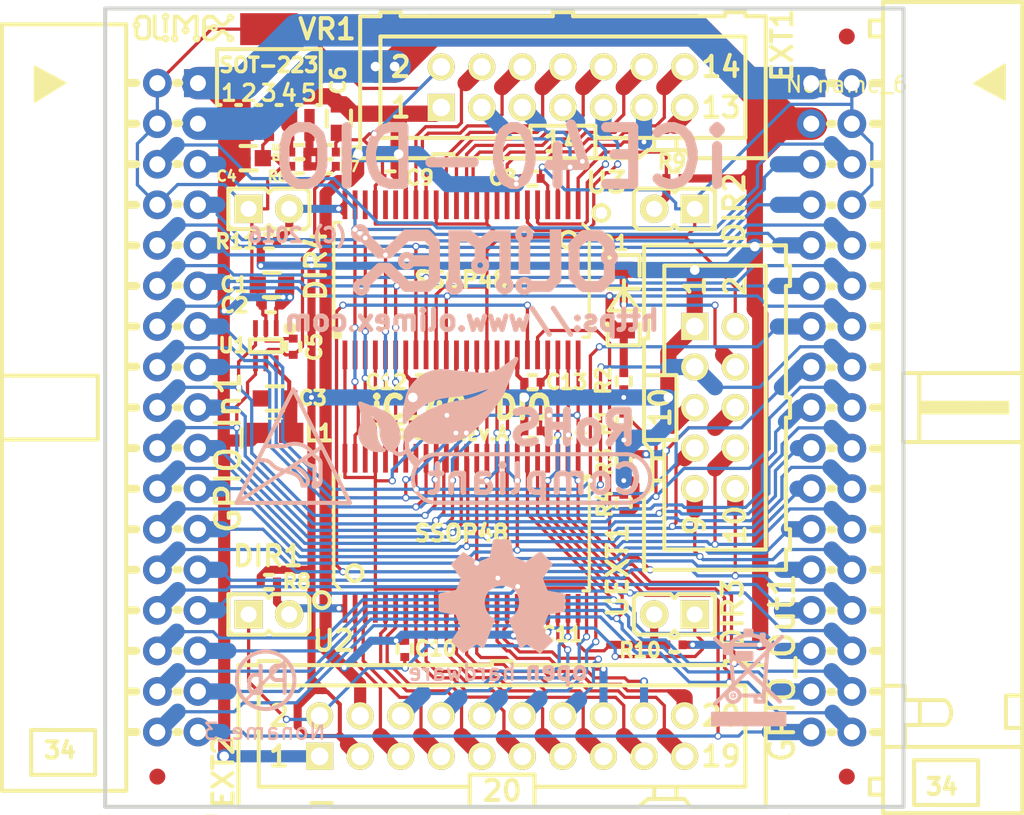
<source format=kicad_pcb>
(kicad_pcb (version 20171130) (host pcbnew "(5.1.12)-1")
  (layers (0 F.Cu signal) (31 B.Cu signal) (34 B.Paste user hide) (35 F.Paste user hide) (36 B.SilkS user hide) (37 F.SilkS user hide) (38 B.Mask user hide) (39 F.Mask user hide) (44 Edge.Cuts user))
  (net 0 "")
  (net 1 GND)
  (net 2 +5V)
  (net 3 +3V3)
  (net 4 /EXTCLK)
  (net 5 "Net-(C3-Pad2)")
  (net 6 /Vdac)
  (net 7 VDD)
  (net 8 "Net-(C7-Pad2)")
  (net 9 "Net-(D1-Pad1)")
  (net 10 "Net-(DIR1-Pad2)")
  (net 11 "Net-(DIR2-Pad2)")
  (net 12 "Net-(DIR3-Pad2)")
  (net 13 "Net-(DIR4-Pad2)")
  (net 14 /IO22)
  (net 15 /IO21)
  (net 16 /IO23)
  (net 17 /IO20)
  (net 18 /IO16)
  (net 19 /IO27)
  (net 20 /IO17)
  (net 21 /IO26)
  (net 22 /IO18)
  (net 23 /IO25)
  (net 24 /IO19)
  (net 25 /IO24)
  (net 26 /IO08)
  (net 27 /IO07)
  (net 28 /IO05)
  (net 29 /IO10)
  (net 30 /IO06)
  (net 31 /IO09)
  (net 32 /IO11)
  (net 33 /IO04)
  (net 34 /IO12)
  (net 35 /IO03)
  (net 36 /IO00)
  (net 37 /IO15)
  (net 38 /IO01)
  (net 39 /IO14)
  (net 40 /IO02)
  (net 41 /IO13)
  (net 42 /UEXT_RxD)
  (net 43 /GPIO_Pin<5>)
  (net 44 /GPIO_Pin<7>)
  (net 45 /GPIO_Pin<9>)
  (net 46 /GPIO_Pin<10>)
  (net 47 /GPIO_Pin<12>)
  (net 48 /GPIO_Pin<11>)
  (net 49 /GPIO_Pin<13>)
  (net 50 /UEXT_TxD)
  (net 51 /GPIO_Pin<15>)
  (net 52 /UEXT_SCL)
  (net 53 /GPIO_Pin<17>)
  (net 54 /UEXT_SDA)
  (net 55 /GPIO_Pin<19>)
  (net 56 /UEXT_SCK)
  (net 57 /GPIO_Pin<25>)
  (net 58 /GPIO_Pin<34>)
  (net 59 /GPIO_Pin<31>)
  (net 60 /GPIO_Pin<32>)
  (net 61 /GPIO_Pin<33>)
  (net 62 /GPIO_Pin<29>)
  (net 63 /UEXT_#SS)
  (net 64 /GPIO_Pin<30>)
  (net 65 /GPIO_Pin<27>)
  (net 66 /UEXT_MISO)
  (net 67 /UEXT_MOSI)
  (net 68 /GPIO_Pin<23>)
  (net 69 /GPIO_Pin<21>)
  (net 70 "Net-(U3-Pad30)")
  (net 71 "Net-(U3-Pad29)")
  (net 72 "Net-(U3-Pad27)")
  (net 73 "Net-(U3-Pad26)")
  (net 74 "Net-(U3-Pad23)")
  (net 75 "Net-(U3-Pad22)")
  (net 76 "Net-(U3-Pad20)")
  (net 77 "Net-(U3-Pad19)")
  (module OLIMEX_Connectors-FP:BH20S (layer F.Cu) (at 149.86 115.57)
    (fp_text reference EXT2 (at -17.46 2.23 90) (layer F.SilkS) (effects (font (size 1.27 1.27) (thickness 0.254))))
    (fp_text value BH20S)
    (fp_text user 20 (at 13.716 -1.27) (layer F.SilkS) (effects (font (size 1.27 1.27) (thickness 0.254))))
    (fp_text user 19 (at 13.716 1.27) (layer F.SilkS) (effects (font (size 1.27 1.27) (thickness 0.254))))
    (fp_text user 2 (at -13.97 -1.27) (layer F.SilkS) (effects (font (size 1.27 1.27) (thickness 0.254))))
    (fp_text user 1 (at -13.97 1.27) (layer F.SilkS) (effects (font (size 1.27 1.27) (thickness 0.254))))
    (fp_text user 20 (at 0 3.429) (layer F.SilkS) (effects (font (size 1.27 1.27) (thickness 0.254))))
    (pad 20 thru_hole circle (at 11.43 -1.27) (size 1.7 1.7) (drill 1.1) (layers *.Cu *.Mask F.SilkS) (net 26 /IO08))
    (pad 19 thru_hole circle (at 11.43 1.27) (size 1.7 1.7) (drill 1.1) (layers *.Cu *.Mask F.SilkS) (net 27 /IO07))
    (pad 15 thru_hole circle (at 6.35 1.27) (size 1.7 1.7) (drill 1.1) (layers *.Cu *.Mask F.SilkS) (net 28 /IO05))
    (pad 16 thru_hole circle (at 6.35 -1.27) (size 1.7 1.7) (drill 1.1) (layers *.Cu *.Mask F.SilkS) (net 29 /IO10))
    (pad 17 thru_hole circle (at 8.89 1.27) (size 1.7 1.7) (drill 1.1) (layers *.Cu *.Mask F.SilkS) (net 30 /IO06))
    (pad 18 thru_hole circle (at 8.89 -1.27) (size 1.7 1.7) (drill 1.1) (layers *.Cu *.Mask F.SilkS) (net 31 /IO09))
    (pad 14 thru_hole circle (at 3.81 -1.27) (size 1.7 1.7) (drill 1.1) (layers *.Cu *.Mask F.SilkS) (net 32 /IO11))
    (pad 13 thru_hole circle (at 3.81 1.27) (size 1.7 1.7) (drill 1.1) (layers *.Cu *.Mask F.SilkS) (net 33 /IO04))
    (pad 12 thru_hole circle (at 1.27 -1.27) (size 1.7 1.7) (drill 1.1) (layers *.Cu *.Mask F.SilkS) (net 34 /IO12))
    (pad 11 thru_hole circle (at 1.27 1.27) (size 1.7 1.7) (drill 1.1) (layers *.Cu *.Mask F.SilkS) (net 35 /IO03))
    (pad 1 thru_hole rect (at -11.43 1.27) (size 1.7 1.7) (drill 1.1) (layers *.Cu *.Mask F.SilkS) (net 2 +5V))
    (pad 2 thru_hole circle (at -11.43 -1.27) (size 1.7 1.7) (drill 1.1) (layers *.Cu *.Mask F.SilkS) (net 1 GND))
    (pad 3 thru_hole circle (at -8.89 1.27) (size 1.7 1.7) (drill 1.1) (layers *.Cu *.Mask F.SilkS) (net 3 +3V3))
    (pad 4 thru_hole circle (at -8.89 -1.27) (size 1.7 1.7) (drill 1.1) (layers *.Cu *.Mask F.SilkS) (net 7 VDD))
    (pad 5 thru_hole circle (at -6.35 1.27) (size 1.7 1.7) (drill 1.1) (layers *.Cu *.Mask F.SilkS) (net 36 /IO00))
    (pad 6 thru_hole circle (at -6.35 -1.27) (size 1.7 1.7) (drill 1.1) (layers *.Cu *.Mask F.SilkS) (net 37 /IO15))
    (pad 7 thru_hole circle (at -3.81 1.27) (size 1.7 1.7) (drill 1.1) (layers *.Cu *.Mask F.SilkS) (net 38 /IO01))
    (pad 8 thru_hole circle (at -3.81 -1.27) (size 1.7 1.7) (drill 1.1) (layers *.Cu *.Mask F.SilkS) (net 39 /IO14))
    (pad 9 thru_hole circle (at -1.27 1.27) (size 1.7 1.7) (drill 1.1) (layers *.Cu *.Mask F.SilkS) (net 40 /IO02))
    (pad 10 thru_hole circle (at -1.27 -1.27) (size 1.7 1.7) (drill 1.1) (layers *.Cu *.Mask F.SilkS) (net 41 /IO13))
  )
  (module OLIMEX_IC-FP:SSOP48_Pitch-0.635_16.00x10.40x2.80mm (layer F.Cu) (at 147.32 102.87)
    (fp_text reference U2 (at -8.02 6.73) (layer F.SilkS) (effects (font (size 1.27 1.27) (thickness 0.254))))
    (fp_text value "74ALVC164245DL(SSOP48)")
    (fp_text user SSOP48 (at 0 0) (layer F.SilkS) (effects (font (thickness 0.25))))
    (pad 48 smd rect (at -7.3025 -4.7) (size 0.3 1.8) (layers F.Cu F.Paste F.Mask) (net 1 GND))
    (pad 47 smd rect (at -6.6675 -4.7) (size 0.3 1.8) (layers F.Cu F.Paste F.Mask) (net 43 /GPIO_Pin<5>))
    (pad 46 smd rect (at -6.0325 -4.7) (size 0.3 1.8) (layers F.Cu F.Paste F.Mask) (net 44 /GPIO_Pin<7>))
    (pad 45 smd rect (at -5.3975 -4.7) (size 0.3 1.8) (layers F.Cu F.Paste F.Mask) (net 1 GND))
    (pad 44 smd rect (at -4.7625 -4.7) (size 0.3 1.8) (layers F.Cu F.Paste F.Mask) (net 45 /GPIO_Pin<9>))
    (pad 43 smd rect (at -4.1275 -4.7) (size 0.3 1.8) (layers F.Cu F.Paste F.Mask) (net 48 /GPIO_Pin<11>))
    (pad 42 smd rect (at -3.4925 -4.7) (size 0.3 1.8) (layers F.Cu F.Paste F.Mask) (net 3 +3V3))
    (pad 41 smd rect (at -2.8575 -4.7) (size 0.3 1.8) (layers F.Cu F.Paste F.Mask) (net 49 /GPIO_Pin<13>))
    (pad 40 smd rect (at -2.2225 -4.7) (size 0.3 1.8) (layers F.Cu F.Paste F.Mask) (net 51 /GPIO_Pin<15>))
    (pad 39 smd rect (at -1.5875 -4.7) (size 0.3 1.8) (layers F.Cu F.Paste F.Mask) (net 1 GND))
    (pad 38 smd rect (at -0.9525 -4.7) (size 0.3 1.8) (layers F.Cu F.Paste F.Mask) (net 53 /GPIO_Pin<17>))
    (pad 37 smd rect (at -0.3175 -4.7) (size 0.3 1.8) (layers F.Cu F.Paste F.Mask) (net 55 /GPIO_Pin<19>))
    (pad 36 smd rect (at 0.3175 -4.7) (size 0.3 1.8) (layers F.Cu F.Paste F.Mask) (net 69 /GPIO_Pin<21>))
    (pad 35 smd rect (at 0.9525 -4.7) (size 0.3 1.8) (layers F.Cu F.Paste F.Mask) (net 68 /GPIO_Pin<23>))
    (pad 34 smd rect (at 1.5875 -4.7) (size 0.3 1.8) (layers F.Cu F.Paste F.Mask) (net 1 GND))
    (pad 33 smd rect (at 2.2225 -4.7) (size 0.3 1.8) (layers F.Cu F.Paste F.Mask) (net 57 /GPIO_Pin<25>))
    (pad 32 smd rect (at 2.8575 -4.7) (size 0.3 1.8) (layers F.Cu F.Paste F.Mask) (net 65 /GPIO_Pin<27>))
    (pad 31 smd rect (at 3.4925 -4.7) (size 0.3 1.8) (layers F.Cu F.Paste F.Mask) (net 3 +3V3))
    (pad 30 smd rect (at 4.1275 -4.7) (size 0.3 1.8) (layers F.Cu F.Paste F.Mask) (net 62 /GPIO_Pin<29>))
    (pad 29 smd rect (at 4.7625 -4.7) (size 0.3 1.8) (layers F.Cu F.Paste F.Mask) (net 59 /GPIO_Pin<31>))
    (pad 28 smd rect (at 5.3975 -4.7) (size 0.3 1.8) (layers F.Cu F.Paste F.Mask) (net 1 GND))
    (pad 27 smd rect (at 6.0325 -4.7) (size 0.3 1.8) (layers F.Cu F.Paste F.Mask) (net 61 /GPIO_Pin<33>))
    (pad 26 smd rect (at 6.6675 -4.7) (size 0.3 1.8) (layers F.Cu F.Paste F.Mask) (net 58 /GPIO_Pin<34>))
    (pad 25 smd rect (at 7.3025 -4.7) (size 0.3 1.8) (layers F.Cu F.Paste F.Mask) (net 1 GND))
    (pad 24 smd rect (at 7.3025 4.7) (size 0.3 1.8) (layers F.Cu F.Paste F.Mask) (net 12 "Net-(DIR3-Pad2)"))
    (pad 23 smd rect (at 6.6675 4.7) (size 0.3 1.8) (layers F.Cu F.Paste F.Mask) (net 37 /IO15))
    (pad 22 smd rect (at 6.0325 4.7) (size 0.3 1.8) (layers F.Cu F.Paste F.Mask) (net 39 /IO14))
    (pad 21 smd rect (at 5.3975 4.7) (size 0.3 1.8) (layers F.Cu F.Paste F.Mask) (net 1 GND))
    (pad 20 smd rect (at 4.7625 4.7) (size 0.3 1.8) (layers F.Cu F.Paste F.Mask) (net 41 /IO13))
    (pad 19 smd rect (at 4.1275 4.7) (size 0.3 1.8) (layers F.Cu F.Paste F.Mask) (net 34 /IO12))
    (pad 18 smd rect (at 3.4925 4.7) (size 0.3 1.8) (layers F.Cu F.Paste F.Mask) (net 7 VDD))
    (pad 17 smd rect (at 2.8575 4.7) (size 0.3 1.8) (layers F.Cu F.Paste F.Mask) (net 32 /IO11))
    (pad 16 smd rect (at 2.2225 4.7) (size 0.3 1.8) (layers F.Cu F.Paste F.Mask) (net 29 /IO10))
    (pad 15 smd rect (at 1.5875 4.7) (size 0.3 1.8) (layers F.Cu F.Paste F.Mask) (net 1 GND))
    (pad 14 smd rect (at 0.9525 4.7) (size 0.3 1.8) (layers F.Cu F.Paste F.Mask) (net 31 /IO09))
    (pad 13 smd rect (at 0.3175 4.7) (size 0.3 1.8) (layers F.Cu F.Paste F.Mask) (net 26 /IO08))
    (pad 12 smd rect (at -0.3175 4.7) (size 0.3 1.8) (layers F.Cu F.Paste F.Mask) (net 27 /IO07))
    (pad 11 smd rect (at -0.9525 4.7) (size 0.3 1.8) (layers F.Cu F.Paste F.Mask) (net 30 /IO06))
    (pad 10 smd rect (at -1.5875 4.7) (size 0.3 1.8) (layers F.Cu F.Paste F.Mask) (net 1 GND))
    (pad 9 smd rect (at -2.2225 4.7) (size 0.3 1.8) (layers F.Cu F.Paste F.Mask) (net 28 /IO05))
    (pad 8 smd rect (at -2.8575 4.7) (size 0.3 1.8) (layers F.Cu F.Paste F.Mask) (net 33 /IO04))
    (pad 7 smd rect (at -3.4925 4.7) (size 0.3 1.8) (layers F.Cu F.Paste F.Mask) (net 7 VDD))
    (pad 6 smd rect (at -4.1275 4.7) (size 0.3 1.8) (layers F.Cu F.Paste F.Mask) (net 35 /IO03))
    (pad 5 smd rect (at -4.7625 4.7) (size 0.3 1.8) (layers F.Cu F.Paste F.Mask) (net 40 /IO02))
    (pad 4 smd rect (at -5.3975 4.7) (size 0.3 1.8) (layers F.Cu F.Paste F.Mask) (net 1 GND))
    (pad 3 smd rect (at -6.0325 4.7) (size 0.3 1.8) (layers F.Cu F.Paste F.Mask) (net 38 /IO01))
    (pad 2 smd rect (at -6.6675 4.7) (size 0.3 1.8) (layers F.Cu F.Paste F.Mask) (net 36 /IO00))
    (pad 1 smd rect (at -7.3025 4.7) (size 0.3 1.8) (layers F.Cu F.Paste F.Mask) (net 10 "Net-(DIR1-Pad2)"))
  )
  (module OLIMEX_RLC-FP:C_0603_5MIL_DWS (layer F.Cu) (at 135.446 87.3125)
    (fp_text reference C1 (at -2.3455 -0.0125) (layer F.SilkS) (effects (font (size 0.889 0.889) (thickness 0.22225))))
    (fp_text value 22uF/6.3V/0603)
    (pad 1 smd rect (at -0.889 0) (size 1.016 1.016) (layers F.Cu F.Paste F.Mask) (net 1 GND) (clearance 0.0508))
    (pad 2 smd rect (at 0.889 0) (size 1.016 1.016) (layers F.Cu F.Paste F.Mask) (net 2 +5V) (clearance 0.0508))
  )
  (module OLIMEX_RLC-FP:C_0402_5MIL_DWS (layer F.Cu) (at 144.78 93.4085 180)
    (fp_text reference C12 (at 2.18 0.0085 180) (layer F.SilkS) (effects (font (size 0.889 0.889) (thickness 0.22225))))
    (fp_text value 100nF)
    (pad 1 smd rect (at -0.508 0) (size 0.5 0.55) (layers F.Cu F.Paste F.Mask) (net 1 GND))
    (pad 2 smd rect (at 0.508 0 180) (size 0.5 0.55) (layers F.Cu F.Paste F.Mask) (net 3 +3V3))
  )
  (module OLIMEX_RLC-FP:C_0402_5MIL_DWS (layer F.Cu) (at 151.765 93.4085 180)
    (fp_text reference C13 (at -2.135 0.0085 180) (layer F.SilkS) (effects (font (size 0.889 0.889) (thickness 0.22225))))
    (fp_text value 100nF)
    (pad 1 smd rect (at -0.508 0) (size 0.5 0.55) (layers F.Cu F.Paste F.Mask) (net 1 GND))
    (pad 2 smd rect (at 0.508 0 180) (size 0.5 0.55) (layers F.Cu F.Paste F.Mask) (net 3 +3V3))
  )
  (module OLIMEX_RLC-FP:C_0402_5MIL_DWS (layer F.Cu) (at 144.78 96.4565 180)
    (fp_text reference C15 (at 2.18 -0.0435 180) (layer F.SilkS) (effects (font (size 0.889 0.889) (thickness 0.22225))))
    (fp_text value 100nF)
    (pad 1 smd rect (at -0.508 0) (size 0.5 0.55) (layers F.Cu F.Paste F.Mask) (net 1 GND))
    (pad 2 smd rect (at 0.508 0 180) (size 0.5 0.55) (layers F.Cu F.Paste F.Mask) (net 3 +3V3))
  )
  (module OLIMEX_RLC-FP:R_0402_5MIL_DWS (layer F.Cu) (at 157.48 95.885 90)
    (fp_text reference R1 (at -0.015 -1.28 90) (layer F.SilkS) (effects (font (size 0.889 0.889) (thickness 0.22225))))
    (fp_text value 2.2k)
    (pad 1 smd rect (at -0.508 0 270) (size 0.5 0.55) (layers F.Cu F.Paste F.Mask) (net 3 +3V3))
    (pad 2 smd rect (at 0.508 0 90) (size 0.5 0.55) (layers F.Cu F.Paste F.Mask) (net 52 /UEXT_SCL))
  )
  (module OLIMEX_RLC-FP:R_0402_5MIL_DWS (layer F.Cu) (at 157.48 93.345 90)
    (fp_text reference R2 (at 0.045 -1.28 270) (layer F.SilkS) (effects (font (size 0.889 0.889) (thickness 0.22225))))
    (fp_text value 10k)
    (pad 1 smd rect (at -0.508 0 270) (size 0.5 0.55) (layers F.Cu F.Paste F.Mask) (net 3 +3V3))
    (pad 2 smd rect (at 0.508 0 90) (size 0.5 0.55) (layers F.Cu F.Paste F.Mask) (net 42 /UEXT_RxD))
  )
  (module OLIMEX_RLC-FP:R_0402_5MIL_DWS (layer F.Cu) (at 157.48 98.425 90)
    (fp_text reference R3 (at 0.025 -1.18 90) (layer F.SilkS) (effects (font (size 0.889 0.889) (thickness 0.22225))))
    (fp_text value 2.2k)
    (pad 1 smd rect (at -0.508 0 270) (size 0.5 0.55) (layers F.Cu F.Paste F.Mask) (net 3 +3V3))
    (pad 2 smd rect (at 0.508 0 90) (size 0.5 0.55) (layers F.Cu F.Paste F.Mask) (net 54 /UEXT_SDA))
  )
  (module OLIMEX_RLC-FP:R_0402_5MIL_DWS (layer F.Cu) (at 157.48 100.965 90)
    (fp_text reference R4 (at -0.035 -1.18 90) (layer F.SilkS) (effects (font (size 0.889 0.889) (thickness 0.22225))))
    (fp_text value 10k)
    (pad 1 smd rect (at -0.508 0 270) (size 0.5 0.55) (layers F.Cu F.Paste F.Mask) (net 3 +3V3))
    (pad 2 smd rect (at 0.508 0 90) (size 0.5 0.55) (layers F.Cu F.Paste F.Mask) (net 63 /UEXT_#SS))
  )
  (module OLIMEX_RLC-FP:R_0402_5MIL_DWS (layer F.Cu) (at 137.16 78.994)
    (fp_text reference R5 (at -1.26 0.006 90) (layer F.SilkS) (effects (font (size 0.635 0.635) (thickness 0.15875))))
    (fp_text value 100k/1%)
    (pad 1 smd rect (at -0.508 0 180) (size 0.5 0.55) (layers F.Cu F.Paste F.Mask) (net 7 VDD))
    (pad 2 smd rect (at 0.508 0) (size 0.5 0.55) (layers F.Cu F.Paste F.Mask) (net 8 "Net-(C7-Pad2)"))
  )
  (module OLIMEX_RLC-FP:R_0402_5MIL_DWS (layer F.Cu) (at 137.16 79.883)
    (fp_text reference R6 (at -1.36 0.617) (layer F.SilkS) (effects (font (size 0.635 0.635) (thickness 0.15875))))
    (fp_text value 10k/1%)
    (pad 1 smd rect (at -0.508 0 180) (size 0.5 0.55) (layers F.Cu F.Paste F.Mask) (net 1 GND))
    (pad 2 smd rect (at 0.508 0) (size 0.5 0.55) (layers F.Cu F.Paste F.Mask) (net 8 "Net-(C7-Pad2)"))
  )
  (module OLIMEX_RLC-FP:R_0402_5MIL_DWS (layer F.Cu) (at 138.938 79.883)
    (fp_text reference R7 (at 1.362 0.017) (layer F.SilkS) (effects (font (size 0.635 0.635) (thickness 0.15875))))
    (fp_text value 100k/1%)
    (pad 1 smd rect (at -0.508 0 180) (size 0.5 0.55) (layers F.Cu F.Paste F.Mask) (net 8 "Net-(C7-Pad2)"))
    (pad 2 smd rect (at 0.508 0) (size 0.5 0.55) (layers F.Cu F.Paste F.Mask) (net 6 /Vdac))
  )
  (module OLIMEX_RLC-FP:R_0402_5MIL_DWS (layer F.Cu) (at 135.255 105.918)
    (fp_text reference R8 (at 1.745 -0.018) (layer F.SilkS) (effects (font (size 0.889 0.889) (thickness 0.22225))))
    (fp_text value 10k)
    (pad 1 smd rect (at -0.508 0 180) (size 0.5 0.55) (layers F.Cu F.Paste F.Mask) (net 3 +3V3))
    (pad 2 smd rect (at 0.508 0) (size 0.5 0.55) (layers F.Cu F.Paste F.Mask) (net 10 "Net-(DIR1-Pad2)"))
  )
  (module OLIMEX_RLC-FP:R_0402_5MIL_DWS (layer F.Cu) (at 160.655 80.645 180)
    (fp_text reference R9 (at 0.155 1.045 180) (layer F.SilkS) (effects (font (size 0.889 0.889) (thickness 0.22225))))
    (fp_text value 10k)
    (pad 1 smd rect (at -0.508 0) (size 0.5 0.55) (layers F.Cu F.Paste F.Mask) (net 3 +3V3))
    (pad 2 smd rect (at 0.508 0 180) (size 0.5 0.55) (layers F.Cu F.Paste F.Mask) (net 11 "Net-(DIR2-Pad2)"))
  )
  (module OLIMEX_RLC-FP:R_0402_5MIL_DWS (layer F.Cu) (at 160.655 109.855 180)
    (fp_text reference R10 (at 2.155 -0.345 180) (layer F.SilkS) (effects (font (size 0.889 0.889) (thickness 0.22225))))
    (fp_text value 10k)
    (pad 1 smd rect (at -0.508 0) (size 0.5 0.55) (layers F.Cu F.Paste F.Mask) (net 3 +3V3))
    (pad 2 smd rect (at 0.508 0 180) (size 0.5 0.55) (layers F.Cu F.Paste F.Mask) (net 12 "Net-(DIR3-Pad2)"))
  )
  (module OLIMEX_RLC-FP:R_0402_5MIL_DWS (layer F.Cu) (at 135.255 84.582)
    (fp_text reference R11 (at -2.055 0.018) (layer F.SilkS) (effects (font (size 0.889 0.889) (thickness 0.22225))))
    (fp_text value 10k)
    (pad 1 smd rect (at -0.508 0 180) (size 0.5 0.55) (layers F.Cu F.Paste F.Mask) (net 3 +3V3))
    (pad 2 smd rect (at 0.508 0) (size 0.5 0.55) (layers F.Cu F.Paste F.Mask) (net 13 "Net-(DIR4-Pad2)"))
  )
  (module OLIMEX_RLC-FP:C_0402_5MIL_DWS (layer F.Cu) (at 135.382 88.5825)
    (fp_text reference C2 (at -2.282 0.0175) (layer F.SilkS) (effects (font (size 0.889 0.889) (thickness 0.22225))))
    (fp_text value 100nF)
    (pad 1 smd rect (at -0.508 0 180) (size 0.5 0.55) (layers F.Cu F.Paste F.Mask) (net 1 GND))
    (pad 2 smd rect (at 0.508 0) (size 0.5 0.55) (layers F.Cu F.Paste F.Mask) (net 2 +5V))
  )
  (module OLIMEX_RLC-FP:C_0603_5MIL_DWS (layer F.Cu) (at 135.636 94.4245)
    (fp_text reference C3 (at 2.364 -0.0245) (layer F.SilkS) (effects (font (size 0.889 0.889) (thickness 0.22225))))
    (fp_text value 22uF/6.3V/0603)
    (pad 1 smd rect (at -0.889 0) (size 1.016 1.016) (layers F.Cu F.Paste F.Mask) (clearance 0.0508))
    (pad 2 smd rect (at 0.889 0) (size 1.016 1.016) (layers F.Cu F.Paste F.Mask) (net 5 "Net-(C3-Pad2)") (clearance 0.0508))
  )
  (module OLIMEX_RLC-FP:C_0603_5MIL_DWS (layer F.Cu) (at 133.985 79.375 180)
    (fp_text reference C4 (at 1.385 -1.125 180) (layer F.SilkS) (effects (font (size 0.635 0.635) (thickness 0.15875))))
    (fp_text value 22uF/6.3V/0603)
    (pad 1 smd rect (at -0.889 0 180) (size 1.016 1.016) (layers F.Cu F.Paste F.Mask) (net 1 GND) (clearance 0.0508))
    (pad 2 smd rect (at 0.889 0 180) (size 1.016 1.016) (layers F.Cu F.Paste F.Mask) (net 2 +5V) (clearance 0.0508))
  )
  (module OLIMEX_RLC-FP:C_0402_5MIL_DWS (layer F.Cu) (at 136.779 91.186 270)
    (fp_text reference C5 (at 0.014 -1.321 270) (layer F.SilkS) (effects (font (size 0.889 0.889) (thickness 0.22225))))
    (fp_text value 100nF)
    (pad 1 smd rect (at -0.508 0 90) (size 0.5 0.55) (layers F.Cu F.Paste F.Mask) (net 1 GND))
    (pad 2 smd rect (at 0.508 0 270) (size 0.5 0.55) (layers F.Cu F.Paste F.Mask) (net 6 /Vdac))
  )
  (module OLIMEX_RLC-FP:C_0402_5MIL_DWS (layer F.Cu) (at 138.938 78.994 180)
    (fp_text reference C7 (at -1.362 -0.006 180) (layer F.SilkS) (effects (font (size 0.635 0.635) (thickness 0.15875))))
    (fp_text value "NA(100nF)")
    (pad 1 smd rect (at -0.508 0) (size 0.5 0.55) (layers F.Cu F.Paste F.Mask) (net 1 GND))
    (pad 2 smd rect (at 0.508 0 180) (size 0.5 0.55) (layers F.Cu F.Paste F.Mask) (net 8 "Net-(C7-Pad2)"))
  )
  (module OLIMEX_RLC-FP:C_0402_5MIL_DWS (layer F.Cu) (at 143.764 110.109 90)
    (fp_text reference C10 (at 0.009 1.936 180) (layer F.SilkS) (effects (font (size 0.889 0.889) (thickness 0.22225))))
    (fp_text value 100nF)
    (pad 1 smd rect (at -0.508 0 270) (size 0.5 0.55) (layers F.Cu F.Paste F.Mask) (net 1 GND))
    (pad 2 smd rect (at 0.508 0 90) (size 0.5 0.55) (layers F.Cu F.Paste F.Mask) (net 7 VDD))
  )
  (module OLIMEX_Connectors-FP:IDC34R_PCB (layer F.Cu) (at 129.54 94.996 90)
    (fp_text reference GPIO_In1 (at -2.804 3.16 90) (layer F.SilkS) (effects (font (size 1.524 1.524) (thickness 0.254))))
    (fp_text value IDC34R)
    (fp_text user 34 (at -21.463 -7.366 180) (layer F.SilkS) (effects (font (size 1.016 1.016) (thickness 0.254))))
    (pad 1 thru_hole rect (at 20.32 1.27 270) (size 1.75 1.75) (drill 1) (layers *.Cu *.Mask) (net 2 +5V))
    (pad 2 thru_hole circle (at 20.32 -1.27 270) (size 1.8 1.8) (drill 1) (layers *.Cu *.Mask) (net 1 GND))
    (pad 3 thru_hole circle (at 17.78 1.27 270) (size 1.8 1.8) (drill 1) (layers *.Cu *.Mask) (net 3 +3V3))
    (pad 4 thru_hole circle (at 17.78 -1.27 270) (size 1.8 1.8) (drill 1) (layers *.Cu *.Mask) (net 1 GND))
    (pad 5 thru_hole circle (at 15.24 1.27 270) (size 1.8 1.8) (drill 1) (layers *.Cu *.Mask) (net 43 /GPIO_Pin<5>))
    (pad 6 thru_hole circle (at 15.24 -1.27 270) (size 1.8 1.8) (drill 1) (layers *.Cu *.Mask) (net 4 /EXTCLK))
    (pad 7 thru_hole circle (at 12.7 1.27 270) (size 1.8 1.8) (drill 1) (layers *.Cu *.Mask) (net 44 /GPIO_Pin<7>))
    (pad 8 thru_hole circle (at 12.7 -1.27 270) (size 1.8 1.8) (drill 1) (layers *.Cu *.Mask) (net 1 GND))
    (pad 9 thru_hole circle (at 10.16 1.27 270) (size 1.8 1.8) (drill 1) (layers *.Cu *.Mask) (net 45 /GPIO_Pin<9>))
    (pad 10 thru_hole circle (at 10.16 -1.27 270) (size 1.8 1.8) (drill 1) (layers *.Cu *.Mask) (net 46 /GPIO_Pin<10>))
    (pad 12 thru_hole circle (at 7.62 -1.27 270) (size 1.8 1.8) (drill 1) (layers *.Cu *.Mask) (net 47 /GPIO_Pin<12>))
    (pad 11 thru_hole circle (at 7.62 1.27 270) (size 1.8 1.8) (drill 1) (layers *.Cu *.Mask) (net 48 /GPIO_Pin<11>))
    (pad 14 thru_hole circle (at 5.08 -1.27 270) (size 1.8 1.8) (drill 1) (layers *.Cu *.Mask) (net 42 /UEXT_RxD))
    (pad 13 thru_hole circle (at 5.08 1.27 270) (size 1.8 1.8) (drill 1) (layers *.Cu *.Mask) (net 49 /GPIO_Pin<13>))
    (pad 16 thru_hole circle (at 2.54 -1.27 270) (size 1.8 1.8) (drill 1) (layers *.Cu *.Mask) (net 50 /UEXT_TxD))
    (pad 15 thru_hole circle (at 2.54 1.27 270) (size 1.8 1.8) (drill 1) (layers *.Cu *.Mask) (net 51 /GPIO_Pin<15>))
    (pad 18 thru_hole circle (at 0 -1.27 270) (size 1.8 1.8) (drill 1) (layers *.Cu *.Mask) (net 52 /UEXT_SCL))
    (pad 17 thru_hole circle (at 0 1.27 270) (size 1.8 1.8) (drill 1) (layers *.Cu *.Mask) (net 53 /GPIO_Pin<17>))
    (pad 20 thru_hole circle (at -2.54 -1.27 270) (size 1.8 1.8) (drill 1) (layers *.Cu *.Mask) (net 54 /UEXT_SDA))
    (pad 19 thru_hole circle (at -2.54 1.27 270) (size 1.8 1.8) (drill 1) (layers *.Cu *.Mask) (net 55 /GPIO_Pin<19>))
    (pad 26 thru_hole circle (at -10.16 -1.27 270) (size 1.8 1.8) (drill 1) (layers *.Cu *.Mask) (net 56 /UEXT_SCK))
    (pad 25 thru_hole circle (at -10.16 1.27 270) (size 1.8 1.8) (drill 1) (layers *.Cu *.Mask) (net 57 /GPIO_Pin<25>))
    (pad 34 thru_hole circle (at -20.32 -1.27 270) (size 1.8 1.8) (drill 1) (layers *.Cu *.Mask) (net 58 /GPIO_Pin<34>))
    (pad 31 thru_hole circle (at -17.78 1.27 270) (size 1.8 1.8) (drill 1) (layers *.Cu *.Mask) (net 59 /GPIO_Pin<31>))
    (pad 32 thru_hole circle (at -17.78 -1.27 270) (size 1.8 1.8) (drill 1) (layers *.Cu *.Mask) (net 60 /GPIO_Pin<32>))
    (pad 33 thru_hole circle (at -20.32 1.27 270) (size 1.8 1.8) (drill 1) (layers *.Cu *.Mask) (net 61 /GPIO_Pin<33>))
    (pad 29 thru_hole circle (at -15.24 1.27 270) (size 1.8 1.8) (drill 1) (layers *.Cu *.Mask) (net 62 /GPIO_Pin<29>))
    (pad 28 thru_hole circle (at -12.7 -1.27 270) (size 1.8 1.8) (drill 1) (layers *.Cu *.Mask) (net 63 /UEXT_#SS))
    (pad 30 thru_hole circle (at -15.24 -1.27 270) (size 1.8 1.8) (drill 1) (layers *.Cu *.Mask) (net 64 /GPIO_Pin<30>))
    (pad 27 thru_hole circle (at -12.7 1.27 270) (size 1.8 1.8) (drill 1) (layers *.Cu *.Mask) (net 65 /GPIO_Pin<27>))
    (pad 22 thru_hole circle (at -5.08 -1.27 270) (size 1.8 1.8) (drill 1) (layers *.Cu *.Mask) (net 66 /UEXT_MISO))
    (pad 24 thru_hole circle (at -7.62 -1.27 270) (size 1.8 1.8) (drill 1) (layers *.Cu *.Mask) (net 67 /UEXT_MOSI))
    (pad 23 thru_hole circle (at -7.62 1.27 270) (size 1.8 1.8) (drill 1) (layers *.Cu *.Mask) (net 68 /GPIO_Pin<23>))
    (pad 21 thru_hole circle (at -5.08 1.27 270) (size 1.8 1.8) (drill 1) (layers *.Cu *.Mask) (net 69 /GPIO_Pin<21>))
  )
  (module OLIMEX_Connectors-FP:BH34R (layer F.Cu) (at 170.495 94.996 270)
    (fp_text reference GPIO_Out1 (at 16.304 3.095 270) (layer F.SilkS) (effects (font (size 1.524 1.524) (thickness 0.254))))
    (fp_text value BH34R)
    (fp_text user 34 (at 23.749 -6.9088) (layer F.SilkS) (effects (font (size 1.016 1.016) (thickness 0.254))))
    (pad 1 thru_hole rect (at -20.32 1.27 270) (size 1.75 1.75) (drill 1) (layers *.Cu *.Mask) (net 2 +5V))
    (pad 2 thru_hole circle (at -20.32 -1.27 270) (size 1.8 1.8) (drill 1) (layers *.Cu *.Mask) (net 1 GND))
    (pad 3 thru_hole circle (at -17.78 1.27 270) (size 1.8 1.8) (drill 1) (layers *.Cu *.Mask) (net 3 +3V3))
    (pad 4 thru_hole circle (at -17.78 -1.27 270) (size 1.8 1.8) (drill 1) (layers *.Cu *.Mask) (net 1 GND))
    (pad 5 thru_hole circle (at -15.24 1.27 270) (size 1.8 1.8) (drill 1) (layers *.Cu *.Mask) (net 43 /GPIO_Pin<5>))
    (pad 6 thru_hole circle (at -15.24 -1.27 270) (size 1.8 1.8) (drill 1) (layers *.Cu *.Mask) (net 4 /EXTCLK))
    (pad 7 thru_hole circle (at -12.7 1.27 270) (size 1.8 1.8) (drill 1) (layers *.Cu *.Mask) (net 44 /GPIO_Pin<7>))
    (pad 8 thru_hole circle (at -12.7 -1.27 270) (size 1.8 1.8) (drill 1) (layers *.Cu *.Mask) (net 1 GND))
    (pad 9 thru_hole circle (at -10.16 1.27 270) (size 1.8 1.8) (drill 1) (layers *.Cu *.Mask) (net 45 /GPIO_Pin<9>))
    (pad 10 thru_hole circle (at -10.16 -1.27 270) (size 1.8 1.8) (drill 1) (layers *.Cu *.Mask) (net 46 /GPIO_Pin<10>))
    (pad 12 thru_hole circle (at -7.62 -1.27 270) (size 1.8 1.8) (drill 1) (layers *.Cu *.Mask) (net 47 /GPIO_Pin<12>))
    (pad 11 thru_hole circle (at -7.62 1.27 270) (size 1.8 1.8) (drill 1) (layers *.Cu *.Mask) (net 48 /GPIO_Pin<11>))
    (pad 14 thru_hole circle (at -5.08 -1.27 270) (size 1.8 1.8) (drill 1) (layers *.Cu *.Mask) (net 42 /UEXT_RxD))
    (pad 13 thru_hole circle (at -5.08 1.27 270) (size 1.8 1.8) (drill 1) (layers *.Cu *.Mask) (net 49 /GPIO_Pin<13>))
    (pad 16 thru_hole circle (at -2.54 -1.27 270) (size 1.8 1.8) (drill 1) (layers *.Cu *.Mask) (net 50 /UEXT_TxD))
    (pad 15 thru_hole circle (at -2.54 1.27 270) (size 1.8 1.8) (drill 1) (layers *.Cu *.Mask) (net 51 /GPIO_Pin<15>))
    (pad 18 thru_hole circle (at 0 -1.27 270) (size 1.8 1.8) (drill 1) (layers *.Cu *.Mask) (net 52 /UEXT_SCL))
    (pad 17 thru_hole circle (at 0 1.27 270) (size 1.8 1.8) (drill 1) (layers *.Cu *.Mask) (net 53 /GPIO_Pin<17>))
    (pad 20 thru_hole circle (at 2.54 -1.27 270) (size 1.8 1.8) (drill 1) (layers *.Cu *.Mask) (net 54 /UEXT_SDA))
    (pad 19 thru_hole circle (at 2.54 1.27 270) (size 1.8 1.8) (drill 1) (layers *.Cu *.Mask) (net 55 /GPIO_Pin<19>))
    (pad 26 thru_hole circle (at 10.16 -1.27 270) (size 1.8 1.8) (drill 1) (layers *.Cu *.Mask) (net 56 /UEXT_SCK))
    (pad 25 thru_hole circle (at 10.16 1.27 270) (size 1.8 1.8) (drill 1) (layers *.Cu *.Mask) (net 57 /GPIO_Pin<25>))
    (pad 34 thru_hole circle (at 20.32 -1.27 270) (size 1.8 1.8) (drill 1) (layers *.Cu *.Mask) (net 58 /GPIO_Pin<34>))
    (pad 31 thru_hole circle (at 17.78 1.27 270) (size 1.8 1.8) (drill 1) (layers *.Cu *.Mask) (net 59 /GPIO_Pin<31>))
    (pad 32 thru_hole circle (at 17.78 -1.27 270) (size 1.8 1.8) (drill 1) (layers *.Cu *.Mask) (net 60 /GPIO_Pin<32>))
    (pad 33 thru_hole circle (at 20.32 1.27 270) (size 1.8 1.8) (drill 1) (layers *.Cu *.Mask) (net 61 /GPIO_Pin<33>))
    (pad 29 thru_hole circle (at 15.24 1.27 270) (size 1.8 1.8) (drill 1) (layers *.Cu *.Mask) (net 62 /GPIO_Pin<29>))
    (pad 28 thru_hole circle (at 12.7 -1.27 270) (size 1.8 1.8) (drill 1) (layers *.Cu *.Mask) (net 63 /UEXT_#SS))
    (pad 30 thru_hole circle (at 15.24 -1.27 270) (size 1.8 1.8) (drill 1) (layers *.Cu *.Mask) (net 64 /GPIO_Pin<30>))
    (pad 27 thru_hole circle (at 12.7 1.27 270) (size 1.8 1.8) (drill 1) (layers *.Cu *.Mask) (net 65 /GPIO_Pin<27>))
    (pad 22 thru_hole circle (at 5.08 -1.27 270) (size 1.8 1.8) (drill 1) (layers *.Cu *.Mask) (net 66 /UEXT_MISO))
    (pad 24 thru_hole circle (at 7.62 -1.27 270) (size 1.8 1.8) (drill 1) (layers *.Cu *.Mask) (net 67 /UEXT_MOSI))
    (pad 23 thru_hole circle (at 7.62 1.27 270) (size 1.8 1.8) (drill 1) (layers *.Cu *.Mask) (net 68 /GPIO_Pin<23>))
    (pad 21 thru_hole circle (at 5.08 1.27 270) (size 1.8 1.8) (drill 1) (layers *.Cu *.Mask) (net 69 /GPIO_Pin<21>))
  )
  (module OLIMEX_RLC-FP:L_0805_5MIL_DWS (layer F.Cu) (at 135.636 96.5835 180)
    (fp_text reference L1 (at -2.764 -0.0165 180) (layer F.SilkS) (effects (font (thickness 0.25))))
    (fp_text value FB0805/600R/2A)
    (pad 2 smd rect (at 1.016 0 180) (size 1.524 1.27) (layers F.Cu F.Paste F.Mask) (net 2 +5V) (clearance 0.0508))
    (pad 1 smd rect (at -1.016 0 180) (size 1.524 1.27) (layers F.Cu F.Paste F.Mask) (net 5 "Net-(C3-Pad2)") (clearance 0.0508))
  )
  (module OLIMEX_Other-FP:Fiducial1x3 (layer F.Cu) (at 171.45 118.11)
    (fp_text reference Noname_8 (at 0 3) (layer F.SilkS))
    (fp_text value "")
    (pad Fid1 connect circle (at 0 0) (size 1 1) (layers F.Cu F.Mask) (clearance 1.016))
  )
  (module OLIMEX_RLC-FP:C_0603_5MIL_DWS (layer F.Cu) (at 139.636 76.8985 90)
    (fp_text reference C6 (at 2.3985 -0.0365 90) (layer F.SilkS) (effects (font (size 0.889 0.889) (thickness 0.22225))))
    (fp_text value 22uF/6.3V/0603)
    (pad 1 smd rect (at -0.889 0 90) (size 1.016 1.016) (layers F.Cu F.Paste F.Mask) (net 1 GND) (clearance 0.0508))
    (pad 2 smd rect (at 0.889 0 90) (size 1.016 1.016) (layers F.Cu F.Paste F.Mask) (net 7 VDD) (clearance 0.0508))
  )
  (module OLIMEX_RLC-FP:C_0402_5MIL_DWS (layer F.Cu) (at 151.765 80.645 180)
    (fp_text reference C8 (at 1.865 0.045 180) (layer F.SilkS) (effects (font (size 0.889 0.889) (thickness 0.22225))))
    (fp_text value 100nF)
    (pad 1 smd rect (at -0.508 0) (size 0.5 0.55) (layers F.Cu F.Paste F.Mask) (net 1 GND))
    (pad 2 smd rect (at 0.508 0 180) (size 0.5 0.55) (layers F.Cu F.Paste F.Mask) (net 7 VDD))
  )
  (module OLIMEX_RLC-FP:C_0402_5MIL_DWS (layer F.Cu) (at 142.875 80.645)
    (fp_text reference C9 (at 1.825 -0.045) (layer F.SilkS) (effects (font (size 0.889 0.889) (thickness 0.22225))))
    (fp_text value 100nF)
    (pad 1 smd rect (at -0.508 0 180) (size 0.5 0.55) (layers F.Cu F.Paste F.Mask) (net 1 GND))
    (pad 2 smd rect (at 0.508 0) (size 0.5 0.55) (layers F.Cu F.Paste F.Mask) (net 7 VDD))
  )
  (module OLIMEX_RLC-FP:C_0402_5MIL_DWS (layer F.Cu) (at 151.511 109.22 180)
    (fp_text reference C11 (at -2.089 0.02 180) (layer F.SilkS) (effects (font (size 0.889 0.889) (thickness 0.22225))))
    (fp_text value 100nF)
    (pad 1 smd rect (at -0.508 0) (size 0.5 0.55) (layers F.Cu F.Paste F.Mask) (net 1 GND))
    (pad 2 smd rect (at 0.508 0 180) (size 0.5 0.55) (layers F.Cu F.Paste F.Mask) (net 7 VDD))
  )
  (module OLIMEX_RLC-FP:C_0402_5MIL_DWS (layer F.Cu) (at 151.765 96.4565 180)
    (fp_text reference C14 (at -2.135 -0.0435 180) (layer F.SilkS) (effects (font (size 0.889 0.889) (thickness 0.22225))))
    (fp_text value 100nF)
    (pad 1 smd rect (at -0.508 0) (size 0.5 0.55) (layers F.Cu F.Paste F.Mask) (net 1 GND))
    (pad 2 smd rect (at 0.508 0 180) (size 0.5 0.55) (layers F.Cu F.Paste F.Mask) (net 3 +3V3))
  )
  (module OLIMEX_Diodes-FP:SOD-123_1C-2A_KA (layer F.Cu) (at 157.48 88.265 270)
    (fp_text reference D1 (at -3.565 0.58) (layer F.SilkS) (effects (font (size 0.889 0.889) (thickness 0.22225))))
    (fp_text value "1N5819(S4SOD-123)")
    (pad 1 smd rect (at -1.9 0 270) (size 1 1.4) (layers F.Cu F.Paste F.Mask) (net 9 "Net-(D1-Pad1)") (clearance 0.0508))
    (pad 2 smd rect (at 1.9 0 270) (size 1 1.4) (layers F.Cu F.Paste F.Mask) (net 42 /UEXT_RxD) (clearance 0.0508))
  )
  (module OLIMEX_Connectors-FP:HN1x2 (layer F.Cu) (at 135.255 107.95)
    (fp_text reference DIR1 (at -0.055 -3.65) (layer F.SilkS) (effects (font (size 1.27 1.27) (thickness 0.254))))
    (fp_text value "HN1x2(Opened)")
    (pad 1 thru_hole rect (at -1.27 0) (size 1.778 1.778) (drill 1) (layers *.Cu *.Mask B.Adhes F.SilkS) (net 1 GND))
    (pad 2 thru_hole circle (at 1.27 0) (size 1.778 1.778) (drill 1) (layers *.Cu *.Mask B.Adhes F.SilkS) (net 10 "Net-(DIR1-Pad2)"))
  )
  (module OLIMEX_Connectors-FP:HN1x2 (layer F.Cu) (at 160.655 82.55 180)
    (fp_text reference DIR2 (at -3.745 0.05 270) (layer F.SilkS) (effects (font (size 1.27 1.27) (thickness 0.254))))
    (fp_text value "HN1x2(Opened)")
    (pad 1 thru_hole rect (at -1.27 0 180) (size 1.778 1.778) (drill 1) (layers *.Cu *.Mask B.Adhes F.SilkS) (net 1 GND))
    (pad 2 thru_hole circle (at 1.27 0 180) (size 1.778 1.778) (drill 1) (layers *.Cu *.Mask B.Adhes F.SilkS) (net 11 "Net-(DIR2-Pad2)"))
  )
  (module OLIMEX_Connectors-FP:HN1x2 (layer F.Cu) (at 160.655 107.95 180)
    (fp_text reference DIR3 (at -3.645 0.05 270) (layer F.SilkS) (effects (font (size 1.27 1.27) (thickness 0.254))))
    (fp_text value "HN1x2(Opened)")
    (pad 1 thru_hole rect (at -1.27 0 180) (size 1.778 1.778) (drill 1) (layers *.Cu *.Mask B.Adhes F.SilkS) (net 1 GND))
    (pad 2 thru_hole circle (at 1.27 0 180) (size 1.778 1.778) (drill 1) (layers *.Cu *.Mask B.Adhes F.SilkS) (net 12 "Net-(DIR3-Pad2)"))
  )
  (module OLIMEX_Connectors-FP:HN1x2 (layer F.Cu) (at 135.255 82.55)
    (fp_text reference DIR4 (at 2.945 3.55 90) (layer F.SilkS) (effects (font (size 1.27 1.27) (thickness 0.254))))
    (fp_text value "HN1x2(Opened)")
    (pad 1 thru_hole rect (at -1.27 0) (size 1.778 1.778) (drill 1) (layers *.Cu *.Mask B.Adhes F.SilkS) (net 1 GND))
    (pad 2 thru_hole circle (at 1.27 0) (size 1.778 1.778) (drill 1) (layers *.Cu *.Mask B.Adhes F.SilkS) (net 13 "Net-(DIR4-Pad2)"))
  )
  (module OLIMEX_Connectors-FP:BH14S (layer F.Cu) (at 153.67 74.93)
    (fp_text reference EXT1 (at 13.73 -2.63 90) (layer F.SilkS) (effects (font (size 1.27 1.27) (thickness 0.254))))
    (fp_text value BH14S)
    (fp_text user 13 (at 9.906 1.27) (layer F.SilkS) (effects (font (size 1.27 1.27) (thickness 0.254))))
    (fp_text user 14 (at 9.906 -1.27) (layer F.SilkS) (effects (font (size 1.27 1.27) (thickness 0.254))))
    (fp_text user 2 (at -10.16 -1.27) (layer F.SilkS) (effects (font (size 1.27 1.27) (thickness 0.254))))
    (fp_text user 1 (at -10.16 1.27) (layer F.SilkS) (effects (font (size 1.27 1.27) (thickness 0.254))))
    (fp_text user 14 (at 0 3.429) (layer F.SilkS) (effects (font (size 1.27 1.27) (thickness 0.254))))
    (pad 14 thru_hole circle (at 7.62 -1.27) (size 1.7 1.7) (drill 1.1) (layers *.Cu *.Mask F.SilkS) (net 14 /IO22))
    (pad 13 thru_hole circle (at 7.62 1.27) (size 1.7 1.7) (drill 1.1) (layers *.Cu *.Mask F.SilkS) (net 15 /IO21))
    (pad 12 thru_hole circle (at 5.08 -1.27) (size 1.7 1.7) (drill 1.1) (layers *.Cu *.Mask F.SilkS) (net 16 /IO23))
    (pad 11 thru_hole circle (at 5.08 1.27) (size 1.7 1.7) (drill 1.1) (layers *.Cu *.Mask F.SilkS) (net 17 /IO20))
    (pad 1 thru_hole rect (at -7.62 1.27) (size 1.7 1.7) (drill 1.1) (layers *.Cu *.Mask F.SilkS) (net 7 VDD))
    (pad 2 thru_hole circle (at -7.62 -1.27) (size 1.7 1.7) (drill 1.1) (layers *.Cu *.Mask F.SilkS) (net 1 GND))
    (pad 3 thru_hole circle (at -5.08 1.27) (size 1.7 1.7) (drill 1.1) (layers *.Cu *.Mask F.SilkS) (net 18 /IO16))
    (pad 4 thru_hole circle (at -5.08 -1.27) (size 1.7 1.7) (drill 1.1) (layers *.Cu *.Mask F.SilkS) (net 19 /IO27))
    (pad 5 thru_hole circle (at -2.54 1.27) (size 1.7 1.7) (drill 1.1) (layers *.Cu *.Mask F.SilkS) (net 20 /IO17))
    (pad 6 thru_hole circle (at -2.54 -1.27) (size 1.7 1.7) (drill 1.1) (layers *.Cu *.Mask F.SilkS) (net 21 /IO26))
    (pad 7 thru_hole circle (at 0 1.27) (size 1.7 1.7) (drill 1.1) (layers *.Cu *.Mask F.SilkS) (net 22 /IO18))
    (pad 8 thru_hole circle (at 0 -1.27) (size 1.7 1.7) (drill 1.1) (layers *.Cu *.Mask F.SilkS) (net 23 /IO25))
    (pad 9 thru_hole circle (at 2.54 1.27) (size 1.7 1.7) (drill 1.1) (layers *.Cu *.Mask F.SilkS) (net 24 /IO19))
    (pad 10 thru_hole circle (at 2.54 -1.27) (size 1.7 1.7) (drill 1.1) (layers *.Cu *.Mask F.SilkS) (net 25 /IO24))
  )
  (module OLIMEX_IC-FP:SC70-6_Pitch-0.65_2.00x2.10x1.00mm (layer F.Cu) (at 135.064 91.1225 90)
    (fp_text reference U1 (at 0.0225 -2.0645 180) (layer F.SilkS) (effects (font (size 0.889 0.889) (thickness 0.22225))))
    (fp_text value "MCP47A1T-A0E/LT(SC70-6)")
    (pad 1 smd rect (at 1.1 0.65 180) (size 0.3 1) (layers F.Cu F.Paste F.Mask) (net 2 +5V))
    (pad 2 smd rect (at 1.1 0 180) (size 0.3 1) (layers F.Cu F.Paste F.Mask) (net 1 GND))
    (pad 3 smd rect (at 1.1 -0.65 180) (size 0.3 1) (layers F.Cu F.Paste F.Mask) (net 52 /UEXT_SCL))
    (pad 4 smd rect (at -1.1 -0.65 180) (size 0.3 1) (layers F.Cu F.Paste F.Mask) (net 54 /UEXT_SDA))
    (pad 5 smd rect (at -1.1 0 180) (size 0.3 1) (layers F.Cu F.Paste F.Mask) (net 6 /Vdac))
    (pad 6 smd rect (at -1.1 0.65 180) (size 0.3 1) (layers F.Cu F.Paste F.Mask) (net 5 "Net-(C3-Pad2)"))
  )
  (module OLIMEX_IC-FP:SSOP48_Pitch-0.635_16.00x10.40x2.80mm (layer F.Cu) (at 147.32 86.995 180)
    (fp_text reference U3 (at -9.08 6.095 180) (layer F.SilkS) (effects (font (size 1.27 1.27) (thickness 0.254))))
    (fp_text value "74ALVC164245DL(SSOP48)")
    (fp_text user SSOP48 (at 0 0 180) (layer F.SilkS) (effects (font (thickness 0.25))))
    (pad 48 smd rect (at -7.3025 -4.7 180) (size 0.3 1.8) (layers F.Cu F.Paste F.Mask) (net 1 GND))
    (pad 47 smd rect (at -6.6675 -4.7 180) (size 0.3 1.8) (layers F.Cu F.Paste F.Mask) (net 60 /GPIO_Pin<32>))
    (pad 46 smd rect (at -6.0325 -4.7 180) (size 0.3 1.8) (layers F.Cu F.Paste F.Mask) (net 64 /GPIO_Pin<30>))
    (pad 45 smd rect (at -5.3975 -4.7 180) (size 0.3 1.8) (layers F.Cu F.Paste F.Mask) (net 1 GND))
    (pad 44 smd rect (at -4.7625 -4.7 180) (size 0.3 1.8) (layers F.Cu F.Paste F.Mask) (net 63 /UEXT_#SS))
    (pad 43 smd rect (at -4.1275 -4.7 180) (size 0.3 1.8) (layers F.Cu F.Paste F.Mask) (net 56 /UEXT_SCK))
    (pad 42 smd rect (at -3.4925 -4.7 180) (size 0.3 1.8) (layers F.Cu F.Paste F.Mask) (net 3 +3V3))
    (pad 41 smd rect (at -2.8575 -4.7 180) (size 0.3 1.8) (layers F.Cu F.Paste F.Mask) (net 67 /UEXT_MOSI))
    (pad 40 smd rect (at -2.2225 -4.7 180) (size 0.3 1.8) (layers F.Cu F.Paste F.Mask) (net 66 /UEXT_MISO))
    (pad 39 smd rect (at -1.5875 -4.7 180) (size 0.3 1.8) (layers F.Cu F.Paste F.Mask) (net 1 GND))
    (pad 38 smd rect (at -0.9525 -4.7 180) (size 0.3 1.8) (layers F.Cu F.Paste F.Mask) (net 54 /UEXT_SDA))
    (pad 37 smd rect (at -0.3175 -4.7 180) (size 0.3 1.8) (layers F.Cu F.Paste F.Mask) (net 52 /UEXT_SCL))
    (pad 36 smd rect (at 0.3175 -4.7 180) (size 0.3 1.8) (layers F.Cu F.Paste F.Mask) (net 50 /UEXT_TxD))
    (pad 35 smd rect (at 0.9525 -4.7 180) (size 0.3 1.8) (layers F.Cu F.Paste F.Mask) (net 42 /UEXT_RxD))
    (pad 34 smd rect (at 1.5875 -4.7 180) (size 0.3 1.8) (layers F.Cu F.Paste F.Mask) (net 1 GND))
    (pad 33 smd rect (at 2.2225 -4.7 180) (size 0.3 1.8) (layers F.Cu F.Paste F.Mask) (net 47 /GPIO_Pin<12>))
    (pad 32 smd rect (at 2.8575 -4.7 180) (size 0.3 1.8) (layers F.Cu F.Paste F.Mask) (net 46 /GPIO_Pin<10>))
    (pad 31 smd rect (at 3.4925 -4.7 180) (size 0.3 1.8) (layers F.Cu F.Paste F.Mask) (net 3 +3V3))
    (pad 30 smd rect (at 4.1275 -4.7 180) (size 0.3 1.8) (layers F.Cu F.Paste F.Mask) (net 70 "Net-(U3-Pad30)"))
    (pad 29 smd rect (at 4.7625 -4.7 180) (size 0.3 1.8) (layers F.Cu F.Paste F.Mask) (net 71 "Net-(U3-Pad29)"))
    (pad 28 smd rect (at 5.3975 -4.7 180) (size 0.3 1.8) (layers F.Cu F.Paste F.Mask) (net 1 GND))
    (pad 27 smd rect (at 6.0325 -4.7 180) (size 0.3 1.8) (layers F.Cu F.Paste F.Mask) (net 72 "Net-(U3-Pad27)"))
    (pad 26 smd rect (at 6.6675 -4.7 180) (size 0.3 1.8) (layers F.Cu F.Paste F.Mask) (net 73 "Net-(U3-Pad26)"))
    (pad 25 smd rect (at 7.3025 -4.7 180) (size 0.3 1.8) (layers F.Cu F.Paste F.Mask) (net 1 GND))
    (pad 24 smd rect (at 7.3025 4.7 180) (size 0.3 1.8) (layers F.Cu F.Paste F.Mask) (net 13 "Net-(DIR4-Pad2)"))
    (pad 23 smd rect (at 6.6675 4.7 180) (size 0.3 1.8) (layers F.Cu F.Paste F.Mask) (net 74 "Net-(U3-Pad23)"))
    (pad 22 smd rect (at 6.0325 4.7 180) (size 0.3 1.8) (layers F.Cu F.Paste F.Mask) (net 75 "Net-(U3-Pad22)"))
    (pad 21 smd rect (at 5.3975 4.7 180) (size 0.3 1.8) (layers F.Cu F.Paste F.Mask) (net 1 GND))
    (pad 20 smd rect (at 4.7625 4.7 180) (size 0.3 1.8) (layers F.Cu F.Paste F.Mask) (net 76 "Net-(U3-Pad20)"))
    (pad 19 smd rect (at 4.1275 4.7 180) (size 0.3 1.8) (layers F.Cu F.Paste F.Mask) (net 77 "Net-(U3-Pad19)"))
    (pad 18 smd rect (at 3.4925 4.7 180) (size 0.3 1.8) (layers F.Cu F.Paste F.Mask) (net 7 VDD))
    (pad 17 smd rect (at 2.8575 4.7 180) (size 0.3 1.8) (layers F.Cu F.Paste F.Mask) (net 19 /IO27))
    (pad 16 smd rect (at 2.2225 4.7 180) (size 0.3 1.8) (layers F.Cu F.Paste F.Mask) (net 21 /IO26))
    (pad 15 smd rect (at 1.5875 4.7 180) (size 0.3 1.8) (layers F.Cu F.Paste F.Mask) (net 1 GND))
    (pad 14 smd rect (at 0.9525 4.7 180) (size 0.3 1.8) (layers F.Cu F.Paste F.Mask) (net 23 /IO25))
    (pad 13 smd rect (at 0.3175 4.7 180) (size 0.3 1.8) (layers F.Cu F.Paste F.Mask) (net 25 /IO24))
    (pad 12 smd rect (at -0.3175 4.7 180) (size 0.3 1.8) (layers F.Cu F.Paste F.Mask) (net 16 /IO23))
    (pad 11 smd rect (at -0.9525 4.7 180) (size 0.3 1.8) (layers F.Cu F.Paste F.Mask) (net 14 /IO22))
    (pad 10 smd rect (at -1.5875 4.7 180) (size 0.3 1.8) (layers F.Cu F.Paste F.Mask) (net 1 GND))
    (pad 9 smd rect (at -2.2225 4.7 180) (size 0.3 1.8) (layers F.Cu F.Paste F.Mask) (net 15 /IO21))
    (pad 8 smd rect (at -2.8575 4.7 180) (size 0.3 1.8) (layers F.Cu F.Paste F.Mask) (net 17 /IO20))
    (pad 7 smd rect (at -3.4925 4.7 180) (size 0.3 1.8) (layers F.Cu F.Paste F.Mask) (net 7 VDD))
    (pad 6 smd rect (at -4.1275 4.7 180) (size 0.3 1.8) (layers F.Cu F.Paste F.Mask) (net 24 /IO19))
    (pad 5 smd rect (at -4.7625 4.7 180) (size 0.3 1.8) (layers F.Cu F.Paste F.Mask) (net 22 /IO18))
    (pad 4 smd rect (at -5.3975 4.7 180) (size 0.3 1.8) (layers F.Cu F.Paste F.Mask) (net 1 GND))
    (pad 3 smd rect (at -6.0325 4.7 180) (size 0.3 1.8) (layers F.Cu F.Paste F.Mask) (net 20 /IO17))
    (pad 2 smd rect (at -6.6675 4.7 180) (size 0.3 1.8) (layers F.Cu F.Paste F.Mask) (net 18 /IO16))
    (pad 1 smd rect (at -7.3025 4.7 180) (size 0.3 1.8) (layers F.Cu F.Paste F.Mask) (net 11 "Net-(DIR2-Pad2)"))
  )
  (module OLIMEX_Connectors-FP:BH10S (layer F.Cu) (at 163.195 94.996 270)
    (fp_text reference UEXT1 (at 10.204 6.095 90) (layer F.SilkS) (effects (font (size 1.27 1.27) (thickness 0.254))))
    (fp_text value BH10S)
    (fp_text user 9 (at 7.366 1.27 270) (layer F.SilkS) (effects (font (size 1.27 1.27) (thickness 0.254))))
    (fp_text user 10 (at 7.366 -1.27 270) (layer F.SilkS) (effects (font (size 1.27 1.27) (thickness 0.254))))
    (fp_text user 2 (at -7.62 -1.27 270) (layer F.SilkS) (effects (font (size 1.27 1.27) (thickness 0.254))))
    (fp_text user 1 (at -7.62 1.27 270) (layer F.SilkS) (effects (font (size 1.27 1.27) (thickness 0.254))))
    (fp_text user 10 (at 0 3.429 270) (layer F.SilkS) (effects (font (size 1.27 1.27) (thickness 0.254))))
    (pad 1 thru_hole rect (at -5.08 1.27 270) (size 1.7 1.7) (drill 1.1) (layers *.Cu *.Mask F.SilkS) (net 3 +3V3))
    (pad 2 thru_hole circle (at -5.08 -1.27 270) (size 1.7 1.7) (drill 1.1) (layers *.Cu *.Mask F.SilkS) (net 1 GND))
    (pad 3 thru_hole circle (at -2.54 1.27 270) (size 1.7 1.7) (drill 1.1) (layers *.Cu *.Mask F.SilkS) (net 50 /UEXT_TxD))
    (pad 4 thru_hole circle (at -2.54 -1.27 270) (size 1.7 1.7) (drill 1.1) (layers *.Cu *.Mask F.SilkS) (net 9 "Net-(D1-Pad1)"))
    (pad 5 thru_hole circle (at 0 1.27 270) (size 1.7 1.7) (drill 1.1) (layers *.Cu *.Mask F.SilkS) (net 52 /UEXT_SCL))
    (pad 6 thru_hole circle (at 0 -1.27 270) (size 1.7 1.7) (drill 1.1) (layers *.Cu *.Mask F.SilkS) (net 54 /UEXT_SDA))
    (pad 7 thru_hole circle (at 2.54 1.27 270) (size 1.7 1.7) (drill 1.1) (layers *.Cu *.Mask F.SilkS) (net 66 /UEXT_MISO))
    (pad 8 thru_hole circle (at 2.54 -1.27 270) (size 1.7 1.7) (drill 1.1) (layers *.Cu *.Mask F.SilkS) (net 67 /UEXT_MOSI))
    (pad 9 thru_hole circle (at 5.08 1.27 270) (size 1.7 1.7) (drill 1.1) (layers *.Cu *.Mask F.SilkS) (net 56 /UEXT_SCK))
    (pad 10 thru_hole circle (at 5.08 -1.27 270) (size 1.7 1.7) (drill 1.1) (layers *.Cu *.Mask F.SilkS) (net 63 /UEXT_#SS))
  )
  (module OLIMEX_Regulators-FP:SOT-223-5_Pitch-1.27_6.50x7.00x1.80 (layer F.Cu) (at 135.255 74.295 270)
    (fp_text reference VR1 (at -2.995 -3.645) (layer F.SilkS) (effects (font (size 1.27 1.27) (thickness 0.254))))
    (fp_text value "MCP1825-ADJE/DC(SOT-223-5)")
    (fp_text user 1 (at 1 2.5) (layer F.SilkS) (effects (font (size 1.016 1.016) (thickness 0.2032))))
    (fp_text user 2 (at 1 1.25) (layer F.SilkS) (effects (font (size 1.016 1.016) (thickness 0.2032))))
    (fp_text user 3 (at 1 0) (layer F.SilkS) (effects (font (size 1.016 1.016) (thickness 0.2032))))
    (fp_text user 4 (at 1 -1.25) (layer F.SilkS) (effects (font (size 1.016 1.016) (thickness 0.2032))))
    (fp_text user 5 (at 1 -2.5) (layer F.SilkS) (effects (font (size 1.016 1.016) (thickness 0.2032))))
    (fp_text user SOT-223 (at -0.75 0) (layer F.SilkS) (effects (font (size 0.9 0.9) (thickness 0.225))))
    (pad 1 smd rect (at 3 2.54) (size 0.65 2) (layers F.Cu F.Paste F.Mask) (net 2 +5V))
    (pad 2 smd rect (at 3 1.27) (size 0.65 2) (layers F.Cu F.Paste F.Mask) (net 2 +5V))
    (pad 3 smd rect (at 3 0) (size 0.65 2) (layers F.Cu F.Paste F.Mask) (net 1 GND))
    (pad 4 smd rect (at 3 -1.27) (size 0.65 2) (layers F.Cu F.Paste F.Mask) (net 7 VDD))
    (pad 5 smd rect (at 3 -2.54) (size 0.65 2) (layers F.Cu F.Paste F.Mask) (net 8 "Net-(C7-Pad2)"))
    (pad 6 smd rect (at -3 0) (size 3.6 2) (layers F.Cu F.Paste F.Mask) (net 1 GND))
  )
  (module OLIMEX_Other-FP:Fiducial1x3 (layer F.Cu) (at 128.27 118.11)
    (fp_text reference Noname_7 (at 0 3) (layer F.SilkS))
    (fp_text value "")
    (pad Fid1 connect circle (at 0 0) (size 1 1) (layers F.Cu F.Mask) (clearance 1.016))
  )
  (module OLIMEX_Other-FP:Fiducial1x3 (layer F.Cu) (at 171.45 71.755)
    (fp_text reference Noname_6 (at 0 3) (layer F.SilkS))
    (fp_text value "")
    (pad Fid1 connect circle (at 0 0) (size 1 1) (layers F.Cu F.Mask) (clearance 1.016))
  )
  (module OLIMEX_LOGOs-FP:LOGO_OLIMEX_80 (layer F.Cu) (at 129.9 71.2)
    (fp_text reference Noname_5 hide)
    (fp_text value "" hide)
  )
  (module OLIMEX_LOGOs-FP:LOGO_ANTISTATIC_1 (layer B.Cu) (at 140.335 100.965 180)
    (fp_text reference Ref**_2 hide)
    (fp_text value Val** hide)
  )
  (module OLIMEX_LOGOs-FP:LOGO_OPENHARDWARE_8x8 (layer B.Cu) (at 149.86 107.315 180)
    (fp_text reference Noname_4 hide)
    (fp_text value "" hide)
    (fp_text user hardware (at 2.51206 -4.2672 180) (layer B.SilkS) (effects (font (thickness 0.18)) (justify mirror)))
    (fp_text user open (at -3.40106 -4.17576 180) (layer B.SilkS) (effects (font (size 1.1 1.1) (thickness 0.254)) (justify mirror)))
  )
  (module OLIMEX_LOGOs-FP:LOGO_PBFREE (layer B.Cu) (at 135.255 111.76)
    (fp_text reference Noname_3 (at -0.2794 3.52552) (layer B.SilkS) (effects (justify mirror)))
    (fp_text value "")
    (fp_text user Pb (at -0.08636 0.33528) (layer B.SilkS) (effects (font (size 1.7 1.5) (thickness 0.254)) (justify mirror)))
  )
  (module OLIMEX_LOGOs-FP:LOGO_RECYCLEBIN_1 (layer B.Cu) (at 167.64 114.935 180)
    (fp_text reference Noname_2 hide)
    (fp_text value "" hide)
  )
  (module OLIMEX_LOGOs-FP:LOGO_ROHS_1 (layer B.Cu) (at 158.115 100.33 180)
    (fp_text reference Ref** hide)
    (fp_text value Val** hide)
    (fp_text user RoHS (at 3.81508 4.04368 180) (layer B.SilkS) (effects (font (size 2 2) (thickness 0.5)) (justify mirror)))
    (fp_text user Compliant (at 6.20014 0.8382 180) (layer B.SilkS) (effects (font (size 1.778 1.778) (thickness 0.35)) (justify mirror)))
  )
  (module OLIMEX_LOGOs-FP:OLIMEX_LOGO_TB (layer B.Cu) (at 148.59 85.725 180)
    (fp_text reference Noname_1 hide)
    (fp_text value "" hide)
  )
  (gr_text https://www.olimex.com (at 147.955 89.535) (layer B.SilkS) (effects (font (size 1.27 1.27) (thickness 0.3175)) (justify mirror)))
  (gr_text Rev.A (at 148.5 96.6) (layer F.SilkS) (effects (font (size 0.889 0.889) (thickness 0.22225))))
  (gr_text iCE40-DIO (at 147.3 95) (layer F.SilkS) (effects (font (size 1.397 1.397) (thickness 0.34925))))
  (gr_text 50x50mm (at 149.86 129.54) (layer F.SilkS) (effects (font (size 1.5 1.5) (thickness 0.3))))
  (gr_text "2 Layers PCB" (at 149.86 132.08) (layer F.SilkS) (effects (font (size 1.5 1.5) (thickness 0.3))))
  (gr_text iCE40-DIO (at 149.86 79.375) (layer B.SilkS) (effects (font (size 3.556 3.556) (thickness 0.635)) (justify mirror)))
  (gr_text "(C) 2016" (at 137.033 84.201) (layer B.SilkS) (effects (font (size 0.889 0.889) (thickness 0.22225)) (justify mirror)))
  (gr_line (start 139.3825 90.424) (end 139.7 90.424) (layer F.SilkS) (width 0.254))
  (gr_line (start 139.7 90.3605) (end 139.3825 90.3605) (layer F.SilkS) (width 0.254))
  (gr_line (start 139.7 90.551) (end 139.7 90.3605) (layer F.SilkS) (width 0.254))
  (gr_line (start 154.94 99.3775) (end 155.194 99.3775) (layer F.SilkS) (width 0.254))
  (gr_line (start 154.94 99.5045) (end 155.2575 99.5045) (layer F.SilkS) (width 0.254))
  (gr_line (start 154.94 99.314) (end 154.94 99.5045) (layer F.SilkS) (width 0.254))
  (gr_line (start 125 120) (end 125 70) (angle 90) (layer Edge.Cuts) (width 0.254))
  (gr_line (start 175 120) (end 125 120) (angle 90) (layer Edge.Cuts) (width 0.254))
  (gr_line (start 175 70) (end 175 120) (angle 90) (layer Edge.Cuts) (width 0.254))
  (gr_line (start 125 70) (end 175 70) (angle 90) (layer Edge.Cuts) (width 0.254))
  (segment (start 152.7175 109.0692) (end 152.9805 108.8062) (width 0.2032) (layer B.Cu) (net 1))
  (segment (start 152.9805 108.8062) (end 155.6517 108.8062) (width 0.2032) (layer B.Cu) (net 1))
  (segment (start 155.6517 108.8062) (end 156.9446 110.0991) (width 0.2032) (layer B.Cu) (net 1))
  (segment (start 156.9446 110.0991) (end 156.9446 110.5864) (width 0.2032) (layer B.Cu) (net 1))
  (segment (start 145.6346 109.9145) (end 151.8722 109.9145) (width 0.2032) (layer B.Cu) (net 1))
  (segment (start 151.8722 109.9145) (end 152.7175 109.0692) (width 0.2032) (layer B.Cu) (net 1))
  (segment (start 152.5739 109.22) (end 152.5739 109.2128) (width 0.2032) (layer F.Cu) (net 1))
  (segment (start 152.5739 109.2128) (end 152.7175 109.0692) (width 0.2032) (layer F.Cu) (net 1))
  (segment (start 152.7175 109.0692) (end 152.7175 108.7749) (width 0.2032) (layer F.Cu) (net 1))
  (segment (start 161.925 107.95) (end 161.925 109.1439) (width 0.2032) (layer F.Cu) (net 1))
  (segment (start 143.7919 111.3095) (end 145.1869 109.9145) (width 0.2032) (layer B.Cu) (net 1))
  (segment (start 145.1869 109.9145) (end 145.6346 109.9145) (width 0.2032) (layer B.Cu) (net 1))
  (segment (start 161.925 109.1439) (end 162.3911 109.61) (width 0.2032) (layer F.Cu) (net 1))
  (segment (start 162.3911 109.61) (end 162.3911 110.1466) (width 0.2032) (layer F.Cu) (net 1))
  (segment (start 162.3911 110.1466) (end 161.9513 110.5864) (width 0.2032) (layer F.Cu) (net 1))
  (segment (start 161.9513 110.5864) (end 156.9446 110.5864) (width 0.2032) (layer F.Cu) (net 1))
  (segment (start 171.765 76.004) (end 171.765 77.216) (width 0.2032) (layer B.Cu) (net 1))
  (segment (start 171.765 74.676) (end 171.765 76.004) (width 0.2032) (layer B.Cu) (net 1))
  (segment (start 161.3281 82.55) (end 167.8741 76.004) (width 0.2032) (layer B.Cu) (net 1))
  (segment (start 167.8741 76.004) (end 171.765 76.004) (width 0.2032) (layer B.Cu) (net 1))
  (segment (start 161.3281 82.55) (end 160.7311 82.55) (width 0.2032) (layer B.Cu) (net 1))
  (segment (start 161.925 82.55) (end 161.3281 82.55) (width 0.2032) (layer B.Cu) (net 1))
  (segment (start 141.9225 99.5828) (end 141.9225 99.3749) (width 0.2032) (layer F.Cu) (net 1))
  (segment (start 141.9225 106.3651) (end 141.9225 99.5828) (width 0.2032) (layer F.Cu) (net 1))
  (segment (start 141.9225 99.5828) (end 142.9823 99.5828) (width 0.2032) (layer F.Cu) (net 1))
  (segment (start 146.4051 95.4796) (end 142.9823 98.9024) (width 0.2032) (layer B.Cu) (net 1))
  (segment (start 142.9823 98.9024) (end 142.9823 99.5828) (width 0.2032) (layer B.Cu) (net 1))
  (segment (start 145.7325 107.57) (end 145.7325 109.8166) (width 0.2032) (layer F.Cu) (net 1))
  (segment (start 145.7325 109.8166) (end 145.6346 109.9145) (width 0.2032) (layer F.Cu) (net 1))
  (segment (start 145.7325 107.0183) (end 145.7325 107.57) (width 0.2032) (layer F.Cu) (net 1))
  (segment (start 145.7325 107.0183) (end 145.7325 106.4667) (width 0.2032) (layer F.Cu) (net 1))
  (segment (start 141.9225 99.3749) (end 141.9225 98.17) (width 0.2032) (layer F.Cu) (net 1))
  (segment (start 141.9225 99.3749) (end 140.0175 99.3749) (width 0.2032) (layer F.Cu) (net 1))
  (segment (start 140.0175 98.17) (end 140.0175 99.3749) (width 0.2032) (layer F.Cu) (net 1))
  (segment (start 148.9075 87.4436) (end 148.9075 85.1461) (width 0.2032) (layer F.Cu) (net 1))
  (segment (start 148.9075 85.1461) (end 149.7306 84.323) (width 0.2032) (layer F.Cu) (net 1))
  (segment (start 148.9075 91.695) (end 148.9075 87.4436) (width 0.2032) (layer F.Cu) (net 1))
  (segment (start 145.7325 91.695) (end 145.7325 87.9175) (width 0.2032) (layer F.Cu) (net 1))
  (segment (start 145.7325 87.9175) (end 146.2064 87.4436) (width 0.2032) (layer F.Cu) (net 1))
  (segment (start 146.2064 87.4436) (end 148.9075 87.4436) (width 0.2032) (layer F.Cu) (net 1))
  (segment (start 145.288 93.4085) (end 145.7325 92.964) (width 0.2032) (layer F.Cu) (net 1))
  (segment (start 145.7325 92.964) (end 145.7325 91.695) (width 0.2032) (layer F.Cu) (net 1))
  (segment (start 149.7306 84.323) (end 148.9075 83.4999) (width 0.2032) (layer F.Cu) (net 1))
  (segment (start 161.3459 84.323) (end 149.7306 84.323) (width 0.2032) (layer F.Cu) (net 1))
  (segment (start 148.9075 98.17) (end 148.9075 91.695) (width 0.2032) (layer F.Cu) (net 1))
  (segment (start 145.288 95.8766) (end 145.685 95.4796) (width 0.2032) (layer F.Cu) (net 1))
  (segment (start 145.685 95.4796) (end 146.4051 95.4796) (width 0.2032) (layer F.Cu) (net 1))
  (segment (start 152.8143 95.4796) (end 146.4051 95.4796) (width 0.2032) (layer B.Cu) (net 1))
  (segment (start 154.5535 95.4796) (end 152.8143 95.4796) (width 0.2032) (layer B.Cu) (net 1))
  (segment (start 154.6225 95.4796) (end 154.5535 95.4796) (width 0.2032) (layer F.Cu) (net 1))
  (segment (start 154.6225 91.695) (end 154.6225 95.4796) (width 0.2032) (layer F.Cu) (net 1))
  (segment (start 154.6225 95.4796) (end 154.6225 98.17) (width 0.2032) (layer F.Cu) (net 1))
  (segment (start 152.273 95.4796) (end 152.8143 95.4796) (width 0.2032) (layer F.Cu) (net 1))
  (segment (start 152.273 95.4796) (end 152.273 95.8766) (width 0.2032) (layer F.Cu) (net 1))
  (segment (start 152.273 93.4085) (end 152.273 95.4796) (width 0.2032) (layer F.Cu) (net 1))
  (segment (start 141.9225 106.9675) (end 141.9225 106.3651) (width 0.2032) (layer F.Cu) (net 1))
  (segment (start 141.9225 107.57) (end 141.9225 106.9675) (width 0.2032) (layer F.Cu) (net 1))
  (segment (start 148.9075 107.57) (end 148.9075 106.3651) (width 0.2032) (layer F.Cu) (net 1))
  (segment (start 145.7325 106.3651) (end 148.9075 106.3651) (width 0.2032) (layer F.Cu) (net 1))
  (segment (start 145.7325 106.4667) (end 145.7325 106.3651) (width 0.2032) (layer F.Cu) (net 1))
  (segment (start 141.9225 106.3651) (end 145.7325 106.3651) (width 0.2032) (layer F.Cu) (net 1))
  (segment (start 152.7175 91.695) (end 152.7175 92.964) (width 0.2032) (layer F.Cu) (net 1))
  (segment (start 152.7175 92.964) (end 152.273 93.4085) (width 0.2032) (layer F.Cu) (net 1))
  (segment (start 152.273 96.4565) (end 152.273 95.8766) (width 0.2032) (layer F.Cu) (net 1))
  (segment (start 145.288 93.4085) (end 145.288 95.8766) (width 0.2032) (layer F.Cu) (net 1))
  (segment (start 145.288 96.4565) (end 145.288 95.8766) (width 0.2032) (layer F.Cu) (net 1))
  (segment (start 141.9225 91.695) (end 141.9225 98.17) (width 0.2032) (layer F.Cu) (net 1))
  (segment (start 140.0175 91.695) (end 140.0175 98.17) (width 0.2032) (layer F.Cu) (net 1))
  (segment (start 141.9225 82.295) (end 141.9225 83.4999) (width 0.2032) (layer F.Cu) (net 1))
  (segment (start 141.9225 83.4999) (end 145.7325 83.4999) (width 0.2032) (layer F.Cu) (net 1))
  (segment (start 142.367 80.645) (end 141.9225 81.0895) (width 0.2032) (layer F.Cu) (net 1))
  (segment (start 141.9225 81.0895) (end 141.9225 82.295) (width 0.2032) (layer F.Cu) (net 1))
  (segment (start 145.7325 82.295) (end 145.7325 83.4999) (width 0.2032) (layer F.Cu) (net 1))
  (segment (start 145.7325 83.4999) (end 148.9075 83.4999) (width 0.2032) (layer F.Cu) (net 1))
  (segment (start 152.3807 79.936) (end 152.273 80.0437) (width 0.2032) (layer F.Cu) (net 1))
  (segment (start 152.273 80.0437) (end 152.273 80.645) (width 0.2032) (layer F.Cu) (net 1))
  (segment (start 152.273 80.645) (end 152.7175 81.0895) (width 0.2032) (layer F.Cu) (net 1))
  (segment (start 152.7175 81.0895) (end 152.7175 82.295) (width 0.2032) (layer F.Cu) (net 1))
  (segment (start 152.3807 79.936) (end 153.8008 81.3561) (width 0.2032) (layer B.Cu) (net 1))
  (segment (start 153.8008 81.3561) (end 159.9104 81.3561) (width 0.2032) (layer B.Cu) (net 1))
  (segment (start 159.9104 81.3561) (end 160.7311 82.1768) (width 0.2032) (layer B.Cu) (net 1))
  (segment (start 160.7311 82.1768) (end 160.7311 82.55) (width 0.2032) (layer B.Cu) (net 1))
  (segment (start 141.1767 78.2241) (end 141.5445 77.8563) (width 0.2032) (layer F.Cu) (net 1))
  (segment (start 141.5445 77.8563) (end 141.8537 77.8563) (width 0.2032) (layer F.Cu) (net 1))
  (segment (start 146.05 73.66) (end 141.8537 77.8563) (width 0.2032) (layer B.Cu) (net 1))
  (segment (start 141.1767 78.2241) (end 139.636 78.2241) (width 0.2032) (layer F.Cu) (net 1))
  (segment (start 141.1767 78.2241) (end 142.367 79.4144) (width 0.2032) (layer F.Cu) (net 1))
  (segment (start 142.367 79.4144) (end 142.367 80.645) (width 0.2032) (layer F.Cu) (net 1))
  (segment (start 134.188 82.55) (end 134.188 86.9435) (width 0.2032) (layer F.Cu) (net 1))
  (segment (start 134.188 86.9435) (end 134.557 87.3125) (width 0.2032) (layer F.Cu) (net 1))
  (segment (start 134.1882 82.55) (end 135.1789 82.55) (width 0.2032) (layer F.Cu) (net 1))
  (segment (start 133.985 82.55) (end 134.188 82.55) (width 0.2032) (layer F.Cu) (net 1))
  (segment (start 134.1882 82.55) (end 134.188 82.55) (width 0.2032) (layer F.Cu) (net 1))
  (segment (start 139.636 78.2241) (end 139.636 77.7875) (width 0.2032) (layer F.Cu) (net 1))
  (segment (start 139.446 78.4141) (end 139.636 78.2241) (width 0.2032) (layer F.Cu) (net 1))
  (segment (start 145.288 96.4565) (end 145.7325 96.901) (width 0.2032) (layer F.Cu) (net 1))
  (segment (start 145.7325 96.901) (end 145.7325 98.17) (width 0.2032) (layer F.Cu) (net 1))
  (segment (start 134.874 79.375) (end 135.6869 79.375) (width 0.2032) (layer F.Cu) (net 1))
  (segment (start 136.0971 79.883) (end 135.6869 79.4728) (width 0.2032) (layer F.Cu) (net 1))
  (segment (start 135.6869 79.4728) (end 135.6869 79.375) (width 0.2032) (layer F.Cu) (net 1))
  (segment (start 136.0978 79.883) (end 136.0971 79.883) (width 0.2032) (layer F.Cu) (net 1))
  (segment (start 136.652 79.883) (end 136.0978 79.883) (width 0.2032) (layer F.Cu) (net 1))
  (segment (start 134.874 88.8724) (end 134.557 88.5554) (width 0.2032) (layer F.Cu) (net 1))
  (segment (start 134.557 88.5554) (end 134.557 87.3125) (width 0.2032) (layer F.Cu) (net 1))
  (segment (start 134.874 88.8724) (end 134.874 89.1624) (width 0.2032) (layer F.Cu) (net 1))
  (segment (start 134.874 88.5825) (end 134.874 88.8724) (width 0.2032) (layer F.Cu) (net 1))
  (segment (start 135.064 90.0225) (end 135.064 90.8274) (width 0.2032) (layer F.Cu) (net 1))
  (segment (start 136.779 90.678) (end 136.1991 90.678) (width 0.2032) (layer F.Cu) (net 1))
  (segment (start 136.1991 90.678) (end 136.0497 90.8274) (width 0.2032) (layer F.Cu) (net 1))
  (segment (start 136.0497 90.8274) (end 135.064 90.8274) (width 0.2032) (layer F.Cu) (net 1))
  (segment (start 139.446 78.994) (end 139.446 78.4141) (width 0.2032) (layer F.Cu) (net 1))
  (segment (start 143.764 110.617) (end 143.764 111.2816) (width 0.2032) (layer F.Cu) (net 1))
  (segment (start 143.764 111.2816) (end 143.7919 111.3095) (width 0.2032) (layer F.Cu) (net 1))
  (segment (start 138.43 114.3) (end 141.4204 111.3096) (width 0.2032) (layer B.Cu) (net 1))
  (segment (start 141.4204 111.3096) (end 143.7919 111.3096) (width 0.2032) (layer B.Cu) (net 1))
  (segment (start 143.7919 111.3096) (end 143.7919 111.3095) (width 0.2032) (layer B.Cu) (net 1))
  (segment (start 152.7175 107.57) (end 152.7175 108.7749) (width 0.2032) (layer F.Cu) (net 1))
  (segment (start 152.019 109.22) (end 152.5739 109.22) (width 0.2032) (layer F.Cu) (net 1))
  (segment (start 152.273 96.4565) (end 152.7175 96.901) (width 0.2032) (layer F.Cu) (net 1))
  (segment (start 152.7175 96.901) (end 152.7175 98.17) (width 0.2032) (layer F.Cu) (net 1))
  (segment (start 128.27 82.296) (end 129.54 81.026) (width 0.2032) (layer B.Cu) (net 1))
  (segment (start 129.54 81.026) (end 132.461 81.026) (width 0.2032) (layer B.Cu) (net 1))
  (segment (start 132.461 81.026) (end 133.985 82.55) (width 0.2032) (layer B.Cu) (net 1))
  (segment (start 128.27 82.296) (end 127.0196 81.0456) (width 0.2032) (layer B.Cu) (net 1))
  (segment (start 127.0196 81.0456) (end 127.0196 78.4664) (width 0.2032) (layer B.Cu) (net 1))
  (segment (start 127.0196 78.4664) (end 128.27 77.216) (width 0.2032) (layer B.Cu) (net 1))
  (segment (start 128.27 77.216) (end 128.27 74.676) (width 0.2032) (layer B.Cu) (net 1))
  (segment (start 171.765 82.296) (end 173.0166 81.0444) (width 0.2032) (layer B.Cu) (net 1))
  (segment (start 173.0166 81.0444) (end 173.0166 78.4676) (width 0.2032) (layer B.Cu) (net 1))
  (segment (start 173.0166 78.4676) (end 171.765 77.216) (width 0.2032) (layer B.Cu) (net 1))
  (segment (start 133.985 107.95) (end 133.985 112.159) (width 0.2032) (layer F.Cu) (net 1))
  (segment (start 133.985 112.159) (end 136.3545 114.5285) (width 0.2032) (layer F.Cu) (net 1))
  (segment (start 136.3545 114.5285) (end 138.2015 114.5285) (width 0.2032) (layer B.Cu) (net 1))
  (segment (start 138.2015 114.5285) (end 138.43 114.3) (width 0.2032) (layer B.Cu) (net 1))
  (segment (start 161.925 83.6422) (end 161.925 83.7439) (width 0.2032) (layer F.Cu) (net 1))
  (segment (start 161.925 83.7439) (end 161.3459 84.323) (width 0.2032) (layer F.Cu) (net 1))
  (segment (start 164.465 89.916) (end 164.465 87.4421) (width 0.2032) (layer F.Cu) (net 1))
  (segment (start 164.465 87.4421) (end 161.3459 84.323) (width 0.2032) (layer F.Cu) (net 1))
  (segment (start 148.9075 82.295) (end 148.9075 83.4999) (width 0.2032) (layer F.Cu) (net 1))
  (segment (start 161.925 82.55) (end 161.925 83.6422) (width 0.2032) (layer F.Cu) (net 1))
  (segment (start 135.1789 82.55) (end 135.1789 80.8012) (width 0.2032) (layer F.Cu) (net 1))
  (segment (start 135.1789 80.8012) (end 136.0971 79.883) (width 0.2032) (layer F.Cu) (net 1))
  (segment (start 135.255 71.295) (end 137.3599 71.295) (width 0.2032) (layer F.Cu) (net 1))
  (segment (start 146.05 73.66) (end 144.704 75.006) (width 0.2032) (layer F.Cu) (net 1))
  (segment (start 144.704 75.006) (end 141.0709 75.006) (width 0.2032) (layer F.Cu) (net 1))
  (segment (start 141.0709 75.006) (end 137.3599 71.295) (width 0.2032) (layer F.Cu) (net 1))
  (segment (start 135.064 90.0225) (end 135.064 89.2176) (width 0.2032) (layer F.Cu) (net 1))
  (segment (start 135.064 89.2176) (end 134.9292 89.2176) (width 0.2032) (layer F.Cu) (net 1))
  (segment (start 134.9292 89.2176) (end 134.874 89.1624) (width 0.2032) (layer F.Cu) (net 1))
  (segment (start 134.874 79.375) (end 134.874 78.5621) (width 0.2032) (layer F.Cu) (net 1))
  (segment (start 135.255 77.295) (end 135.255 78.1811) (width 0.2032) (layer F.Cu) (net 1))
  (segment (start 135.255 78.1811) (end 134.874 78.5621) (width 0.2032) (layer F.Cu) (net 1))
  (segment (start 135.255 71.295) (end 131.651 71.295) (width 0.2032) (layer F.Cu) (net 1))
  (segment (start 131.651 71.295) (end 128.27 74.676) (width 0.2032) (layer F.Cu) (net 1))
  (via (at 152.7175 109.0692) (size 0.45) (layers F.Cu B.Cu) (net 1))
  (via (at 156.9446 110.5864) (size 0.45) (layers F.Cu B.Cu) (net 1))
  (via (at 142.9823 99.5828) (size 0.45) (layers F.Cu B.Cu) (net 1))
  (via (at 145.6346 109.9145) (size 0.45) (layers F.Cu B.Cu) (net 1))
  (via (at 146.4051 95.4796) (size 0.45) (layers F.Cu B.Cu) (net 1))
  (via (at 152.8143 95.4796) (size 0.45) (layers F.Cu B.Cu) (net 1))
  (via (at 154.5535 95.4796) (size 0.45) (layers F.Cu B.Cu) (net 1))
  (via (at 152.3807 79.936) (size 0.45) (layers F.Cu B.Cu) (net 1))
  (via (at 141.8537 77.8563) (size 0.45) (layers F.Cu B.Cu) (net 1))
  (via (at 143.7919 111.3095) (size 0.45) (layers F.Cu B.Cu) (net 1))
  (via (at 136.3545 114.5285) (size 0.45) (layers F.Cu B.Cu) (net 1))
  (segment (start 136.334 87.8205) (end 136.335 87.8195) (width 0.2032) (layer F.Cu) (net 2))
  (segment (start 136.335 87.8195) (end 136.335 87.3125) (width 0.2032) (layer F.Cu) (net 2))
  (segment (start 136.334 87.8205) (end 136.334 87.3125) (width 0.508) (layer F.Cu) (net 2))
  (segment (start 136.334 88.3285) (end 136.334 87.8205) (width 0.508) (layer F.Cu) (net 2))
  (segment (start 132.461 81.28) (end 132.461 81.407) (width 0.762) (layer F.Cu) (net 2))
  (segment (start 133.096 79.375) (end 133.094 79.3774) (width 0.762) (layer F.Cu) (net 2))
  (segment (start 133.094 79.3774) (end 132.488 79.3774) (width 0.762) (layer F.Cu) (net 2))
  (segment (start 132.488 79.3774) (end 132.461 79.4041) (width 0.762) (layer F.Cu) (net 2))
  (segment (start 132.461 79.4041) (end 132.461 81.28) (width 0.762) (layer F.Cu) (net 2))
  (segment (start 133.096 77.239) (end 133.096 79.375) (width 2.032) (layer F.Cu) (net 2))
  (segment (start 133.096 77.216) (end 133.096 77.239) (width 2.032) (layer F.Cu) (net 2))
  (segment (start 133.096 77.239) (end 133.096 77.216) (width 0.508) (layer F.Cu) (net 2))
  (segment (start 133.985 77.295) (end 133.152 77.295) (width 0.508) (layer F.Cu) (net 2))
  (segment (start 133.152 77.295) (end 133.096 77.239) (width 0.508) (layer F.Cu) (net 2))
  (segment (start 130.81 74.676) (end 131.953 74.676) (width 2.032) (layer F.Cu) (net 2))
  (segment (start 131.953 74.676) (end 133.096 75.819) (width 2.032) (layer F.Cu) (net 2))
  (segment (start 133.096 75.819) (end 133.096 77.216) (width 2.032) (layer F.Cu) (net 2))
  (segment (start 132.427 88.138) (end 132.427 97.0239) (width 0.762) (layer F.Cu) (net 2))
  (segment (start 132.427 97.0239) (end 132.455 97.0511) (width 0.762) (layer F.Cu) (net 2))
  (segment (start 132.427 87.757) (end 132.427 88.138) (width 0.762) (layer F.Cu) (net 2))
  (segment (start 132.455 97.0511) (end 132.455 116.834) (width 0.762) (layer F.Cu) (net 2))
  (segment (start 136.578 88.0846) (end 136.578 87.3029) (width 0.508) (layer F.Cu) (net 2))
  (segment (start 136.578 87.3029) (end 136.344 87.3029) (width 0.508) (layer F.Cu) (net 2))
  (segment (start 136.344 87.3029) (end 136.334 87.3125) (width 0.508) (layer F.Cu) (net 2))
  (segment (start 136.334 88.3285) (end 136.578 88.0846) (width 0.508) (layer F.Cu) (net 2))
  (segment (start 132.715 77.295) (end 133.017 77.295) (width 0.508) (layer F.Cu) (net 2))
  (segment (start 133.017 77.295) (end 133.096 77.216) (width 0.508) (layer F.Cu) (net 2))
  (segment (start 133.096 79.375) (end 133.098 79.3774) (width 0.762) (layer F.Cu) (net 2))
  (segment (start 133.098 79.3774) (end 133.733 79.3774) (width 0.762) (layer F.Cu) (net 2))
  (segment (start 133.733 79.3774) (end 133.733 80.0081) (width 0.762) (layer F.Cu) (net 2))
  (segment (start 133.733 80.0081) (end 132.461 81.28) (width 0.762) (layer F.Cu) (net 2))
  (segment (start 132.461 81.28) (end 132.461 81.407) (width 0.762) (layer F.Cu) (net 2))
  (segment (start 132.461 81.407) (end 132.461 81.4246) (width 0.762) (layer F.Cu) (net 2))
  (segment (start 132.461 81.4246) (end 132.427 81.4583) (width 0.762) (layer F.Cu) (net 2))
  (segment (start 132.427 81.4583) (end 132.427 87.757) (width 0.762) (layer F.Cu) (net 2))
  (segment (start 132.455 116.834) (end 138.424 116.834) (width 0.762) (layer B.Cu) (net 2))
  (segment (start 138.424 116.834) (end 138.43 116.84) (width 0.762) (layer B.Cu) (net 2))
  (segment (start 135.714 90.0225) (end 135.714 88.758) (width 0.254) (layer F.Cu) (net 2))
  (segment (start 135.714 88.758) (end 135.89 88.5825) (width 0.254) (layer F.Cu) (net 2))
  (segment (start 135.89 88.5825) (end 135.89 87.757) (width 0.508) (layer F.Cu) (net 2))
  (segment (start 135.89 87.757) (end 136.334 87.3125) (width 0.508) (layer F.Cu) (net 2))
  (segment (start 135.89 88.5825) (end 136.08 88.5825) (width 0.508) (layer F.Cu) (net 2))
  (segment (start 136.08 88.5825) (end 136.334 88.3285) (width 0.508) (layer F.Cu) (net 2))
  (segment (start 136.578 88.0846) (end 136.144 88.0846) (width 0.508) (layer B.Cu) (net 2))
  (segment (start 132.427 87.757) (end 132.427 88.138) (width 0.508) (layer F.Cu) (net 2))
  (segment (start 169.225 74.676) (end 165.253 74.676) (width 2.032) (layer B.Cu) (net 2))
  (segment (start 165.253 74.676) (end 161.947 71.3697) (width 2.032) (layer B.Cu) (net 2))
  (segment (start 161.947 71.3697) (end 137.023 71.3697) (width 2.032) (layer B.Cu) (net 2))
  (segment (start 137.023 71.3697) (end 133.717 74.676) (width 2.032) (layer B.Cu) (net 2))
  (segment (start 133.717 74.676) (end 130.81 74.676) (width 2.032) (layer B.Cu) (net 2))
  (segment (start 132.455 97.0511) (end 132.465 97.0612) (width 0.762) (layer F.Cu) (net 2))
  (segment (start 132.465 97.0612) (end 134.142 97.0612) (width 0.762) (layer F.Cu) (net 2))
  (segment (start 134.142 97.0612) (end 134.62 96.5835) (width 0.762) (layer F.Cu) (net 2))
  (segment (start 132.445 88.9508) (end 132.445 88.1557) (width 0.508) (layer F.Cu) (net 2))
  (segment (start 132.445 88.1557) (end 132.427 88.138) (width 0.508) (layer F.Cu) (net 2))
  (segment (start 136.144 88.0846) (end 133.641 88.0846) (width 0.508) (layer B.Cu) (net 2))
  (segment (start 133.641 88.0846) (end 132.775 88.9508) (width 0.508) (layer B.Cu) (net 2))
  (segment (start 132.775 88.9508) (end 132.445 88.9508) (width 0.508) (layer B.Cu) (net 2))
  (via (at 132.455 116.834) (size 0.9) (drill 0.6) (layers F.Cu B.Cu) (net 2))
  (via (at 136.578 88.0846) (size 0.45) (layers F.Cu B.Cu) (net 2))
  (via (at 136.144 88.0846) (size 0.45) (layers F.Cu B.Cu) (net 2))
  (via (at 132.445 88.9508) (size 0.45) (layers F.Cu B.Cu) (net 2))
  (segment (start 143.828 97.5355) (end 143.8275 97.536) (width 0.2032) (layer F.Cu) (net 3))
  (segment (start 143.8275 97.536) (end 143.8275 98.17) (width 0.2032) (layer F.Cu) (net 3))
  (segment (start 143.828 97.5355) (end 143.828 96.901) (width 0.254) (layer F.Cu) (net 3))
  (segment (start 143.828 96.901) (end 144.272 96.4565) (width 0.254) (layer F.Cu) (net 3))
  (segment (start 143.828 98.17) (end 143.828 97.5355) (width 0.254) (layer F.Cu) (net 3))
  (segment (start 150.812 97.5355) (end 150.8125 97.536) (width 0.2032) (layer F.Cu) (net 3))
  (segment (start 150.8125 97.536) (end 150.8125 98.17) (width 0.2032) (layer F.Cu) (net 3))
  (segment (start 150.812 97.5355) (end 150.812 96.901) (width 0.254) (layer F.Cu) (net 3))
  (segment (start 150.812 96.901) (end 151.257 96.4565) (width 0.254) (layer F.Cu) (net 3))
  (segment (start 150.812 98.17) (end 150.812 97.5355) (width 0.254) (layer F.Cu) (net 3))
  (segment (start 150.812 92.3295) (end 150.8125 92.329) (width 0.2032) (layer F.Cu) (net 3))
  (segment (start 150.8125 92.329) (end 150.8125 91.695) (width 0.2032) (layer F.Cu) (net 3))
  (segment (start 150.812 92.3295) (end 150.812 92.964) (width 0.254) (layer F.Cu) (net 3))
  (segment (start 150.812 92.964) (end 151.257 93.4085) (width 0.254) (layer F.Cu) (net 3))
  (segment (start 150.812 91.695) (end 150.812 92.3295) (width 0.254) (layer F.Cu) (net 3))
  (segment (start 143.828 92.3295) (end 143.8275 92.329) (width 0.2032) (layer F.Cu) (net 3))
  (segment (start 143.8275 92.329) (end 143.8275 91.695) (width 0.2032) (layer F.Cu) (net 3))
  (segment (start 143.828 92.3295) (end 143.828 92.964) (width 0.254) (layer F.Cu) (net 3))
  (segment (start 143.828 92.964) (end 144.272 93.4085) (width 0.254) (layer F.Cu) (net 3))
  (segment (start 143.828 91.695) (end 143.828 92.3295) (width 0.254) (layer F.Cu) (net 3))
  (segment (start 138.594 112.813) (end 137.922 112.141) (width 0.254) (layer F.Cu) (net 3))
  (segment (start 138.62 112.813) (end 138.594 112.813) (width 0.254) (layer F.Cu) (net 3))
  (segment (start 138.594 112.813) (end 138.303 112.813) (width 0.254) (layer F.Cu) (net 3))
  (segment (start 138.62 112.813) (end 138.594 112.813) (width 0.254) (layer F.Cu) (net 3))
  (segment (start 138.912 112.813) (end 137.922 111.824) (width 0.254) (layer F.Cu) (net 3))
  (segment (start 138.928 112.813) (end 138.912 112.813) (width 0.254) (layer F.Cu) (net 3))
  (segment (start 138.912 112.813) (end 138.62 112.813) (width 0.254) (layer F.Cu) (net 3))
  (segment (start 138.928 112.813) (end 138.912 112.813) (width 0.254) (layer F.Cu) (net 3))
  (segment (start 157.48 97.79) (end 157.48 97.028) (width 1.016) (layer B.Cu) (net 3))
  (segment (start 157.48 99.568) (end 157.48 97.79) (width 1.016) (layer B.Cu) (net 3))
  (segment (start 165.689 79.883) (end 165.689 79.502) (width 1.016) (layer F.Cu) (net 3))
  (segment (start 165.689 80.645) (end 165.689 79.883) (width 1.016) (layer F.Cu) (net 3))
  (segment (start 164.8 80.645) (end 164.927 80.645) (width 0.508) (layer F.Cu) (net 3))
  (segment (start 164.719 80.645) (end 164.8 80.645) (width 0.508) (layer F.Cu) (net 3))
  (segment (start 164.8 80.645) (end 164.927 80.645) (width 0.508) (layer F.Cu) (net 3))
  (segment (start 164.719 80.645) (end 164.8 80.645) (width 0.508) (layer F.Cu) (net 3))
  (segment (start 164.8 80.645) (end 165.689 81.534) (width 0.508) (layer F.Cu) (net 3))
  (segment (start 164.719 80.645) (end 164.8 80.645) (width 0.508) (layer F.Cu) (net 3))
  (segment (start 164.927 80.645) (end 165.689 79.883) (width 0.508) (layer F.Cu) (net 3))
  (segment (start 164.927 80.645) (end 165.689 80.645) (width 0.508) (layer F.Cu) (net 3))
  (segment (start 167.055 78.1129) (end 167.952 77.216) (width 1.016) (layer F.Cu) (net 3))
  (segment (start 166.489 78.1129) (end 167.055 78.1129) (width 1.016) (layer F.Cu) (net 3))
  (segment (start 167.386 77.216) (end 167.803 77.216) (width 1.016) (layer F.Cu) (net 3))
  (segment (start 165.689 77.343) (end 165.816 77.216) (width 1.016) (layer F.Cu) (net 3))
  (segment (start 165.816 77.216) (end 167.386 77.216) (width 1.016) (layer F.Cu) (net 3))
  (segment (start 166.489 78.1129) (end 167.386 77.216) (width 1.016) (layer F.Cu) (net 3))
  (segment (start 165.689 78.105) (end 165.697 78.1129) (width 1.016) (layer F.Cu) (net 3))
  (segment (start 165.697 78.1129) (end 166.489 78.1129) (width 1.016) (layer F.Cu) (net 3))
  (segment (start 165.689 77.343) (end 165.689 75.1939) (width 1.016) (layer F.Cu) (net 3))
  (segment (start 165.689 75.1939) (end 165.735 75.1475) (width 1.016) (layer F.Cu) (net 3))
  (segment (start 165.689 78.105) (end 165.689 77.343) (width 1.016) (layer F.Cu) (net 3))
  (segment (start 165.735 75.1475) (end 167.803 77.216) (width 2.032) (layer F.Cu) (net 3))
  (segment (start 143.129 73.6352) (end 145.39 71.374) (width 2.032) (layer F.Cu) (net 3))
  (segment (start 145.39 71.374) (end 161.961 71.374) (width 2.032) (layer F.Cu) (net 3))
  (segment (start 161.961 71.374) (end 165.735 75.1475) (width 2.032) (layer F.Cu) (net 3))
  (segment (start 167.952 77.216) (end 169.225 77.216) (width 1.016) (layer F.Cu) (net 3))
  (segment (start 167.803 77.216) (end 167.952 77.216) (width 1.016) (layer F.Cu) (net 3))
  (segment (start 167.952 77.216) (end 169.225 77.216) (width 2.032) (layer F.Cu) (net 3))
  (segment (start 167.803 77.216) (end 167.952 77.216) (width 2.032) (layer F.Cu) (net 3))
  (segment (start 165.689 81.534) (end 165.689 80.645) (width 1.016) (layer F.Cu) (net 3))
  (segment (start 165.689 84.9127) (end 165.689 81.534) (width 1.016) (layer F.Cu) (net 3))
  (segment (start 166.026 109.818) (end 166.026 109.691) (width 0.508) (layer F.Cu) (net 3))
  (segment (start 165.989 109.855) (end 166.026 109.818) (width 0.508) (layer F.Cu) (net 3))
  (segment (start 166.026 109.818) (end 166.026 109.691) (width 0.508) (layer F.Cu) (net 3))
  (segment (start 166.026 109.855) (end 166.026 109.818) (width 0.508) (layer F.Cu) (net 3))
  (segment (start 144.272 94.361) (end 144.272 96.4565) (width 0.508) (layer F.Cu) (net 3))
  (segment (start 144.272 93.4085) (end 144.272 94.361) (width 0.508) (layer F.Cu) (net 3))
  (segment (start 137.922 94.361) (end 137.922 92.837) (width 0.508) (layer F.Cu) (net 3))
  (segment (start 137.922 105.156) (end 137.922 94.361) (width 0.508) (layer F.Cu) (net 3))
  (segment (start 151.257 94.361) (end 151.257 96.4565) (width 0.508) (layer F.Cu) (net 3))
  (segment (start 151.257 93.4085) (end 151.257 94.361) (width 0.508) (layer F.Cu) (net 3))
  (segment (start 157.939 99.568) (end 157.48 99.568) (width 0.508) (layer F.Cu) (net 3))
  (segment (start 157.48 101.473) (end 157.988 101.473) (width 0.508) (layer F.Cu) (net 3))
  (segment (start 157.988 101.473) (end 158.212 101.249) (width 0.508) (layer F.Cu) (net 3))
  (segment (start 158.212 101.249) (end 158.212 99.8412) (width 0.508) (layer F.Cu) (net 3))
  (segment (start 158.212 99.8412) (end 157.939 99.568) (width 0.508) (layer F.Cu) (net 3))
  (segment (start 169.225 77.216) (end 169.225 77.277) (width 1.016) (layer B.Cu) (net 3))
  (segment (start 130.81 77.216) (end 134.693 77.216) (width 2.032) (layer B.Cu) (net 3))
  (segment (start 134.693 77.216) (end 138.273 73.6359) (width 2.032) (layer B.Cu) (net 3))
  (segment (start 138.273 73.6359) (end 141.931 73.6359) (width 2.032) (layer B.Cu) (net 3))
  (segment (start 143.129 73.6352) (end 141.932 73.6352) (width 2.032) (layer F.Cu) (net 3))
  (segment (start 141.932 73.6352) (end 141.931 73.6359) (width 2.032) (layer F.Cu) (net 3))
  (segment (start 143.129 73.6352) (end 141.932 73.6352) (width 2.032) (layer B.Cu) (net 3))
  (segment (start 141.932 73.6352) (end 141.931 73.6359) (width 2.032) (layer B.Cu) (net 3))
  (segment (start 134.747 84.582) (end 134.747 86.106) (width 0.508) (layer F.Cu) (net 3))
  (segment (start 161.925 89.916) (end 161.925 86.3839) (width 1.016) (layer F.Cu) (net 3))
  (segment (start 161.925 86.3839) (end 161.926 86.3825) (width 1.016) (layer F.Cu) (net 3))
  (segment (start 161.926 86.3825) (end 164.219 86.3825) (width 1.016) (layer B.Cu) (net 3))
  (segment (start 164.219 86.3825) (end 165.239 85.3627) (width 1.016) (layer B.Cu) (net 3))
  (segment (start 165.239 85.3627) (end 165.689 84.9127) (width 1.016) (layer B.Cu) (net 3))
  (segment (start 167.055 78.1129) (end 167.055 78.1353) (width 1.016) (layer F.Cu) (net 3))
  (segment (start 167.055 78.1353) (end 165.689 79.502) (width 1.016) (layer F.Cu) (net 3))
  (segment (start 165.689 79.502) (end 165.689 78.105) (width 1.016) (layer F.Cu) (net 3))
  (segment (start 161.163 80.645) (end 164.719 80.645) (width 0.508) (layer F.Cu) (net 3))
  (segment (start 158.223 86.3825) (end 161.926 86.3825) (width 1.016) (layer B.Cu) (net 3))
  (segment (start 165.689 84.9127) (end 165.689 88.829) (width 1.016) (layer F.Cu) (net 3))
  (segment (start 165.689 88.829) (end 166.026 89.1666) (width 1.016) (layer F.Cu) (net 3))
  (segment (start 166.026 89.1666) (end 166.026 109.691) (width 1.016) (layer F.Cu) (net 3))
  (segment (start 140.97 116.84) (end 140.208 116.078) (width 1.016) (layer F.Cu) (net 3))
  (segment (start 137.922 111.824) (end 137.922 105.156) (width 0.508) (layer F.Cu) (net 3))
  (segment (start 134.747 86.106) (end 134.747 86.1062) (width 0.508) (layer B.Cu) (net 3))
  (segment (start 137.922 92.837) (end 137.922 86.106) (width 0.508) (layer F.Cu) (net 3))
  (segment (start 134.747 86.106) (end 137.922 86.106) (width 0.508) (layer B.Cu) (net 3))
  (segment (start 140.208 116.078) (end 139.698 115.568) (width 0.508) (layer F.Cu) (net 3))
  (segment (start 137.055 114.957) (end 137.055 113.681) (width 0.508) (layer F.Cu) (net 3))
  (segment (start 137.055 113.681) (end 137.25 113.486) (width 0.508) (layer F.Cu) (net 3))
  (segment (start 137.25 113.486) (end 137.922 112.813) (width 0.508) (layer F.Cu) (net 3))
  (segment (start 139.698 115.568) (end 139.698 113.583) (width 0.254) (layer F.Cu) (net 3))
  (segment (start 139.698 113.583) (end 138.928 112.813) (width 0.254) (layer F.Cu) (net 3))
  (segment (start 139.698 115.568) (end 137.666 115.568) (width 0.254) (layer F.Cu) (net 3))
  (segment (start 137.666 115.568) (end 137.055 114.957) (width 0.254) (layer F.Cu) (net 3))
  (segment (start 161.163 109.855) (end 161.798 109.855) (width 0.508) (layer F.Cu) (net 3))
  (segment (start 161.798 109.855) (end 165.989 109.855) (width 0.508) (layer B.Cu) (net 3))
  (segment (start 134.747 105.918) (end 134.747 105.586) (width 0.508) (layer F.Cu) (net 3))
  (segment (start 134.747 105.586) (end 135.177 105.156) (width 0.508) (layer F.Cu) (net 3))
  (segment (start 135.177 105.156) (end 137.922 105.156) (width 0.508) (layer F.Cu) (net 3))
  (segment (start 144.272 94.361) (end 137.922 94.361) (width 1.016) (layer B.Cu) (net 3))
  (segment (start 137.922 94.361) (end 137.922 92.837) (width 0.508) (layer F.Cu) (net 3))
  (segment (start 144.272 94.361) (end 151.257 94.361) (width 1.016) (layer B.Cu) (net 3))
  (segment (start 151.257 94.361) (end 157.48 94.361) (width 1.016) (layer B.Cu) (net 3))
  (segment (start 151.257 94.361) (end 151.257 93.4085) (width 0.508) (layer F.Cu) (net 3))
  (segment (start 160.274 94.361) (end 160.274 91.567) (width 1.016) (layer F.Cu) (net 3))
  (segment (start 160.274 91.567) (end 161.925 89.916) (width 1.016) (layer F.Cu) (net 3))
  (segment (start 157.48 93.853) (end 157.48 94.361) (width 0.508) (layer F.Cu) (net 3))
  (segment (start 157.48 94.361) (end 160.274 94.361) (width 1.016) (layer B.Cu) (net 3))
  (segment (start 157.48 96.393) (end 157.48 97.028) (width 0.508) (layer F.Cu) (net 3))
  (segment (start 157.48 98.933) (end 157.48 99.568) (width 0.508) (layer F.Cu) (net 3))
  (segment (start 157.48 98.933) (end 157.48 99.109) (width 0.508) (layer F.Cu) (net 3))
  (segment (start 157.48 99.109) (end 157.939 99.568) (width 0.508) (layer F.Cu) (net 3))
  (segment (start 157.48 97.028) (end 157.625 96.8829) (width 1.016) (layer B.Cu) (net 3))
  (segment (start 157.625 96.8829) (end 158.369 96.8829) (width 1.016) (layer B.Cu) (net 3))
  (segment (start 158.369 96.8829) (end 158.369 96.901) (width 1.016) (layer B.Cu) (net 3))
  (segment (start 158.369 96.901) (end 157.48 97.79) (width 1.016) (layer B.Cu) (net 3))
  (segment (start 158.369 96.8829) (end 159.4 96.8829) (width 1.016) (layer B.Cu) (net 3))
  (segment (start 159.4 96.8829) (end 160.274 96.0091) (width 1.016) (layer B.Cu) (net 3))
  (segment (start 160.274 96.0091) (end 160.274 94.361) (width 1.016) (layer B.Cu) (net 3))
  (segment (start 137.922 86.106) (end 137.932 86.1161) (width 0.508) (layer B.Cu) (net 3))
  (segment (start 137.932 86.1161) (end 157.957 86.1161) (width 0.508) (layer B.Cu) (net 3))
  (segment (start 157.957 86.1161) (end 158.223 86.3825) (width 0.508) (layer B.Cu) (net 3))
  (segment (start 137.922 112.141) (end 137.922 111.824) (width 0.508) (layer F.Cu) (net 3))
  (segment (start 137.922 112.395) (end 138.303 112.776) (width 0.254) (layer F.Cu) (net 3))
  (segment (start 138.303 112.776) (end 138.303 112.813) (width 0.254) (layer F.Cu) (net 3))
  (segment (start 138.303 112.813) (end 137.922 112.813) (width 0.254) (layer F.Cu) (net 3))
  (segment (start 137.922 112.813) (end 137.922 112.395) (width 0.508) (layer F.Cu) (net 3))
  (segment (start 137.922 112.395) (end 137.922 112.141) (width 0.508) (layer F.Cu) (net 3))
  (via (at 143.129 73.6352) (size 0.9) (drill 0.6) (layers F.Cu B.Cu) (net 3))
  (via (at 141.931 73.6359) (size 0.9) (drill 0.6) (layers F.Cu B.Cu) (net 3))
  (via (at 134.747 86.106) (size 0.45) (layers F.Cu B.Cu) (net 3))
  (via (at 161.926 86.3825) (size 0.9) (drill 0.6) (layers F.Cu B.Cu) (net 3))
  (via (at 165.689 84.9127) (size 0.9) (drill 0.6) (layers F.Cu B.Cu) (net 3))
  (via (at 137.922 86.106) (size 0.45) (layers F.Cu B.Cu) (net 3))
  (via (at 161.798 109.855) (size 0.45) (layers F.Cu B.Cu) (net 3))
  (via (at 165.989 109.855) (size 0.45) (layers F.Cu B.Cu) (net 3))
  (via (at 144.272 94.361) (size 0.9) (drill 0.6) (layers F.Cu B.Cu) (net 3))
  (via (at 137.922 94.361) (size 0.45) (layers F.Cu B.Cu) (net 3))
  (via (at 151.257 94.361) (size 0.9) (drill 0.6) (layers F.Cu B.Cu) (net 3))
  (via (at 160.274 94.361) (size 0.9) (drill 0.6) (layers F.Cu B.Cu) (net 3))
  (via (at 157.48 94.361) (size 0.45) (layers F.Cu B.Cu) (net 3))
  (via (at 157.48 97.028) (size 0.45) (layers F.Cu B.Cu) (net 3))
  (via (at 157.48 99.568) (size 0.45) (layers F.Cu B.Cu) (net 3))
  (segment (start 128.27 79.756) (end 129.475 78.5512) (width 1.016) (layer B.Cu) (net 4))
  (segment (start 171.765 79.756) (end 170.505 78.4955) (width 1.016) (layer B.Cu) (net 4))
  (segment (start 129.475 78.5512) (end 132.065 78.5512) (width 0.2032) (layer B.Cu) (net 4))
  (segment (start 132.065 78.5512) (end 134.169 80.6547) (width 0.2032) (layer B.Cu) (net 4))
  (segment (start 134.169 80.6547) (end 139.315 80.6547) (width 0.2032) (layer B.Cu) (net 4))
  (segment (start 139.315 80.6547) (end 142.094 83.4335) (width 0.2032) (layer B.Cu) (net 4))
  (segment (start 142.094 83.4335) (end 145.488 83.4335) (width 0.2032) (layer B.Cu) (net 4))
  (segment (start 145.488 83.4335) (end 145.798 83.7438) (width 0.2032) (layer B.Cu) (net 4))
  (segment (start 145.798 83.7438) (end 163.271 83.7438) (width 0.2032) (layer B.Cu) (net 4))
  (segment (start 163.271 83.7438) (end 165.857 81.1584) (width 0.2032) (layer B.Cu) (net 4))
  (segment (start 165.857 81.1584) (end 165.857 79.8559) (width 0.2032) (layer B.Cu) (net 4))
  (segment (start 165.857 79.8559) (end 167.217 78.4955) (width 0.2032) (layer B.Cu) (net 4))
  (segment (start 167.217 78.4955) (end 170.505 78.4955) (width 0.2032) (layer B.Cu) (net 4))
  (segment (start 135.714 92.2225) (end 135.714 92.5725) (width 0.254) (layer F.Cu) (net 5))
  (segment (start 135.714 92.5725) (end 136.525 93.383) (width 0.254) (layer F.Cu) (net 5))
  (segment (start 136.525 93.383) (end 136.525 94.4245) (width 0.254) (layer F.Cu) (net 5))
  (segment (start 136.652 96.5835) (end 136.525 96.4565) (width 1.016) (layer F.Cu) (net 5))
  (segment (start 136.525 96.4565) (end 136.525 94.4245) (width 1.016) (layer F.Cu) (net 5))
  (segment (start 135.064 92.2225) (end 135.064 91.5193) (width 0.2032) (layer F.Cu) (net 6))
  (segment (start 135.064 91.5193) (end 135.229 91.3552) (width 0.2032) (layer F.Cu) (net 6))
  (segment (start 135.229 91.3552) (end 135.962 91.3552) (width 0.2032) (layer F.Cu) (net 6))
  (segment (start 135.962 91.3552) (end 136.301 91.694) (width 0.2032) (layer F.Cu) (net 6))
  (segment (start 136.301 91.694) (end 136.779 91.694) (width 0.2032) (layer F.Cu) (net 6))
  (segment (start 136.779 91.694) (end 136.837 91.694) (width 0.2032) (layer F.Cu) (net 6))
  (segment (start 136.837 91.694) (end 137.359 91.1718) (width 0.2032) (layer F.Cu) (net 6))
  (segment (start 137.359 91.1718) (end 137.359 85.6589) (width 0.2032) (layer F.Cu) (net 6))
  (segment (start 137.359 85.6589) (end 138.119 84.8983) (width 0.2032) (layer F.Cu) (net 6))
  (segment (start 138.119 84.8983) (end 138.119 81.316) (width 0.2032) (layer F.Cu) (net 6))
  (segment (start 138.119 81.316) (end 139.446 79.9894) (width 0.2032) (layer F.Cu) (net 6))
  (segment (start 139.446 79.9894) (end 139.446 79.883) (width 0.2032) (layer F.Cu) (net 6))
  (segment (start 150.812 108.141) (end 150.8125 108.1405) (width 0.2032) (layer F.Cu) (net 7))
  (segment (start 150.8125 108.1405) (end 150.8125 107.57) (width 0.2032) (layer F.Cu) (net 7))
  (segment (start 150.812 108.141) (end 150.812 108.712) (width 0.254) (layer F.Cu) (net 7))
  (segment (start 150.812 107.57) (end 150.812 108.141) (width 0.254) (layer F.Cu) (net 7))
  (segment (start 143.828 108.554) (end 143.8275 108.5535) (width 0.2032) (layer F.Cu) (net 7))
  (segment (start 143.8275 108.5535) (end 143.8275 107.57) (width 0.2032) (layer F.Cu) (net 7))
  (segment (start 143.828 108.554) (end 143.828 109.538) (width 0.254) (layer F.Cu) (net 7))
  (segment (start 143.828 109.538) (end 143.764 109.601) (width 0.254) (layer F.Cu) (net 7))
  (segment (start 143.828 107.57) (end 143.828 108.554) (width 0.254) (layer F.Cu) (net 7))
  (segment (start 143.828 81.7875) (end 143.8275 81.788) (width 0.2032) (layer F.Cu) (net 7))
  (segment (start 143.8275 81.788) (end 143.8275 82.295) (width 0.2032) (layer F.Cu) (net 7))
  (segment (start 143.828 81.7875) (end 143.828 81.28) (width 0.254) (layer F.Cu) (net 7))
  (segment (start 143.828 82.295) (end 143.828 81.7875) (width 0.254) (layer F.Cu) (net 7))
  (segment (start 150.812 81.676) (end 150.8125 81.6765) (width 0.2032) (layer F.Cu) (net 7))
  (segment (start 150.8125 81.6765) (end 150.8125 82.295) (width 0.2032) (layer F.Cu) (net 7))
  (segment (start 150.812 81.676) (end 150.812 81.057) (width 0.254) (layer F.Cu) (net 7))
  (segment (start 150.812 81.057) (end 150.749 80.9935) (width 0.254) (layer F.Cu) (net 7))
  (segment (start 150.812 82.295) (end 150.812 81.676) (width 0.254) (layer F.Cu) (net 7))
  (segment (start 150.812 108.776) (end 150.812 109.03) (width 0.254) (layer F.Cu) (net 7))
  (segment (start 150.812 109.03) (end 151.003 109.22) (width 0.254) (layer F.Cu) (net 7))
  (segment (start 150.812 108.712) (end 150.812 108.776) (width 0.254) (layer F.Cu) (net 7))
  (segment (start 150.812 108.712) (end 150.812 108.776) (width 0.254) (layer F.Cu) (net 7))
  (segment (start 143.383 78.359) (end 143.383 76.5916) (width 1.016) (layer F.Cu) (net 7))
  (segment (start 143.383 79.121) (end 143.383 78.359) (width 1.016) (layer F.Cu) (net 7))
  (segment (start 143.383 80.137) (end 143.383 79.1613) (width 1.016) (layer F.Cu) (net 7))
  (segment (start 143.383 79.1613) (end 143.384 79.1603) (width 1.016) (layer F.Cu) (net 7))
  (segment (start 143.384 79.1603) (end 143.383 79.1593) (width 1.016) (layer F.Cu) (net 7))
  (segment (start 143.383 79.1593) (end 143.383 79.121) (width 1.016) (layer F.Cu) (net 7))
  (segment (start 136.652 78.994) (end 136.525 78.867) (width 0.508) (layer F.Cu) (net 7))
  (segment (start 136.525 78.867) (end 136.525 77.295) (width 0.508) (layer F.Cu) (net 7))
  (segment (start 136.525 77.295) (end 136.525 76.0095) (width 1.016) (layer F.Cu) (net 7))
  (segment (start 136.525 76.0095) (end 137.033 75.5015) (width 1.016) (layer F.Cu) (net 7))
  (segment (start 137.033 75.5015) (end 139.128 75.5015) (width 1.016) (layer F.Cu) (net 7))
  (segment (start 139.128 75.5015) (end 139.636 76.0095) (width 1.016) (layer F.Cu) (net 7))
  (segment (start 143.383 76.5916) (end 145.658 76.5916) (width 1.016) (layer F.Cu) (net 7))
  (segment (start 145.658 76.5916) (end 146.05 76.2) (width 1.016) (layer F.Cu) (net 7))
  (segment (start 143.383 80.645) (end 143.383 80.137) (width 0.508) (layer F.Cu) (net 7))
  (segment (start 151.257 80.645) (end 150.749 80.645) (width 0.508) (layer F.Cu) (net 7))
  (segment (start 144.799 79.3562) (end 144.691 79.248) (width 1.016) (layer B.Cu) (net 7))
  (segment (start 144.799 79.3562) (end 144.564 79.121) (width 1.016) (layer B.Cu) (net 7))
  (segment (start 144.564 79.121) (end 143.383 79.121) (width 1.016) (layer B.Cu) (net 7))
  (segment (start 143.383 79.121) (end 143.383 78.359) (width 1.016) (layer F.Cu) (net 7))
  (segment (start 143.637 80.899) (end 143.637 80.391) (width 0.254) (layer F.Cu) (net 7))
  (segment (start 143.637 80.391) (end 143.383 80.137) (width 0.254) (layer F.Cu) (net 7))
  (segment (start 143.828 81.0895) (end 143.637 80.899) (width 0.254) (layer F.Cu) (net 7))
  (segment (start 143.637 80.899) (end 143.383 80.645) (width 0.254) (layer F.Cu) (net 7))
  (segment (start 143.828 81.0895) (end 143.828 80.2782) (width 0.254) (layer F.Cu) (net 7))
  (segment (start 143.828 80.2782) (end 143.686 80.137) (width 0.254) (layer F.Cu) (net 7))
  (segment (start 143.686 80.137) (end 143.383 80.137) (width 0.254) (layer F.Cu) (net 7))
  (segment (start 143.828 81.28) (end 143.828 81.0895) (width 0.254) (layer F.Cu) (net 7))
  (segment (start 143.828 81.28) (end 143.006 80.4588) (width 0.254) (layer F.Cu) (net 7))
  (segment (start 143.006 80.4588) (end 143.006 80.1783) (width 0.254) (layer F.Cu) (net 7))
  (segment (start 143.006 80.1783) (end 143.046 80.1389) (width 0.254) (layer F.Cu) (net 7))
  (segment (start 143.046 80.1389) (end 143.381 80.1389) (width 0.254) (layer F.Cu) (net 7))
  (segment (start 143.381 80.1389) (end 143.383 80.137) (width 0.254) (layer F.Cu) (net 7))
  (segment (start 150.749 80.645) (end 150.749 80.9935) (width 0.508) (layer F.Cu) (net 7))
  (segment (start 150.749 80.9935) (end 150.908 80.9935) (width 0.508) (layer F.Cu) (net 7))
  (segment (start 150.908 80.9935) (end 151.257 80.645) (width 0.508) (layer F.Cu) (net 7))
  (segment (start 144.799 79.3562) (end 146.449 81.0061) (width 1.016) (layer B.Cu) (net 7))
  (segment (start 146.449 81.0061) (end 150.653 81.0061) (width 1.016) (layer B.Cu) (net 7))
  (segment (start 150.653 81.0061) (end 150.747 80.9129) (width 1.016) (layer B.Cu) (net 7))
  (segment (start 150.747 80.9129) (end 150.747 80.9912) (width 1.016) (layer B.Cu) (net 7))
  (segment (start 150.747 80.9912) (end 150.749 80.9935) (width 1.016) (layer B.Cu) (net 7))
  (segment (start 139.636 76.0095) (end 139.935 76.0095) (width 1.016) (layer F.Cu) (net 7))
  (segment (start 139.935 76.0095) (end 140.517 76.5916) (width 1.016) (layer F.Cu) (net 7))
  (segment (start 140.517 76.5916) (end 143.383 76.5916) (width 1.016) (layer F.Cu) (net 7))
  (segment (start 143.383 79.121) (end 140.843 79.121) (width 1.016) (layer B.Cu) (net 7))
  (segment (start 140.843 79.121) (end 140.843 80.2766) (width 0.762) (layer F.Cu) (net 7))
  (segment (start 140.843 80.2766) (end 140.309 80.8108) (width 0.762) (layer F.Cu) (net 7))
  (segment (start 140.309 80.8108) (end 139.594 80.8108) (width 0.762) (layer F.Cu) (net 7))
  (segment (start 139.594 80.8108) (end 138.805 81.6001) (width 0.762) (layer F.Cu) (net 7))
  (segment (start 138.805 81.6001) (end 138.805 110.115) (width 0.762) (layer F.Cu) (net 7))
  (segment (start 138.805 110.115) (end 139.974 111.284) (width 0.762) (layer F.Cu) (net 7))
  (segment (start 143.764 109.601) (end 143.222 109.601) (width 0.508) (layer F.Cu) (net 7))
  (segment (start 143.222 109.601) (end 141.656 109.601) (width 0.508) (layer B.Cu) (net 7))
  (segment (start 141.656 109.601) (end 140.199 111.059) (width 0.508) (layer B.Cu) (net 7))
  (segment (start 140.199 111.059) (end 139.974 111.284) (width 0.508) (layer B.Cu) (net 7))
  (segment (start 140.97 114.3) (end 140.97 112.28) (width 0.762) (layer F.Cu) (net 7))
  (segment (start 140.97 112.28) (end 139.974 111.284) (width 0.762) (layer F.Cu) (net 7))
  (segment (start 151.003 109.22) (end 150.954 109.269) (width 0.508) (layer F.Cu) (net 7))
  (segment (start 150.954 109.269) (end 150.571 109.269) (width 0.508) (layer F.Cu) (net 7))
  (segment (start 143.222 109.601) (end 143.602 109.221) (width 0.508) (layer B.Cu) (net 7))
  (segment (start 143.602 109.221) (end 149.997 109.221) (width 0.508) (layer B.Cu) (net 7))
  (segment (start 149.997 109.221) (end 149.999 109.223) (width 0.508) (layer B.Cu) (net 7))
  (segment (start 149.999 109.223) (end 150.525 109.223) (width 0.508) (layer B.Cu) (net 7))
  (segment (start 150.525 109.223) (end 150.532 109.229) (width 0.508) (layer B.Cu) (net 7))
  (segment (start 150.532 109.229) (end 150.571 109.269) (width 0.508) (layer B.Cu) (net 7))
  (via (at 150.749 80.645) (size 0.45) (layers F.Cu B.Cu) (net 7))
  (via (at 143.383 79.121) (size 0.9) (drill 0.6) (layers F.Cu B.Cu) (net 7))
  (via (at 150.749 80.9935) (size 0.45) (layers F.Cu B.Cu) (net 7))
  (via (at 140.843 79.121) (size 0.9) (drill 0.6) (layers F.Cu B.Cu) (net 7))
  (via (at 143.222 109.601) (size 0.45) (layers F.Cu B.Cu) (net 7))
  (via (at 139.974 111.284) (size 0.45) (layers F.Cu B.Cu) (net 7))
  (via (at 150.571 109.269) (size 0.45) (layers F.Cu B.Cu) (net 7))
  (segment (start 137.668 79.883) (end 137.668 78.994) (width 0.508) (layer F.Cu) (net 8))
  (segment (start 137.795 77.295) (end 137.795 78.9852) (width 0.508) (layer F.Cu) (net 8))
  (segment (start 137.795 78.9852) (end 137.77 79.0106) (width 0.508) (layer F.Cu) (net 8))
  (segment (start 137.77 79.0106) (end 137.685 79.0106) (width 0.508) (layer F.Cu) (net 8))
  (segment (start 137.685 79.0106) (end 137.668 78.994) (width 0.508) (layer F.Cu) (net 8))
  (segment (start 138.43 78.994) (end 137.668 78.994) (width 0.508) (layer F.Cu) (net 8))
  (segment (start 138.43 79.883) (end 137.668 79.883) (width 0.508) (layer F.Cu) (net 8))
  (segment (start 138.43 79.883) (end 138.43 78.994) (width 0.508) (layer F.Cu) (net 8))
  (segment (start 157.48 88.5379) (end 157.48 88.519) (width 0.2032) (layer B.Cu) (net 9))
  (segment (start 157.544 88.5825) (end 157.48 88.5379) (width 0.2032) (layer B.Cu) (net 9))
  (segment (start 164.465 92.456) (end 163.703 91.694) (width 1.016) (layer F.Cu) (net 9))
  (segment (start 163.703 91.694) (end 163.195 91.186) (width 0.2032) (layer F.Cu) (net 9))
  (segment (start 163.195 91.186) (end 163.195 88.5825) (width 0.2032) (layer F.Cu) (net 9))
  (segment (start 163.195 88.5825) (end 157.544 88.5825) (width 0.2032) (layer B.Cu) (net 9))
  (segment (start 157.544 88.5825) (end 157.525 88.5825) (width 0.2032) (layer B.Cu) (net 9))
  (segment (start 157.525 88.5825) (end 157.48 88.5379) (width 0.2032) (layer B.Cu) (net 9))
  (segment (start 157.48 88.5379) (end 157.48 86.365) (width 0.508) (layer F.Cu) (net 9))
  (via (at 163.195 88.5825) (size 0.45) (layers F.Cu B.Cu) (net 9))
  (via (at 157.48 88.5379) (size 0.45) (layers F.Cu B.Cu) (net 9))
  (segment (start 140.0175 107.57) (end 139.828 107.57) (width 0.254) (layer F.Cu) (net 10))
  (segment (start 140.018 107.57) (end 140.0175 107.57) (width 0.254) (layer F.Cu) (net 10))
  (segment (start 140.018 107.57) (end 140.018 106.87) (width 0.2032) (layer F.Cu) (net 10))
  (segment (start 139.828 107.57) (end 139.827 107.569) (width 0.508) (layer F.Cu) (net 10))
  (segment (start 139.827 107.569) (end 139.643 107.569) (width 0.508) (layer F.Cu) (net 10))
  (segment (start 139.643 107.569) (end 136.906 107.569) (width 0.508) (layer B.Cu) (net 10))
  (segment (start 136.906 107.569) (end 136.525 107.95) (width 0.508) (layer B.Cu) (net 10))
  (segment (start 135.763 105.918) (end 135.763 107.188) (width 0.508) (layer F.Cu) (net 10))
  (segment (start 135.763 107.188) (end 136.525 107.95) (width 0.508) (layer F.Cu) (net 10))
  (via (at 139.643 107.569) (size 0.45) (layers F.Cu B.Cu) (net 10))
  (segment (start 154.622 81.4603) (end 154.6225 81.4608) (width 0.2032) (layer F.Cu) (net 11))
  (segment (start 154.6225 81.4608) (end 154.6225 82.295) (width 0.2032) (layer F.Cu) (net 11))
  (segment (start 154.622 81.4603) (end 154.622 80.6257) (width 0.2032) (layer F.Cu) (net 11))
  (segment (start 154.622 80.6257) (end 156.254 78.994) (width 0.2032) (layer F.Cu) (net 11))
  (segment (start 156.254 78.994) (end 159.893 78.994) (width 0.2032) (layer F.Cu) (net 11))
  (segment (start 159.893 78.994) (end 160.147 79.248) (width 0.2032) (layer F.Cu) (net 11))
  (segment (start 160.147 79.248) (end 160.147 80.645) (width 0.2032) (layer F.Cu) (net 11))
  (segment (start 154.622 82.295) (end 154.622 81.4603) (width 0.2032) (layer F.Cu) (net 11))
  (segment (start 159.385 82.55) (end 160.147 81.788) (width 0.508) (layer F.Cu) (net 11))
  (segment (start 160.147 81.788) (end 160.147 80.645) (width 0.508) (layer F.Cu) (net 11))
  (segment (start 154.622 108.1451) (end 154.6225 108.1446) (width 0.2032) (layer F.Cu) (net 12))
  (segment (start 154.6225 108.1446) (end 154.6225 107.57) (width 0.2032) (layer F.Cu) (net 12))
  (segment (start 154.622 108.1451) (end 154.622 106.87) (width 0.2032) (layer F.Cu) (net 12))
  (segment (start 156.624 109.855) (end 156.251 110.229) (width 0.2032) (layer F.Cu) (net 12))
  (segment (start 156.251 110.229) (end 155.028 110.229) (width 0.2032) (layer F.Cu) (net 12))
  (segment (start 155.028 110.229) (end 154.622 109.823) (width 0.2032) (layer F.Cu) (net 12))
  (segment (start 154.622 109.823) (end 154.622 108.1451) (width 0.2032) (layer F.Cu) (net 12))
  (segment (start 159.389 109.855) (end 160.147 109.855) (width 0.508) (layer F.Cu) (net 12))
  (segment (start 156.624 109.855) (end 159.389 109.855) (width 0.508) (layer F.Cu) (net 12))
  (segment (start 159.389 109.855) (end 159.389 109.674) (width 0.508) (layer F.Cu) (net 12))
  (segment (start 159.389 109.674) (end 159.385 109.669) (width 0.508) (layer F.Cu) (net 12))
  (segment (start 159.385 109.669) (end 159.385 107.95) (width 0.508) (layer F.Cu) (net 12))
  (segment (start 140.018 82.2288) (end 140.0175 82.2293) (width 0.2032) (layer F.Cu) (net 13))
  (segment (start 140.0175 82.2293) (end 140.0175 82.295) (width 0.2032) (layer F.Cu) (net 13))
  (segment (start 140.018 82.2288) (end 140.018 82.1627) (width 0.254) (layer F.Cu) (net 13))
  (segment (start 140.018 82.1627) (end 140.012 82.1568) (width 0.254) (layer F.Cu) (net 13))
  (segment (start 140.012 82.1568) (end 140.005 82.1568) (width 0.254) (layer F.Cu) (net 13))
  (segment (start 140.005 82.1568) (end 139.619 82.5432) (width 0.254) (layer F.Cu) (net 13))
  (segment (start 140.018 82.295) (end 140.018 82.2288) (width 0.254) (layer F.Cu) (net 13))
  (segment (start 139.6196 82.5438) (end 139.619 82.5438) (width 0.254) (layer F.Cu) (net 13))
  (segment (start 139.619 82.5438) (end 139.619 82.5432) (width 0.254) (layer F.Cu) (net 13))
  (segment (start 139.6196 82.5438) (end 140.018 82.9421) (width 0.254) (layer F.Cu) (net 13))
  (segment (start 140.018 82.9421) (end 140.018 82.5407) (width 0.254) (layer F.Cu) (net 13))
  (segment (start 140.018 82.5407) (end 140.014 82.5438) (width 0.254) (layer F.Cu) (net 13))
  (segment (start 140.014 82.5438) (end 139.6196 82.5438) (width 0.254) (layer F.Cu) (net 13))
  (segment (start 139.619 82.5432) (end 139.6196 82.5438) (width 0.254) (layer F.Cu) (net 13))
  (segment (start 136.525 82.55) (end 139.612 82.55) (width 0.508) (layer B.Cu) (net 13))
  (segment (start 139.612 82.55) (end 139.619 82.5432) (width 0.254) (layer B.Cu) (net 13))
  (segment (start 135.763 84.582) (end 136.531 83.8142) (width 0.508) (layer F.Cu) (net 13))
  (segment (start 136.531 83.8142) (end 136.531 82.5558) (width 0.508) (layer F.Cu) (net 13))
  (segment (start 136.531 82.5558) (end 136.525 82.55) (width 0.508) (layer F.Cu) (net 13))
  (via (at 139.619 82.5432) (size 0.45) (layers F.Cu B.Cu) (net 13))
  (segment (start 148.272 81.5763) (end 148.2725 81.5768) (width 0.2032) (layer F.Cu) (net 14))
  (segment (start 148.2725 81.5768) (end 148.2725 82.295) (width 0.2032) (layer F.Cu) (net 14))
  (segment (start 148.272 81.5763) (end 148.272 80.8577) (width 0.2032) (layer F.Cu) (net 14))
  (segment (start 148.272 80.8577) (end 148.044 80.6291) (width 0.2032) (layer F.Cu) (net 14))
  (segment (start 148.044 80.6291) (end 148.044 79.4164) (width 0.2032) (layer F.Cu) (net 14))
  (segment (start 148.044 79.4164) (end 148.466 78.994) (width 0.2032) (layer F.Cu) (net 14))
  (segment (start 148.466 78.994) (end 149.804 78.994) (width 0.2032) (layer F.Cu) (net 14))
  (segment (start 149.804 78.994) (end 150.224 78.574) (width 0.2032) (layer F.Cu) (net 14))
  (segment (start 150.224 78.574) (end 152.385 78.574) (width 0.2032) (layer F.Cu) (net 14))
  (segment (start 152.385 78.574) (end 152.792 78.1676) (width 0.2032) (layer F.Cu) (net 14))
  (segment (start 152.792 78.1676) (end 154.69 78.1676) (width 0.2032) (layer F.Cu) (net 14))
  (segment (start 154.69 78.1676) (end 155.097 77.7612) (width 0.2032) (layer F.Cu) (net 14))
  (segment (start 155.097 77.7612) (end 156.933 77.7612) (width 0.2032) (layer F.Cu) (net 14))
  (segment (start 156.933 77.7612) (end 157.339 77.3548) (width 0.2032) (layer F.Cu) (net 14))
  (segment (start 157.339 77.3548) (end 159.5 77.3548) (width 0.2032) (layer F.Cu) (net 14))
  (segment (start 159.5 77.3548) (end 160.02 76.835) (width 0.2032) (layer F.Cu) (net 14))
  (segment (start 160.02 76.835) (end 160.02 74.93) (width 0.2032) (layer F.Cu) (net 14))
  (segment (start 148.272 82.295) (end 148.272 81.5763) (width 0.2032) (layer F.Cu) (net 14))
  (segment (start 160.02 74.93) (end 161.29 73.66) (width 1.016) (layer F.Cu) (net 14))
  (segment (start 149.542 81.2822) (end 149.5425 81.2827) (width 0.2032) (layer F.Cu) (net 15))
  (segment (start 149.5425 81.2827) (end 149.5425 82.295) (width 0.2032) (layer F.Cu) (net 15))
  (segment (start 149.542 81.2822) (end 149.542 80.2695) (width 0.2032) (layer F.Cu) (net 15))
  (segment (start 149.542 80.2695) (end 149.7 80.1123) (width 0.2032) (layer F.Cu) (net 15))
  (segment (start 149.7 80.1123) (end 149.7 79.6732) (width 0.2032) (layer F.Cu) (net 15))
  (segment (start 149.7 79.6732) (end 150.379 78.994) (width 0.2032) (layer F.Cu) (net 15))
  (segment (start 150.379 78.994) (end 152.54 78.994) (width 0.2032) (layer F.Cu) (net 15))
  (segment (start 152.54 78.994) (end 152.554 78.9804) (width 0.2032) (layer F.Cu) (net 15))
  (segment (start 152.554 78.9804) (end 152.96 78.574) (width 0.2032) (layer F.Cu) (net 15))
  (segment (start 152.96 78.574) (end 154.858 78.574) (width 0.2032) (layer F.Cu) (net 15))
  (segment (start 154.858 78.574) (end 155.261 78.1718) (width 0.2032) (layer F.Cu) (net 15))
  (segment (start 155.261 78.1718) (end 155.265 78.1676) (width 0.2032) (layer F.Cu) (net 15))
  (segment (start 155.265 78.1676) (end 157.101 78.1676) (width 0.2032) (layer F.Cu) (net 15))
  (segment (start 157.101 78.1676) (end 157.507 77.7612) (width 0.2032) (layer F.Cu) (net 15))
  (segment (start 157.507 77.7612) (end 160.237 77.7612) (width 0.2032) (layer F.Cu) (net 15))
  (segment (start 160.237 77.7612) (end 160.655 77.343) (width 0.2032) (layer F.Cu) (net 15))
  (segment (start 149.542 82.295) (end 149.542 81.2822) (width 0.2032) (layer F.Cu) (net 15))
  (segment (start 160.655 77.343) (end 161.29 76.708) (width 1.016) (layer F.Cu) (net 15))
  (segment (start 161.29 76.708) (end 161.29 76.2) (width 1.016) (layer F.Cu) (net 15))
  (segment (start 147.638 81.5636) (end 147.6375 81.5641) (width 0.2032) (layer F.Cu) (net 16))
  (segment (start 147.6375 81.5641) (end 147.6375 82.295) (width 0.2032) (layer F.Cu) (net 16))
  (segment (start 147.638 81.5636) (end 147.638 79.1321) (width 0.2032) (layer F.Cu) (net 16))
  (segment (start 147.638 79.1321) (end 148.196 78.574) (width 0.2032) (layer F.Cu) (net 16))
  (segment (start 148.196 78.574) (end 149.649 78.574) (width 0.2032) (layer F.Cu) (net 16))
  (segment (start 149.649 78.574) (end 150.056 78.1676) (width 0.2032) (layer F.Cu) (net 16))
  (segment (start 150.056 78.1676) (end 152.217 78.1676) (width 0.2032) (layer F.Cu) (net 16))
  (segment (start 152.217 78.1676) (end 152.623 77.7612) (width 0.2032) (layer F.Cu) (net 16))
  (segment (start 152.623 77.7612) (end 154.522 77.7612) (width 0.2032) (layer F.Cu) (net 16))
  (segment (start 154.522 77.7612) (end 154.928 77.3548) (width 0.2032) (layer F.Cu) (net 16))
  (segment (start 154.928 77.3548) (end 156.764 77.3548) (width 0.2032) (layer F.Cu) (net 16))
  (segment (start 156.764 77.3548) (end 157.48 76.6391) (width 0.2032) (layer F.Cu) (net 16))
  (segment (start 157.48 76.6391) (end 157.48 74.93) (width 0.2032) (layer F.Cu) (net 16))
  (segment (start 147.638 82.295) (end 147.638 81.5636) (width 0.2032) (layer F.Cu) (net 16))
  (segment (start 157.48 74.93) (end 158.75 73.66) (width 1.016) (layer F.Cu) (net 16))
  (segment (start 150.178 81.6102) (end 150.1775 81.6107) (width 0.2032) (layer F.Cu) (net 17))
  (segment (start 150.1775 81.6107) (end 150.1775 82.295) (width 0.2032) (layer F.Cu) (net 17))
  (segment (start 150.178 81.6102) (end 150.178 79.7701) (width 0.2032) (layer F.Cu) (net 17))
  (segment (start 150.178 79.7701) (end 150.547 79.4004) (width 0.2032) (layer F.Cu) (net 17))
  (segment (start 150.547 79.4004) (end 152.708 79.4004) (width 0.2032) (layer F.Cu) (net 17))
  (segment (start 152.708 79.4004) (end 153.128 78.9804) (width 0.2032) (layer F.Cu) (net 17))
  (segment (start 153.128 78.9804) (end 155.081 78.9804) (width 0.2032) (layer F.Cu) (net 17))
  (segment (start 155.081 78.9804) (end 155.487 78.574) (width 0.2032) (layer F.Cu) (net 17))
  (segment (start 155.487 78.574) (end 157.269 78.574) (width 0.2032) (layer F.Cu) (net 17))
  (segment (start 157.269 78.574) (end 157.484 78.359) (width 0.2032) (layer F.Cu) (net 17))
  (segment (start 157.484 78.359) (end 158.75 78.359) (width 0.2032) (layer F.Cu) (net 17))
  (segment (start 150.178 82.295) (end 150.178 81.6102) (width 0.2032) (layer F.Cu) (net 17))
  (segment (start 158.75 78.359) (end 158.75 76.2) (width 1.016) (layer B.Cu) (net 17))
  (via (at 158.75 78.359) (size 0.45) (layers F.Cu B.Cu) (net 17))
  (segment (start 153.988 81.1778) (end 153.9875 81.1783) (width 0.2032) (layer F.Cu) (net 18))
  (segment (start 153.9875 81.1783) (end 153.9875 82.295) (width 0.2032) (layer F.Cu) (net 18))
  (segment (start 153.988 81.1778) (end 153.988 80.0607) (width 0.2032) (layer F.Cu) (net 18))
  (segment (start 153.988 80.0607) (end 154.12 79.9282) (width 0.2032) (layer F.Cu) (net 18))
  (segment (start 153.988 82.295) (end 153.988 81.1778) (width 0.2032) (layer F.Cu) (net 18))
  (segment (start 149.86 77.47) (end 148.59 76.2) (width 1.016) (layer B.Cu) (net 18))
  (segment (start 149.86 77.47) (end 150.561 78.1715) (width 0.2032) (layer B.Cu) (net 18))
  (segment (start 150.561 78.1715) (end 153.546 78.1715) (width 0.2032) (layer B.Cu) (net 18))
  (segment (start 153.546 78.1715) (end 154.117 78.7429) (width 0.2032) (layer B.Cu) (net 18))
  (segment (start 154.117 78.7429) (end 154.117 79.9256) (width 0.2032) (layer B.Cu) (net 18))
  (segment (start 154.117 79.9256) (end 154.12 79.9282) (width 0.2032) (layer B.Cu) (net 18))
  (via (at 154.12 79.9282) (size 0.45) (layers F.Cu B.Cu) (net 18))
  (segment (start 148.59 73.66) (end 148.463 73.787) (width 0.2032) (layer F.Cu) (net 19))
  (segment (start 144.462 81.156) (end 144.4625 81.1565) (width 0.2032) (layer F.Cu) (net 19))
  (segment (start 144.4625 81.1565) (end 144.4625 82.295) (width 0.2032) (layer F.Cu) (net 19))
  (segment (start 144.462 81.156) (end 144.462 78.0173) (width 0.2032) (layer F.Cu) (net 19))
  (segment (start 144.462 78.0173) (end 145.075 77.4044) (width 0.2032) (layer F.Cu) (net 19))
  (segment (start 145.075 77.4044) (end 147.066 77.4044) (width 0.2032) (layer F.Cu) (net 19))
  (segment (start 147.066 77.4044) (end 147.314 77.1567) (width 0.2032) (layer F.Cu) (net 19))
  (segment (start 147.314 77.1567) (end 147.314 74.9362) (width 0.2032) (layer F.Cu) (net 19))
  (segment (start 147.314 74.9362) (end 147.574 74.676) (width 0.2032) (layer F.Cu) (net 19))
  (segment (start 144.462 82.295) (end 144.462 81.156) (width 0.2032) (layer F.Cu) (net 19))
  (segment (start 147.574 74.676) (end 148.463 73.787) (width 1.016) (layer F.Cu) (net 19))
  (segment (start 153.352 80.9693) (end 153.3525 80.9698) (width 0.2032) (layer F.Cu) (net 20))
  (segment (start 153.3525 80.9698) (end 153.3525 82.295) (width 0.2032) (layer F.Cu) (net 20))
  (segment (start 153.352 80.9693) (end 153.352 79.6437) (width 0.2032) (layer F.Cu) (net 20))
  (segment (start 153.352 79.6437) (end 153.598 79.3984) (width 0.2032) (layer F.Cu) (net 20))
  (segment (start 153.598 79.3984) (end 154.342 79.3984) (width 0.2032) (layer F.Cu) (net 20))
  (segment (start 154.342 79.3984) (end 154.517 79.5734) (width 0.2032) (layer F.Cu) (net 20))
  (segment (start 154.517 79.5734) (end 154.891 79.5734) (width 0.2032) (layer F.Cu) (net 20))
  (segment (start 153.352 82.295) (end 153.352 80.9693) (width 0.2032) (layer F.Cu) (net 20))
  (segment (start 152.146 77.216) (end 151.13 76.2) (width 1.016) (layer B.Cu) (net 20))
  (segment (start 152.146 77.216) (end 152.685 77.7545) (width 0.2032) (layer B.Cu) (net 20))
  (segment (start 152.685 77.7545) (end 153.712 77.7545) (width 0.2032) (layer B.Cu) (net 20))
  (segment (start 153.712 77.7545) (end 154.884 78.9267) (width 0.2032) (layer B.Cu) (net 20))
  (segment (start 154.884 78.9267) (end 154.884 79.5667) (width 0.2032) (layer B.Cu) (net 20))
  (segment (start 154.884 79.5667) (end 154.891 79.5734) (width 0.2032) (layer B.Cu) (net 20))
  (via (at 154.891 79.5734) (size 0.45) (layers F.Cu B.Cu) (net 20))
  (segment (start 145.098 81.1687) (end 145.0975 81.1692) (width 0.2032) (layer F.Cu) (net 21))
  (segment (start 145.0975 81.1692) (end 145.0975 82.295) (width 0.2032) (layer F.Cu) (net 21))
  (segment (start 145.098 81.1687) (end 145.098 80.0424) (width 0.2032) (layer F.Cu) (net 21))
  (segment (start 145.098 80.0424) (end 144.869 79.8138) (width 0.2032) (layer F.Cu) (net 21))
  (segment (start 144.869 79.8138) (end 144.869 78.1857) (width 0.2032) (layer F.Cu) (net 21))
  (segment (start 144.869 78.1857) (end 145.244 77.8108) (width 0.2032) (layer F.Cu) (net 21))
  (segment (start 145.244 77.8108) (end 147.235 77.8108) (width 0.2032) (layer F.Cu) (net 21))
  (segment (start 147.235 77.8108) (end 147.691 77.3548) (width 0.2032) (layer F.Cu) (net 21))
  (segment (start 147.691 77.3548) (end 149.144 77.3548) (width 0.2032) (layer F.Cu) (net 21))
  (segment (start 149.144 77.3548) (end 149.86 76.6391) (width 0.2032) (layer F.Cu) (net 21))
  (segment (start 149.86 76.6391) (end 149.86 74.93) (width 0.2032) (layer F.Cu) (net 21))
  (segment (start 145.098 82.295) (end 145.098 81.1687) (width 0.2032) (layer F.Cu) (net 21))
  (segment (start 149.86 74.93) (end 151.13 73.66) (width 1.016) (layer F.Cu) (net 21))
  (segment (start 152.082 82.8466) (end 152.0825 82.8461) (width 0.2032) (layer F.Cu) (net 22))
  (segment (start 152.0825 82.8461) (end 152.0825 82.295) (width 0.2032) (layer F.Cu) (net 22))
  (segment (start 152.082 82.8466) (end 152.082 83.3982) (width 0.2032) (layer F.Cu) (net 22))
  (segment (start 152.082 83.3982) (end 152.184 83.4998) (width 0.2032) (layer F.Cu) (net 22))
  (segment (start 152.184 83.4998) (end 155.016 83.4998) (width 0.2032) (layer F.Cu) (net 22))
  (segment (start 155.016 83.4998) (end 155.194 83.3221) (width 0.2032) (layer F.Cu) (net 22))
  (segment (start 155.194 83.3221) (end 155.194 80.899) (width 0.2032) (layer F.Cu) (net 22))
  (segment (start 155.194 80.899) (end 156.337 79.756) (width 0.2032) (layer F.Cu) (net 22))
  (segment (start 152.082 82.295) (end 152.082 82.8466) (width 0.2032) (layer F.Cu) (net 22))
  (segment (start 154.559 77.089) (end 153.67 76.2) (width 1.016) (layer B.Cu) (net 22))
  (segment (start 156.337 79.756) (end 156.34 79.7535) (width 0.2032) (layer B.Cu) (net 22))
  (segment (start 156.34 79.7535) (end 156.34 78.8695) (width 0.2032) (layer B.Cu) (net 22))
  (segment (start 156.34 78.8695) (end 154.559 77.089) (width 0.2032) (layer B.Cu) (net 22))
  (via (at 156.337 79.756) (size 0.45) (layers F.Cu B.Cu) (net 22))
  (segment (start 146.368 80.7738) (end 146.3675 80.7743) (width 0.2032) (layer F.Cu) (net 23))
  (segment (start 146.3675 80.7743) (end 146.3675 82.295) (width 0.2032) (layer F.Cu) (net 23))
  (segment (start 146.368 80.7738) (end 146.368 79.2526) (width 0.2032) (layer F.Cu) (net 23))
  (segment (start 146.368 79.2526) (end 147.859 77.7612) (width 0.2032) (layer F.Cu) (net 23))
  (segment (start 147.859 77.7612) (end 149.313 77.7612) (width 0.2032) (layer F.Cu) (net 23))
  (segment (start 149.313 77.7612) (end 149.719 77.3548) (width 0.2032) (layer F.Cu) (net 23))
  (segment (start 149.719 77.3548) (end 151.88 77.3548) (width 0.2032) (layer F.Cu) (net 23))
  (segment (start 151.88 77.3548) (end 152.4 76.835) (width 0.2032) (layer F.Cu) (net 23))
  (segment (start 152.4 76.835) (end 152.4 74.93) (width 0.2032) (layer F.Cu) (net 23))
  (segment (start 146.368 82.295) (end 146.368 80.7738) (width 0.2032) (layer F.Cu) (net 23))
  (segment (start 153.67 73.66) (end 153.543 73.66) (width 1.016) (layer B.Cu) (net 23))
  (segment (start 152.4 74.93) (end 153.67 73.66) (width 1.016) (layer F.Cu) (net 23))
  (segment (start 151.448 82.8466) (end 151.4475 82.8461) (width 0.2032) (layer F.Cu) (net 24))
  (segment (start 151.4475 82.8461) (end 151.4475 82.295) (width 0.2032) (layer F.Cu) (net 24))
  (segment (start 151.448 82.8466) (end 151.448 83.3982) (width 0.2032) (layer F.Cu) (net 24))
  (segment (start 151.448 83.3982) (end 151.956 83.9062) (width 0.2032) (layer F.Cu) (net 24))
  (segment (start 151.956 83.9062) (end 155.185 83.9062) (width 0.2032) (layer F.Cu) (net 24))
  (segment (start 155.185 83.9062) (end 155.6 83.4905) (width 0.2032) (layer F.Cu) (net 24))
  (segment (start 155.6 83.4905) (end 155.6 81.0673) (width 0.2032) (layer F.Cu) (net 24))
  (segment (start 155.6 81.0673) (end 156.382 80.2858) (width 0.2032) (layer F.Cu) (net 24))
  (segment (start 156.382 80.2858) (end 156.569 80.2858) (width 0.2032) (layer F.Cu) (net 24))
  (segment (start 156.569 80.2858) (end 157.099 79.756) (width 0.2032) (layer F.Cu) (net 24))
  (segment (start 151.448 82.295) (end 151.448 82.8466) (width 0.2032) (layer F.Cu) (net 24))
  (segment (start 156.21 77.5335) (end 156.21 76.2) (width 1.016) (layer B.Cu) (net 24))
  (segment (start 157.099 79.756) (end 157.103 79.7522) (width 0.2032) (layer B.Cu) (net 24))
  (segment (start 157.103 79.7522) (end 157.103 78.4289) (width 0.2032) (layer B.Cu) (net 24))
  (segment (start 157.103 78.4289) (end 156.21 77.536) (width 0.2032) (layer B.Cu) (net 24))
  (segment (start 156.21 77.536) (end 156.21 77.5335) (width 0.2032) (layer B.Cu) (net 24))
  (via (at 157.099 79.756) (size 0.45) (layers F.Cu B.Cu) (net 24))
  (segment (start 147.002 80.7436) (end 147.0025 80.7441) (width 0.2032) (layer F.Cu) (net 25))
  (segment (start 147.0025 80.7441) (end 147.0025 82.295) (width 0.2032) (layer F.Cu) (net 25))
  (segment (start 147.002 80.7436) (end 147.002 79.1923) (width 0.2032) (layer F.Cu) (net 25))
  (segment (start 147.002 79.1923) (end 148.027 78.1676) (width 0.2032) (layer F.Cu) (net 25))
  (segment (start 148.027 78.1676) (end 149.481 78.1676) (width 0.2032) (layer F.Cu) (net 25))
  (segment (start 149.481 78.1676) (end 149.887 77.7612) (width 0.2032) (layer F.Cu) (net 25))
  (segment (start 149.887 77.7612) (end 152.049 77.7612) (width 0.2032) (layer F.Cu) (net 25))
  (segment (start 152.049 77.7612) (end 152.455 77.3548) (width 0.2032) (layer F.Cu) (net 25))
  (segment (start 152.455 77.3548) (end 154.293 77.3548) (width 0.2032) (layer F.Cu) (net 25))
  (segment (start 154.293 77.3548) (end 154.94 76.708) (width 0.2032) (layer F.Cu) (net 25))
  (segment (start 154.94 76.708) (end 154.94 74.93) (width 0.2032) (layer F.Cu) (net 25))
  (segment (start 147.002 82.295) (end 147.002 80.7436) (width 0.2032) (layer F.Cu) (net 25))
  (segment (start 154.94 74.93) (end 156.21 73.66) (width 1.016) (layer F.Cu) (net 25))
  (segment (start 147.638 109.015) (end 147.6375 109.0145) (width 0.2032) (layer F.Cu) (net 26))
  (segment (start 147.6375 109.0145) (end 147.6375 107.57) (width 0.2032) (layer F.Cu) (net 26))
  (segment (start 147.638 109.015) (end 147.638 110.46) (width 0.2032) (layer F.Cu) (net 26))
  (segment (start 147.638 110.46) (end 148.254 111.077) (width 0.2032) (layer F.Cu) (net 26))
  (segment (start 148.254 111.077) (end 149.955 111.077) (width 0.2032) (layer F.Cu) (net 26))
  (segment (start 149.955 111.077) (end 150.397 111.52) (width 0.2032) (layer F.Cu) (net 26))
  (segment (start 150.397 111.52) (end 152.487 111.52) (width 0.2032) (layer F.Cu) (net 26))
  (segment (start 152.487 111.52) (end 152.893 111.926) (width 0.2032) (layer F.Cu) (net 26))
  (segment (start 152.893 111.926) (end 155.052 111.926) (width 0.2032) (layer F.Cu) (net 26))
  (segment (start 155.052 111.926) (end 155.459 112.332) (width 0.2032) (layer F.Cu) (net 26))
  (segment (start 155.459 112.332) (end 157.315 112.332) (width 0.2032) (layer F.Cu) (net 26))
  (segment (start 157.315 112.332) (end 157.722 112.739) (width 0.2032) (layer F.Cu) (net 26))
  (segment (start 157.722 112.739) (end 160.274 112.739) (width 0.2032) (layer F.Cu) (net 26))
  (segment (start 147.638 107.57) (end 147.638 109.015) (width 0.2032) (layer F.Cu) (net 26))
  (segment (start 161.073 113.157) (end 160.655 112.739) (width 0.2032) (layer F.Cu) (net 26))
  (segment (start 161.29 113.157) (end 161.073 113.157) (width 0.2032) (layer F.Cu) (net 26))
  (segment (start 160.274 112.739) (end 160.464 112.739) (width 0.2032) (layer F.Cu) (net 26))
  (segment (start 161.29 113.157) (end 161.29 114.3) (width 1.016) (layer F.Cu) (net 26))
  (segment (start 160.872 112.739) (end 161.29 113.157) (width 0.2032) (layer F.Cu) (net 26))
  (segment (start 160.655 112.739) (end 160.872 112.739) (width 0.2032) (layer F.Cu) (net 26))
  (segment (start 161.29 113.157) (end 161.29 112.737) (width 0.2032) (layer F.Cu) (net 26))
  (segment (start 161.29 112.737) (end 160.873 112.737) (width 0.2032) (layer F.Cu) (net 26))
  (segment (start 160.873 112.737) (end 160.872 112.739) (width 0.2032) (layer F.Cu) (net 26))
  (segment (start 161.073 113.157) (end 160.883 113.157) (width 0.2032) (layer F.Cu) (net 26))
  (segment (start 160.883 113.157) (end 160.464 112.739) (width 0.2032) (layer F.Cu) (net 26))
  (segment (start 160.464 112.739) (end 160.655 112.739) (width 0.2032) (layer F.Cu) (net 26))
  (segment (start 161.29 114.3) (end 161.29 113.792) (width 0.2032) (layer F.Cu) (net 26))
  (segment (start 161.29 113.792) (end 160.274 112.776) (width 0.2032) (layer F.Cu) (net 26))
  (segment (start 160.274 112.776) (end 160.274 112.739) (width 0.2032) (layer F.Cu) (net 26))
  (segment (start 147.002 108.989) (end 147.0025 108.9885) (width 0.2032) (layer F.Cu) (net 27))
  (segment (start 147.0025 108.9885) (end 147.0025 107.57) (width 0.2032) (layer F.Cu) (net 27))
  (segment (start 147.002 108.989) (end 147.002 110.408) (width 0.2032) (layer F.Cu) (net 27))
  (segment (start 147.002 110.408) (end 148.089 111.494) (width 0.2032) (layer F.Cu) (net 27))
  (segment (start 148.089 111.494) (end 149.785 111.494) (width 0.2032) (layer F.Cu) (net 27))
  (segment (start 149.785 111.494) (end 150.216 111.926) (width 0.2032) (layer F.Cu) (net 27))
  (segment (start 150.216 111.926) (end 152.318 111.926) (width 0.2032) (layer F.Cu) (net 27))
  (segment (start 152.318 111.926) (end 152.725 112.332) (width 0.2032) (layer F.Cu) (net 27))
  (segment (start 152.725 112.332) (end 154.884 112.332) (width 0.2032) (layer F.Cu) (net 27))
  (segment (start 154.884 112.332) (end 155.29 112.739) (width 0.2032) (layer F.Cu) (net 27))
  (segment (start 155.29 112.739) (end 157.146 112.739) (width 0.2032) (layer F.Cu) (net 27))
  (segment (start 157.146 112.739) (end 157.552 113.145) (width 0.2032) (layer F.Cu) (net 27))
  (segment (start 157.552 113.145) (end 159.5 113.145) (width 0.2032) (layer F.Cu) (net 27))
  (segment (start 159.5 113.145) (end 160.02 113.665) (width 0.2032) (layer F.Cu) (net 27))
  (segment (start 160.02 113.665) (end 160.02 115.57) (width 0.2032) (layer F.Cu) (net 27))
  (segment (start 147.002 107.57) (end 147.002 108.989) (width 0.2032) (layer F.Cu) (net 27))
  (segment (start 160.02 115.57) (end 161.29 116.84) (width 1.016) (layer F.Cu) (net 27))
  (segment (start 145.098 109.2165) (end 145.0975 109.216) (width 0.2032) (layer F.Cu) (net 28))
  (segment (start 145.0975 109.216) (end 145.0975 107.57) (width 0.2032) (layer F.Cu) (net 28))
  (segment (start 145.098 109.2165) (end 145.098 107.57) (width 0.2032) (layer F.Cu) (net 28))
  (segment (start 154.94 115.57) (end 154.94 113.538) (width 0.2032) (layer F.Cu) (net 28))
  (segment (start 154.94 113.538) (end 154.547 113.145) (width 0.2032) (layer F.Cu) (net 28))
  (segment (start 154.547 113.145) (end 152.259 113.145) (width 0.2032) (layer F.Cu) (net 28))
  (segment (start 152.259 113.145) (end 151.853 112.739) (width 0.2032) (layer F.Cu) (net 28))
  (segment (start 151.853 112.739) (end 149.88 112.739) (width 0.2032) (layer F.Cu) (net 28))
  (segment (start 149.88 112.739) (end 149.459 112.318) (width 0.2032) (layer F.Cu) (net 28))
  (segment (start 149.459 112.318) (end 147.73 112.318) (width 0.2032) (layer F.Cu) (net 28))
  (segment (start 147.73 112.318) (end 146.932 111.52) (width 0.2032) (layer F.Cu) (net 28))
  (segment (start 146.932 111.52) (end 145.754 111.52) (width 0.2032) (layer F.Cu) (net 28))
  (segment (start 145.754 111.52) (end 145.098 110.863) (width 0.2032) (layer F.Cu) (net 28))
  (segment (start 145.098 110.863) (end 145.098 109.2165) (width 0.2032) (layer F.Cu) (net 28))
  (segment (start 154.94 115.57) (end 156.21 116.84) (width 1.016) (layer F.Cu) (net 28))
  (segment (start 149.542 108.1269) (end 149.5425 108.1264) (width 0.2032) (layer F.Cu) (net 29))
  (segment (start 149.5425 108.1264) (end 149.5425 107.57) (width 0.2032) (layer F.Cu) (net 29))
  (segment (start 149.542 108.1269) (end 149.542 107.57) (width 0.2032) (layer F.Cu) (net 29))
  (segment (start 156.21 111.379) (end 155.664 111.379) (width 0.2032) (layer F.Cu) (net 29))
  (segment (start 155.664 111.379) (end 155.398 111.113) (width 0.2032) (layer F.Cu) (net 29))
  (segment (start 155.398 111.113) (end 153.23 111.113) (width 0.2032) (layer F.Cu) (net 29))
  (segment (start 153.23 111.113) (end 152.824 110.707) (width 0.2032) (layer F.Cu) (net 29))
  (segment (start 152.824 110.707) (end 150.795 110.707) (width 0.2032) (layer F.Cu) (net 29))
  (segment (start 150.795 110.707) (end 150.324 110.236) (width 0.2032) (layer F.Cu) (net 29))
  (segment (start 150.324 110.236) (end 150.162 110.236) (width 0.2032) (layer F.Cu) (net 29))
  (segment (start 150.162 110.236) (end 149.542 109.617) (width 0.2032) (layer F.Cu) (net 29))
  (segment (start 149.542 109.617) (end 149.542 108.1269) (width 0.2032) (layer F.Cu) (net 29))
  (segment (start 156.21 111.379) (end 156.21 114.3) (width 0.508) (layer B.Cu) (net 29))
  (via (at 156.21 111.379) (size 0.45) (layers F.Cu B.Cu) (net 29))
  (segment (start 146.368 108.9755) (end 146.3675 108.975) (width 0.2032) (layer F.Cu) (net 30))
  (segment (start 146.3675 108.975) (end 146.3675 107.57) (width 0.2032) (layer F.Cu) (net 30))
  (segment (start 146.368 108.9755) (end 146.368 110.381) (width 0.2032) (layer F.Cu) (net 30))
  (segment (start 146.368 110.381) (end 147.899 111.912) (width 0.2032) (layer F.Cu) (net 30))
  (segment (start 147.899 111.912) (end 149.628 111.912) (width 0.2032) (layer F.Cu) (net 30))
  (segment (start 149.628 111.912) (end 150.048 112.332) (width 0.2032) (layer F.Cu) (net 30))
  (segment (start 150.048 112.332) (end 152.15 112.332) (width 0.2032) (layer F.Cu) (net 30))
  (segment (start 152.15 112.332) (end 152.557 112.739) (width 0.2032) (layer F.Cu) (net 30))
  (segment (start 152.557 112.739) (end 154.716 112.739) (width 0.2032) (layer F.Cu) (net 30))
  (segment (start 154.716 112.739) (end 155.122 113.145) (width 0.2032) (layer F.Cu) (net 30))
  (segment (start 155.122 113.145) (end 156.971 113.145) (width 0.2032) (layer F.Cu) (net 30))
  (segment (start 156.971 113.145) (end 157.48 113.654) (width 0.2032) (layer F.Cu) (net 30))
  (segment (start 157.48 113.654) (end 157.48 115.57) (width 0.2032) (layer F.Cu) (net 30))
  (segment (start 146.368 107.57) (end 146.368 108.9755) (width 0.2032) (layer F.Cu) (net 30))
  (segment (start 157.48 115.57) (end 158.75 116.84) (width 1.016) (layer F.Cu) (net 30))
  (segment (start 148.272 108.9765) (end 148.2725 108.976) (width 0.2032) (layer F.Cu) (net 31))
  (segment (start 148.2725 108.976) (end 148.2725 107.57) (width 0.2032) (layer F.Cu) (net 31))
  (segment (start 148.272 108.9765) (end 148.272 110.383) (width 0.2032) (layer F.Cu) (net 31))
  (segment (start 148.272 110.383) (end 148.541 110.652) (width 0.2032) (layer F.Cu) (net 31))
  (segment (start 148.541 110.652) (end 150.105 110.652) (width 0.2032) (layer F.Cu) (net 31))
  (segment (start 150.105 110.652) (end 150.566 111.113) (width 0.2032) (layer F.Cu) (net 31))
  (segment (start 150.566 111.113) (end 152.655 111.113) (width 0.2032) (layer F.Cu) (net 31))
  (segment (start 152.655 111.113) (end 153.062 111.52) (width 0.2032) (layer F.Cu) (net 31))
  (segment (start 153.062 111.52) (end 155.221 111.52) (width 0.2032) (layer F.Cu) (net 31))
  (segment (start 155.221 111.52) (end 155.627 111.926) (width 0.2032) (layer F.Cu) (net 31))
  (segment (start 155.627 111.926) (end 157.545 111.926) (width 0.2032) (layer F.Cu) (net 31))
  (segment (start 157.545 111.926) (end 157.76 112.141) (width 0.2032) (layer F.Cu) (net 31))
  (segment (start 157.76 112.141) (end 158.75 112.141) (width 0.2032) (layer F.Cu) (net 31))
  (segment (start 148.272 107.57) (end 148.272 108.9765) (width 0.2032) (layer F.Cu) (net 31))
  (segment (start 158.75 112.141) (end 158.75 114.3) (width 0.508) (layer B.Cu) (net 31))
  (via (at 158.75 112.141) (size 0.45) (layers F.Cu B.Cu) (net 31))
  (segment (start 150.178 108.128) (end 150.1775 108.1275) (width 0.2032) (layer F.Cu) (net 32))
  (segment (start 150.1775 108.1275) (end 150.1775 107.57) (width 0.2032) (layer F.Cu) (net 32))
  (segment (start 150.178 108.128) (end 150.178 108.686) (width 0.2032) (layer F.Cu) (net 32))
  (segment (start 150.178 108.686) (end 149.976 108.887) (width 0.2032) (layer F.Cu) (net 32))
  (segment (start 149.976 108.887) (end 149.976 109.476) (width 0.2032) (layer F.Cu) (net 32))
  (segment (start 149.976 109.476) (end 150.33 109.83) (width 0.2032) (layer F.Cu) (net 32))
  (segment (start 150.33 109.83) (end 150.492 109.83) (width 0.2032) (layer F.Cu) (net 32))
  (segment (start 150.492 109.83) (end 150.963 110.3) (width 0.2032) (layer F.Cu) (net 32))
  (segment (start 150.963 110.3) (end 152.992 110.3) (width 0.2032) (layer F.Cu) (net 32))
  (segment (start 152.992 110.3) (end 153.39 110.698) (width 0.2032) (layer F.Cu) (net 32))
  (segment (start 153.39 110.698) (end 155.83 110.698) (width 0.2032) (layer F.Cu) (net 32))
  (segment (start 155.83 110.698) (end 155.89 110.758) (width 0.2032) (layer F.Cu) (net 32))
  (segment (start 150.178 107.57) (end 150.178 108.128) (width 0.2032) (layer F.Cu) (net 32))
  (segment (start 153.67 114.3) (end 154.686 113.284) (width 1.016) (layer B.Cu) (net 32))
  (segment (start 154.686 113.284) (end 155.58 112.39) (width 0.2032) (layer B.Cu) (net 32))
  (segment (start 155.58 112.39) (end 155.58 111.069) (width 0.2032) (layer B.Cu) (net 32))
  (segment (start 155.58 111.069) (end 155.665 110.983) (width 0.2032) (layer B.Cu) (net 32))
  (segment (start 155.665 110.983) (end 155.89 110.758) (width 0.2032) (layer B.Cu) (net 32))
  (via (at 155.89 110.758) (size 0.45) (layers F.Cu B.Cu) (net 32))
  (segment (start 144.462 108.4097) (end 144.4625 108.4092) (width 0.2032) (layer F.Cu) (net 33))
  (segment (start 144.4625 108.4092) (end 144.4625 107.57) (width 0.2032) (layer F.Cu) (net 33))
  (segment (start 144.462 108.4097) (end 144.462 107.57) (width 0.2032) (layer F.Cu) (net 33))
  (segment (start 152.398 115.568) (end 152.398 113.859) (width 0.2032) (layer F.Cu) (net 33))
  (segment (start 152.398 113.859) (end 151.684 113.145) (width 0.2032) (layer F.Cu) (net 33))
  (segment (start 151.684 113.145) (end 149.711 113.145) (width 0.2032) (layer F.Cu) (net 33))
  (segment (start 149.711 113.145) (end 149.291 112.725) (width 0.2032) (layer F.Cu) (net 33))
  (segment (start 149.291 112.725) (end 147.562 112.725) (width 0.2032) (layer F.Cu) (net 33))
  (segment (start 147.562 112.725) (end 146.763 111.926) (width 0.2032) (layer F.Cu) (net 33))
  (segment (start 146.763 111.926) (end 145.586 111.926) (width 0.2032) (layer F.Cu) (net 33))
  (segment (start 145.586 111.926) (end 144.462 110.803) (width 0.2032) (layer F.Cu) (net 33))
  (segment (start 144.462 110.803) (end 144.462 108.4097) (width 0.2032) (layer F.Cu) (net 33))
  (segment (start 152.398 115.568) (end 153.67 116.84) (width 1.016) (layer F.Cu) (net 33))
  (segment (start 151.448 107.0185) (end 151.4475 107.019) (width 0.2032) (layer F.Cu) (net 34))
  (segment (start 151.4475 107.019) (end 151.4475 107.57) (width 0.2032) (layer F.Cu) (net 34))
  (segment (start 151.448 107.0185) (end 151.448 106.467) (width 0.2032) (layer F.Cu) (net 34))
  (segment (start 151.448 106.467) (end 152.014 105.901) (width 0.2032) (layer F.Cu) (net 34))
  (segment (start 152.014 105.901) (end 155.126 105.901) (width 0.2032) (layer F.Cu) (net 34))
  (segment (start 155.126 105.901) (end 155.729 106.503) (width 0.2032) (layer F.Cu) (net 34))
  (segment (start 155.729 106.503) (end 155.729 109.659) (width 0.2032) (layer F.Cu) (net 34))
  (segment (start 151.448 107.57) (end 151.448 107.0185) (width 0.2032) (layer F.Cu) (net 34))
  (segment (start 151.13 114.3) (end 152.21 113.22) (width 1.016) (layer B.Cu) (net 34))
  (segment (start 155.724 109.706) (end 155.724 109.664) (width 0.2032) (layer F.Cu) (net 34))
  (segment (start 155.724 109.664) (end 155.729 109.659) (width 0.2032) (layer F.Cu) (net 34))
  (segment (start 152.21 113.22) (end 152.215 113.22) (width 0.2032) (layer B.Cu) (net 34))
  (segment (start 152.215 113.22) (end 152.703 112.732) (width 0.2032) (layer B.Cu) (net 34))
  (segment (start 152.703 112.732) (end 153.979 112.732) (width 0.2032) (layer B.Cu) (net 34))
  (segment (start 153.979 112.732) (end 155.151 111.56) (width 0.2032) (layer B.Cu) (net 34))
  (segment (start 155.151 111.56) (end 155.151 110.236) (width 0.2032) (layer B.Cu) (net 34))
  (segment (start 155.151 110.236) (end 155.504 109.884) (width 0.2032) (layer B.Cu) (net 34))
  (segment (start 155.504 109.884) (end 155.729 109.659) (width 0.2032) (layer B.Cu) (net 34))
  (via (at 155.729 109.659) (size 0.45) (layers F.Cu B.Cu) (net 34))
  (segment (start 143.192 108.178) (end 143.1925 108.1775) (width 0.2032) (layer F.Cu) (net 35))
  (segment (start 143.1925 108.1775) (end 143.1925 107.57) (width 0.2032) (layer F.Cu) (net 35))
  (segment (start 143.192 108.178) (end 143.192 107.57) (width 0.2032) (layer F.Cu) (net 35))
  (segment (start 149.975 115.685) (end 149.975 114.016) (width 0.2032) (layer F.Cu) (net 35))
  (segment (start 149.975 114.016) (end 149.091 113.131) (width 0.2032) (layer F.Cu) (net 35))
  (segment (start 149.091 113.131) (end 147.394 113.131) (width 0.2032) (layer F.Cu) (net 35))
  (segment (start 147.394 113.131) (end 146.595 112.332) (width 0.2032) (layer F.Cu) (net 35))
  (segment (start 146.595 112.332) (end 144.061 112.332) (width 0.2032) (layer F.Cu) (net 35))
  (segment (start 144.061 112.332) (end 142.663 110.934) (width 0.2032) (layer F.Cu) (net 35))
  (segment (start 142.663 110.934) (end 142.663 109.315) (width 0.2032) (layer F.Cu) (net 35))
  (segment (start 142.663 109.315) (end 143.192 108.786) (width 0.2032) (layer F.Cu) (net 35))
  (segment (start 143.192 108.786) (end 143.192 108.178) (width 0.2032) (layer F.Cu) (net 35))
  (segment (start 149.975 115.685) (end 151.13 116.84) (width 1.016) (layer F.Cu) (net 35))
  (segment (start 140.652 108.2958) (end 140.6525 108.2953) (width 0.2032) (layer F.Cu) (net 36))
  (segment (start 140.6525 108.2953) (end 140.6525 107.57) (width 0.2032) (layer F.Cu) (net 36))
  (segment (start 140.652 108.2958) (end 140.652 110.958) (width 0.2032) (layer F.Cu) (net 36))
  (segment (start 140.652 110.958) (end 142.239 112.544) (width 0.2032) (layer F.Cu) (net 36))
  (segment (start 142.239 112.544) (end 142.239 115.569) (width 0.2032) (layer F.Cu) (net 36))
  (segment (start 140.652 107.57) (end 140.652 108.2958) (width 0.2032) (layer F.Cu) (net 36))
  (segment (start 143.51 116.84) (end 142.239 115.569) (width 1.016) (layer F.Cu) (net 36))
  (segment (start 153.988 108.456) (end 153.9875 108.4555) (width 0.2032) (layer F.Cu) (net 37))
  (segment (start 153.9875 108.4555) (end 153.9875 107.57) (width 0.2032) (layer F.Cu) (net 37))
  (segment (start 153.988 108.456) (end 153.988 109.342) (width 0.2032) (layer F.Cu) (net 37))
  (segment (start 153.988 109.342) (end 153.978 109.352) (width 0.2032) (layer F.Cu) (net 37))
  (segment (start 153.988 107.57) (end 153.988 108.456) (width 0.2032) (layer F.Cu) (net 37))
  (segment (start 144.907 112.903) (end 143.51 114.3) (width 1.016) (layer B.Cu) (net 37))
  (segment (start 144.907 112.903) (end 146.298 112.903) (width 0.2032) (layer B.Cu) (net 37))
  (segment (start 146.298 112.903) (end 146.881 112.32) (width 0.2032) (layer B.Cu) (net 37))
  (segment (start 146.881 112.32) (end 148.731 112.32) (width 0.2032) (layer B.Cu) (net 37))
  (segment (start 148.731 112.32) (end 149.547 111.504) (width 0.2032) (layer B.Cu) (net 37))
  (segment (start 149.547 111.504) (end 153.101 111.504) (width 0.2032) (layer B.Cu) (net 37))
  (segment (start 153.101 111.504) (end 153.435 111.169) (width 0.2032) (layer B.Cu) (net 37))
  (segment (start 153.435 111.169) (end 153.435 109.894) (width 0.2032) (layer B.Cu) (net 37))
  (segment (start 153.435 109.894) (end 153.753 109.577) (width 0.2032) (layer B.Cu) (net 37))
  (segment (start 153.753 109.577) (end 153.978 109.352) (width 0.2032) (layer B.Cu) (net 37))
  (via (at 153.978 109.352) (size 0.45) (layers F.Cu B.Cu) (net 37))
  (segment (start 141.288 108.1215) (end 141.2875 108.121) (width 0.2032) (layer F.Cu) (net 38))
  (segment (start 141.2875 108.121) (end 141.2875 107.57) (width 0.2032) (layer F.Cu) (net 38))
  (segment (start 141.288 108.1215) (end 141.288 108.673) (width 0.2032) (layer F.Cu) (net 38))
  (segment (start 141.288 108.673) (end 141.162 108.799) (width 0.2032) (layer F.Cu) (net 38))
  (segment (start 141.162 108.799) (end 141.162 110.858) (width 0.2032) (layer F.Cu) (net 38))
  (segment (start 141.162 110.858) (end 143.449 113.145) (width 0.2032) (layer F.Cu) (net 38))
  (segment (start 143.449 113.145) (end 144.387 113.145) (width 0.2032) (layer F.Cu) (net 38))
  (segment (start 144.387 113.145) (end 144.78 113.538) (width 0.2032) (layer F.Cu) (net 38))
  (segment (start 144.78 113.538) (end 144.78 115.57) (width 0.2032) (layer F.Cu) (net 38))
  (segment (start 141.288 107.57) (end 141.288 108.1215) (width 0.2032) (layer F.Cu) (net 38))
  (segment (start 144.78 115.57) (end 146.05 116.84) (width 1.016) (layer F.Cu) (net 38))
  (segment (start 153.352 108.5431) (end 153.3525 108.5426) (width 0.2032) (layer F.Cu) (net 39))
  (segment (start 153.3525 108.5426) (end 153.3525 107.57) (width 0.2032) (layer F.Cu) (net 39))
  (segment (start 153.352 108.5431) (end 153.352 109.554) (width 0.2032) (layer F.Cu) (net 39))
  (segment (start 153.352 109.554) (end 153.965 110.167) (width 0.2032) (layer F.Cu) (net 39))
  (segment (start 153.352 107.57) (end 153.352 108.5431) (width 0.2032) (layer F.Cu) (net 39))
  (segment (start 147.193 113.157) (end 146.05 114.3) (width 1.016) (layer B.Cu) (net 39))
  (segment (start 147.193 113.157) (end 147.624 112.726) (width 0.2032) (layer B.Cu) (net 39))
  (segment (start 147.624 112.726) (end 149.015 112.726) (width 0.2032) (layer B.Cu) (net 39))
  (segment (start 149.015 112.726) (end 149.826 111.915) (width 0.2032) (layer B.Cu) (net 39))
  (segment (start 149.826 111.915) (end 153.617 111.915) (width 0.2032) (layer B.Cu) (net 39))
  (segment (start 153.617 111.915) (end 153.973 111.559) (width 0.2032) (layer B.Cu) (net 39))
  (segment (start 153.973 111.559) (end 153.973 110.175) (width 0.2032) (layer B.Cu) (net 39))
  (segment (start 153.973 110.175) (end 153.965 110.167) (width 0.2032) (layer B.Cu) (net 39))
  (via (at 153.965 110.167) (size 0.45) (layers F.Cu B.Cu) (net 39))
  (segment (start 142.558 108.208) (end 142.5575 108.2075) (width 0.2032) (layer F.Cu) (net 40))
  (segment (start 142.5575 108.2075) (end 142.5575 107.57) (width 0.2032) (layer F.Cu) (net 40))
  (segment (start 142.558 108.208) (end 142.558 108.846) (width 0.2032) (layer F.Cu) (net 40))
  (segment (start 142.558 108.846) (end 142.256 109.147) (width 0.2032) (layer F.Cu) (net 40))
  (segment (start 142.256 109.147) (end 142.256 111.102) (width 0.2032) (layer F.Cu) (net 40))
  (segment (start 142.256 111.102) (end 143.893 112.739) (width 0.2032) (layer F.Cu) (net 40))
  (segment (start 143.893 112.739) (end 146.394 112.739) (width 0.2032) (layer F.Cu) (net 40))
  (segment (start 146.394 112.739) (end 147.32 113.665) (width 0.2032) (layer F.Cu) (net 40))
  (segment (start 147.32 113.665) (end 147.32 115.57) (width 0.2032) (layer F.Cu) (net 40))
  (segment (start 142.558 107.57) (end 142.558 108.208) (width 0.2032) (layer F.Cu) (net 40))
  (segment (start 147.32 115.57) (end 148.59 116.84) (width 1.016) (layer F.Cu) (net 40))
  (segment (start 152.082 107.0185) (end 152.0825 107.019) (width 0.2032) (layer F.Cu) (net 41))
  (segment (start 152.0825 107.019) (end 152.0825 107.57) (width 0.2032) (layer F.Cu) (net 41))
  (segment (start 152.082 107.0185) (end 152.082 106.467) (width 0.2032) (layer F.Cu) (net 41))
  (segment (start 152.082 106.467) (end 152.242 106.307) (width 0.2032) (layer F.Cu) (net 41))
  (segment (start 152.242 106.307) (end 154.958 106.307) (width 0.2032) (layer F.Cu) (net 41))
  (segment (start 154.958 106.307) (end 155.152 106.501) (width 0.2032) (layer F.Cu) (net 41))
  (segment (start 155.152 106.501) (end 155.152 109.352) (width 0.2032) (layer F.Cu) (net 41))
  (segment (start 152.082 107.57) (end 152.082 107.0185) (width 0.2032) (layer F.Cu) (net 41))
  (segment (start 149.733 113.157) (end 148.59 114.3) (width 1.016) (layer B.Cu) (net 41))
  (segment (start 149.733 113.157) (end 150.569 112.321) (width 0.2032) (layer B.Cu) (net 41))
  (segment (start 150.569 112.321) (end 153.807 112.321) (width 0.2032) (layer B.Cu) (net 41))
  (segment (start 153.807 112.321) (end 154.692 111.437) (width 0.2032) (layer B.Cu) (net 41))
  (segment (start 154.692 111.437) (end 154.692 109.812) (width 0.2032) (layer B.Cu) (net 41))
  (segment (start 154.692 109.812) (end 155.152 109.352) (width 0.2032) (layer B.Cu) (net 41))
  (via (at 155.152 109.352) (size 0.45) (layers F.Cu B.Cu) (net 41))
  (segment (start 146.368 89.8847) (end 146.3675 89.8852) (width 0.2032) (layer F.Cu) (net 42))
  (segment (start 146.3675 89.8852) (end 146.3675 91.695) (width 0.2032) (layer F.Cu) (net 42))
  (segment (start 146.368 89.8847) (end 146.368 88.0745) (width 0.2032) (layer F.Cu) (net 42))
  (segment (start 146.368 88.0745) (end 146.431 88.011) (width 0.2032) (layer F.Cu) (net 42))
  (segment (start 146.368 91.695) (end 146.368 89.8847) (width 0.2032) (layer F.Cu) (net 42))
  (segment (start 129.54 88.646) (end 131.959 88.646) (width 0.2032) (layer B.Cu) (net 42))
  (segment (start 131.959 88.646) (end 133.102 87.503) (width 0.2032) (layer B.Cu) (net 42))
  (segment (start 133.102 87.503) (end 137.033 87.503) (width 0.2032) (layer B.Cu) (net 42))
  (segment (start 137.033 87.503) (end 137.541 88.011) (width 0.2032) (layer B.Cu) (net 42))
  (segment (start 137.541 88.011) (end 146.431 88.011) (width 0.2032) (layer B.Cu) (net 42))
  (segment (start 128.27 89.916) (end 129.54 88.646) (width 1.016) (layer B.Cu) (net 42))
  (segment (start 157.48 92.837) (end 157.48 90.165) (width 0.508) (layer F.Cu) (net 42))
  (segment (start 157.48 90.165) (end 157.221 90.165) (width 0.508) (layer F.Cu) (net 42))
  (segment (start 157.221 90.165) (end 156.591 89.535) (width 0.508) (layer F.Cu) (net 42))
  (segment (start 156.591 89.535) (end 156.591 88.011) (width 0.508) (layer F.Cu) (net 42))
  (segment (start 170.495 88.646) (end 166.497 88.646) (width 0.2032) (layer B.Cu) (net 42))
  (segment (start 166.497 88.646) (end 165.859 88.0081) (width 0.2032) (layer B.Cu) (net 42))
  (segment (start 165.859 88.0081) (end 156.594 88.0081) (width 0.2032) (layer B.Cu) (net 42))
  (segment (start 156.594 88.0081) (end 156.591 88.011) (width 0.2032) (layer B.Cu) (net 42))
  (segment (start 171.765 89.916) (end 170.495 88.646) (width 1.016) (layer B.Cu) (net 42))
  (segment (start 156.591 88.011) (end 146.431 88.011) (width 0.2032) (layer B.Cu) (net 42))
  (via (at 156.591 88.011) (size 0.45) (layers F.Cu B.Cu) (net 42))
  (via (at 146.431 88.011) (size 0.45) (layers F.Cu B.Cu) (net 42))
  (segment (start 130.81 79.756) (end 131.191 79.756) (width 0.2032) (layer B.Cu) (net 43))
  (segment (start 140.652 97.4492) (end 140.6525 97.4497) (width 0.2032) (layer F.Cu) (net 43))
  (segment (start 140.6525 97.4497) (end 140.6525 98.17) (width 0.2032) (layer F.Cu) (net 43))
  (segment (start 140.652 97.4492) (end 140.652 96.7284) (width 0.2032) (layer F.Cu) (net 43))
  (segment (start 140.652 96.7284) (end 140.855 96.5255) (width 0.2032) (layer F.Cu) (net 43))
  (segment (start 140.855 96.5255) (end 140.855 94.0508) (width 0.2032) (layer F.Cu) (net 43))
  (segment (start 140.855 94.0508) (end 140.645 93.8406) (width 0.2032) (layer F.Cu) (net 43))
  (segment (start 140.645 93.8406) (end 140.645 93.3703) (width 0.2032) (layer F.Cu) (net 43))
  (segment (start 140.652 98.17) (end 140.652 97.4492) (width 0.2032) (layer F.Cu) (net 43))
  (segment (start 140.645 83.8908) (end 140.645 83.8399) (width 0.2032) (layer F.Cu) (net 43))
  (segment (start 140.645 89.9868) (end 140.645 83.8908) (width 0.2032) (layer F.Cu) (net 43))
  (segment (start 131.191 79.756) (end 132.08 79.756) (width 1.016) (layer B.Cu) (net 43))
  (segment (start 167.132 79.756) (end 169.225 79.756) (width 1.016) (layer B.Cu) (net 43))
  (segment (start 140.645 93.3703) (end 140.645 89.9868) (width 0.2032) (layer B.Cu) (net 43))
  (segment (start 140.645 83.8908) (end 140.645 83.8399) (width 0.2032) (layer F.Cu) (net 43))
  (segment (start 140.645 83.8399) (end 145.319 83.8399) (width 0.2032) (layer B.Cu) (net 43))
  (segment (start 145.319 83.8399) (end 145.63 84.1502) (width 0.2032) (layer B.Cu) (net 43))
  (segment (start 145.63 84.1502) (end 163.44 84.1502) (width 0.2032) (layer B.Cu) (net 43))
  (segment (start 163.44 84.1502) (end 166.285 81.3045) (width 0.2032) (layer B.Cu) (net 43))
  (segment (start 166.285 81.3045) (end 166.285 80.5842) (width 0.2032) (layer B.Cu) (net 43))
  (segment (start 166.285 80.5842) (end 167.113 79.756) (width 0.2032) (layer B.Cu) (net 43))
  (segment (start 167.113 79.756) (end 167.132 79.756) (width 0.2032) (layer B.Cu) (net 43))
  (segment (start 132.08 79.756) (end 132.08 79.7647) (width 0.2032) (layer B.Cu) (net 43))
  (segment (start 132.08 79.7647) (end 133.376 81.0611) (width 0.2032) (layer B.Cu) (net 43))
  (segment (start 133.376 81.0611) (end 139.147 81.0611) (width 0.2032) (layer B.Cu) (net 43))
  (segment (start 139.147 81.0611) (end 140.645 82.5596) (width 0.2032) (layer B.Cu) (net 43))
  (segment (start 140.645 82.5596) (end 140.645 83.8399) (width 0.2032) (layer B.Cu) (net 43))
  (via (at 140.645 93.3703) (size 0.45) (layers F.Cu B.Cu) (net 43))
  (via (at 140.645 89.9868) (size 0.45) (layers F.Cu B.Cu) (net 43))
  (via (at 140.645 83.8399) (size 0.45) (layers F.Cu B.Cu) (net 43))
  (segment (start 141.288 97.4493) (end 141.2875 97.4498) (width 0.2032) (layer F.Cu) (net 44))
  (segment (start 141.2875 97.4498) (end 141.2875 98.17) (width 0.2032) (layer F.Cu) (net 44))
  (segment (start 141.288 97.4493) (end 141.288 93.1569) (width 0.2032) (layer F.Cu) (net 44))
  (segment (start 141.288 93.1569) (end 141.291 93.1536) (width 0.2032) (layer F.Cu) (net 44))
  (segment (start 141.288 98.17) (end 141.288 97.4493) (width 0.2032) (layer F.Cu) (net 44))
  (segment (start 167.132 82.296) (end 169.225 82.296) (width 1.016) (layer B.Cu) (net 44))
  (segment (start 141.291 93.1536) (end 141.291 90.2368) (width 0.2032) (layer B.Cu) (net 44))
  (segment (start 141.291 84.3882) (end 141.291 84.3697) (width 0.2032) (layer F.Cu) (net 44))
  (segment (start 141.291 90.2368) (end 141.291 85.4743) (width 0.2032) (layer F.Cu) (net 44))
  (segment (start 141.291 85.4743) (end 141.292 85.4734) (width 0.2032) (layer F.Cu) (net 44))
  (segment (start 141.292 85.4734) (end 141.292 84.3705) (width 0.2032) (layer F.Cu) (net 44))
  (segment (start 141.292 84.3705) (end 141.291 84.3697) (width 0.2032) (layer F.Cu) (net 44))
  (segment (start 132.024 82.296) (end 130.81 82.296) (width 1.016) (layer B.Cu) (net 44))
  (segment (start 167.132 82.296) (end 165.869 82.296) (width 0.2032) (layer B.Cu) (net 44))
  (segment (start 165.869 82.296) (end 163.608 84.5566) (width 0.2032) (layer B.Cu) (net 44))
  (segment (start 163.608 84.5566) (end 145.461 84.5566) (width 0.2032) (layer B.Cu) (net 44))
  (segment (start 145.461 84.5566) (end 145.274 84.3697) (width 0.2032) (layer B.Cu) (net 44))
  (segment (start 145.274 84.3697) (end 141.291 84.3697) (width 0.2032) (layer B.Cu) (net 44))
  (segment (start 141.291 84.3697) (end 140.973 84.3697) (width 0.2032) (layer B.Cu) (net 44))
  (segment (start 140.973 84.3697) (end 140.864 84.4783) (width 0.2032) (layer B.Cu) (net 44))
  (segment (start 140.864 84.4783) (end 133.587 84.4783) (width 0.2032) (layer B.Cu) (net 44))
  (segment (start 133.587 84.4783) (end 132.024 82.9161) (width 0.2032) (layer B.Cu) (net 44))
  (segment (start 132.024 82.9161) (end 132.024 82.296) (width 0.2032) (layer B.Cu) (net 44))
  (via (at 141.291 93.1536) (size 0.45) (layers F.Cu B.Cu) (net 44))
  (via (at 141.291 90.2368) (size 0.45) (layers F.Cu B.Cu) (net 44))
  (via (at 141.291 84.3697) (size 0.45) (layers F.Cu B.Cu) (net 44))
  (segment (start 142.558 95.7031) (end 142.5575 95.7036) (width 0.2032) (layer F.Cu) (net 45))
  (segment (start 142.5575 95.7036) (end 142.5575 98.17) (width 0.2032) (layer F.Cu) (net 45))
  (segment (start 142.558 95.7031) (end 142.558 93.1545) (width 0.2032) (layer F.Cu) (net 45))
  (segment (start 142.558 98.17) (end 142.558 95.7031) (width 0.2032) (layer F.Cu) (net 45))
  (segment (start 142.558 85.471) (end 142.558 85.4339) (width 0.2032) (layer F.Cu) (net 45))
  (segment (start 142.558 90.2335) (end 142.558 85.471) (width 0.2032) (layer F.Cu) (net 45))
  (segment (start 130.81 84.836) (end 132.08 84.836) (width 1.016) (layer B.Cu) (net 45))
  (segment (start 167.259 84.836) (end 169.225 84.836) (width 1.016) (layer B.Cu) (net 45))
  (segment (start 142.558 93.1545) (end 142.558 90.2335) (width 0.2032) (layer B.Cu) (net 45))
  (segment (start 142.558 85.471) (end 142.558 85.4339) (width 0.2032) (layer F.Cu) (net 45))
  (segment (start 142.558 85.4339) (end 132.678 85.4339) (width 0.2032) (layer B.Cu) (net 45))
  (segment (start 132.678 85.4339) (end 132.08 84.836) (width 0.2032) (layer B.Cu) (net 45))
  (segment (start 167.259 84.836) (end 166.508 84.0848) (width 0.2032) (layer B.Cu) (net 45))
  (segment (start 166.508 84.0848) (end 165.285 84.0848) (width 0.2032) (layer B.Cu) (net 45))
  (segment (start 165.285 84.0848) (end 163.936 85.4339) (width 0.2032) (layer B.Cu) (net 45))
  (segment (start 163.936 85.4339) (end 142.558 85.4339) (width 0.2032) (layer B.Cu) (net 45))
  (via (at 142.558 93.1545) (size 0.45) (layers F.Cu B.Cu) (net 45))
  (via (at 142.558 90.2335) (size 0.45) (layers F.Cu B.Cu) (net 45))
  (via (at 142.558 85.4339) (size 0.45) (layers F.Cu B.Cu) (net 45))
  (segment (start 144.462 89.1835) (end 144.4625 89.184) (width 0.2032) (layer F.Cu) (net 46))
  (segment (start 144.4625 89.184) (end 144.4625 91.695) (width 0.2032) (layer F.Cu) (net 46))
  (segment (start 144.462 89.1835) (end 144.462 84.8995) (width 0.2032) (layer F.Cu) (net 46))
  (segment (start 144.462 91.695) (end 144.462 89.1835) (width 0.2032) (layer F.Cu) (net 46))
  (segment (start 128.27 84.836) (end 129.54 83.566) (width 1.016) (layer B.Cu) (net 46))
  (segment (start 171.765 84.836) (end 170.495 83.566) (width 1.016) (layer B.Cu) (net 46))
  (segment (start 144.462 84.8995) (end 133.398 84.8995) (width 0.2032) (layer B.Cu) (net 46))
  (segment (start 133.398 84.8995) (end 132.065 83.566) (width 0.2032) (layer B.Cu) (net 46))
  (segment (start 132.065 83.566) (end 129.54 83.566) (width 0.2032) (layer B.Cu) (net 46))
  (segment (start 144.462 84.8995) (end 145.096 84.8995) (width 0.2032) (layer B.Cu) (net 46))
  (segment (start 145.096 84.8995) (end 145.159 84.963) (width 0.2032) (layer B.Cu) (net 46))
  (segment (start 145.159 84.963) (end 163.832 84.963) (width 0.2032) (layer B.Cu) (net 46))
  (segment (start 163.832 84.963) (end 165.229 83.566) (width 0.2032) (layer B.Cu) (net 46))
  (segment (start 165.229 83.566) (end 170.495 83.566) (width 0.2032) (layer B.Cu) (net 46))
  (via (at 144.462 84.8995) (size 0.45) (layers F.Cu B.Cu) (net 46))
  (segment (start 145.098 89.3132) (end 145.0975 89.3137) (width 0.2032) (layer F.Cu) (net 47))
  (segment (start 145.0975 89.3137) (end 145.0975 91.695) (width 0.2032) (layer F.Cu) (net 47))
  (segment (start 145.098 89.3132) (end 145.098 86.9315) (width 0.2032) (layer F.Cu) (net 47))
  (segment (start 145.098 91.695) (end 145.098 89.3132) (width 0.2032) (layer F.Cu) (net 47))
  (segment (start 145.098 86.9315) (end 145.098 86.8462) (width 0.2032) (layer F.Cu) (net 47))
  (segment (start 128.27 87.376) (end 129.54 86.106) (width 1.016) (layer B.Cu) (net 47))
  (segment (start 145.098 86.8462) (end 157.458 86.8462) (width 0.2032) (layer B.Cu) (net 47))
  (segment (start 157.458 86.8462) (end 157.607 86.995) (width 0.2032) (layer B.Cu) (net 47))
  (segment (start 157.607 86.995) (end 157.807 87.1953) (width 0.2032) (layer B.Cu) (net 47))
  (segment (start 157.807 87.1953) (end 164.555 87.1953) (width 0.2032) (layer B.Cu) (net 47))
  (segment (start 164.555 87.1953) (end 165.645 86.106) (width 0.2032) (layer B.Cu) (net 47))
  (segment (start 165.645 86.106) (end 170.495 86.106) (width 0.2032) (layer B.Cu) (net 47))
  (segment (start 170.495 86.106) (end 171.765 87.376) (width 1.016) (layer B.Cu) (net 47))
  (segment (start 129.54 86.106) (end 132.467 86.106) (width 0.2032) (layer B.Cu) (net 47))
  (segment (start 132.467 86.106) (end 133.052 86.6902) (width 0.2032) (layer B.Cu) (net 47))
  (segment (start 133.052 86.6902) (end 137.37 86.6902) (width 0.2032) (layer B.Cu) (net 47))
  (segment (start 137.37 86.6902) (end 137.526 86.8462) (width 0.2032) (layer B.Cu) (net 47))
  (segment (start 137.526 86.8462) (end 145.098 86.8462) (width 0.2032) (layer B.Cu) (net 47))
  (segment (start 145.098 86.9315) (end 145.098 86.8462) (width 0.2032) (layer F.Cu) (net 47))
  (via (at 145.098 86.8462) (size 0.45) (layers F.Cu B.Cu) (net 47))
  (segment (start 143.192 95.7892) (end 143.1925 95.7897) (width 0.2032) (layer F.Cu) (net 48))
  (segment (start 143.1925 95.7897) (end 143.1925 98.17) (width 0.2032) (layer F.Cu) (net 48))
  (segment (start 143.192 95.7892) (end 143.192 93.4085) (width 0.2032) (layer F.Cu) (net 48))
  (segment (start 143.192 98.17) (end 143.192 95.7892) (width 0.2032) (layer F.Cu) (net 48))
  (segment (start 130.81 87.376) (end 131.064 87.122) (width 1.016) (layer B.Cu) (net 48))
  (segment (start 131.064 87.122) (end 132.334 87.122) (width 1.016) (layer B.Cu) (net 48))
  (segment (start 143.256 87.376) (end 157.413 87.376) (width 0.2032) (layer B.Cu) (net 48))
  (segment (start 157.413 87.376) (end 157.639 87.6017) (width 0.2032) (layer B.Cu) (net 48))
  (segment (start 157.639 87.6017) (end 164.747 87.6017) (width 0.2032) (layer B.Cu) (net 48))
  (segment (start 164.747 87.6017) (end 164.973 87.376) (width 0.2032) (layer B.Cu) (net 48))
  (segment (start 164.973 87.376) (end 167.068 87.376) (width 0.2032) (layer B.Cu) (net 48))
  (segment (start 167.068 87.376) (end 169.225 87.376) (width 1.016) (layer B.Cu) (net 48))
  (segment (start 143.192 93.4085) (end 143.192 89.9795) (width 0.2032) (layer B.Cu) (net 48))
  (segment (start 143.192 89.9795) (end 143.192 87.4395) (width 0.2032) (layer F.Cu) (net 48))
  (segment (start 143.192 87.4395) (end 143.256 87.376) (width 0.2032) (layer F.Cu) (net 48))
  (segment (start 143.256 87.376) (end 137.481 87.376) (width 0.2032) (layer B.Cu) (net 48))
  (segment (start 137.481 87.376) (end 137.201 87.0966) (width 0.2032) (layer B.Cu) (net 48))
  (segment (start 137.201 87.0966) (end 132.359 87.0966) (width 0.2032) (layer B.Cu) (net 48))
  (segment (start 132.359 87.0966) (end 132.334 87.122) (width 0.2032) (layer B.Cu) (net 48))
  (via (at 143.192 93.4085) (size 0.45) (layers F.Cu B.Cu) (net 48))
  (via (at 143.192 89.9795) (size 0.45) (layers F.Cu B.Cu) (net 48))
  (via (at 143.256 87.376) (size 0.45) (layers F.Cu B.Cu) (net 48))
  (segment (start 144.462 98.9233) (end 144.4625 98.9228) (width 0.2032) (layer F.Cu) (net 49))
  (segment (start 144.4625 98.9228) (end 144.4625 98.17) (width 0.2032) (layer F.Cu) (net 49))
  (segment (start 144.462 98.9233) (end 144.462 100.085) (width 0.2032) (layer F.Cu) (net 49))
  (segment (start 144.462 100.085) (end 144.491 100.114) (width 0.2032) (layer F.Cu) (net 49))
  (segment (start 144.462 98.17) (end 144.462 98.9233) (width 0.2032) (layer F.Cu) (net 49))
  (segment (start 130.81 89.916) (end 132.27 89.916) (width 1.016) (layer B.Cu) (net 49))
  (segment (start 169.225 89.916) (end 167.132 89.916) (width 1.016) (layer B.Cu) (net 49))
  (segment (start 167.132 89.916) (end 165.862 91.186) (width 0.2032) (layer B.Cu) (net 49))
  (segment (start 165.862 91.186) (end 155.956 91.186) (width 0.2032) (layer B.Cu) (net 49))
  (segment (start 155.956 91.186) (end 155.392 91.7498) (width 0.2032) (layer F.Cu) (net 49))
  (segment (start 155.392 91.7498) (end 155.392 99.54) (width 0.2032) (layer F.Cu) (net 49))
  (segment (start 155.392 99.54) (end 155.384 99.568) (width 0.2032) (layer F.Cu) (net 49))
  (segment (start 155.384 99.568) (end 154.84 100.112) (width 0.2032) (layer B.Cu) (net 49))
  (segment (start 154.84 100.112) (end 144.493 100.112) (width 0.2032) (layer B.Cu) (net 49))
  (segment (start 144.493 100.112) (end 144.491 100.114) (width 0.2032) (layer B.Cu) (net 49))
  (segment (start 132.27 89.916) (end 132.398 89.916) (width 0.2032) (layer B.Cu) (net 49))
  (segment (start 132.398 89.916) (end 134.125 91.6432) (width 0.2032) (layer B.Cu) (net 49))
  (segment (start 134.125 91.6432) (end 135.274 91.6432) (width 0.2032) (layer B.Cu) (net 49))
  (segment (start 135.274 91.6432) (end 136.119 92.4876) (width 0.2032) (layer B.Cu) (net 49))
  (segment (start 136.119 92.4876) (end 136.119 97.0629) (width 0.2032) (layer B.Cu) (net 49))
  (segment (start 136.119 97.0629) (end 139.17 100.114) (width 0.2032) (layer B.Cu) (net 49))
  (segment (start 139.17 100.114) (end 144.491 100.114) (width 0.2032) (layer B.Cu) (net 49))
  (via (at 155.956 91.186) (size 0.45) (layers F.Cu B.Cu) (net 49))
  (via (at 155.384 99.568) (size 0.45) (layers F.Cu B.Cu) (net 49))
  (via (at 144.491 100.114) (size 0.45) (layers F.Cu B.Cu) (net 49))
  (segment (start 147.0025 91.695) (end 147.002 91.695) (width 0.2032) (layer F.Cu) (net 50))
  (segment (start 147.002 91.695) (end 146.962 91.7353) (width 0.2032) (layer F.Cu) (net 50))
  (segment (start 146.962 91.7353) (end 146.962 96.5796) (width 0.2032) (layer F.Cu) (net 50))
  (segment (start 146.962 96.5796) (end 146.966 96.5835) (width 0.2032) (layer F.Cu) (net 50))
  (segment (start 128.27 92.456) (end 129.475 91.2512) (width 1.016) (layer B.Cu) (net 50))
  (segment (start 163.195 93.726) (end 161.925 92.456) (width 1.016) (layer B.Cu) (net 50))
  (segment (start 170.495 91.186) (end 168.529 91.186) (width 0.2032) (layer B.Cu) (net 50))
  (segment (start 168.529 91.186) (end 165.989 93.726) (width 0.2032) (layer B.Cu) (net 50))
  (segment (start 165.989 93.726) (end 163.195 93.726) (width 0.2032) (layer B.Cu) (net 50))
  (segment (start 171.765 92.456) (end 170.495 91.186) (width 1.016) (layer B.Cu) (net 50))
  (segment (start 161.925 92.456) (end 160.274 92.456) (width 1.016) (layer B.Cu) (net 50))
  (segment (start 160.274 92.456) (end 160.271 92.4525) (width 0.2032) (layer B.Cu) (net 50))
  (segment (start 160.271 92.4525) (end 156.057 92.4525) (width 0.2032) (layer B.Cu) (net 50))
  (segment (start 147.002 96.5835) (end 146.966 96.5835) (width 0.2032) (layer F.Cu) (net 50))
  (segment (start 143.828 99.5066) (end 143.828 99.5045) (width 0.2032) (layer B.Cu) (net 50))
  (segment (start 143.832 100.643) (end 143.828 100.648) (width 0.2032) (layer F.Cu) (net 50))
  (segment (start 143.828 100.648) (end 143.828 99.5045) (width 0.2032) (layer F.Cu) (net 50))
  (segment (start 146.966 96.5835) (end 144.045 99.5045) (width 0.2032) (layer B.Cu) (net 50))
  (segment (start 144.045 99.5045) (end 143.828 99.5045) (width 0.2032) (layer B.Cu) (net 50))
  (segment (start 156.057 92.4525) (end 156.025 92.4847) (width 0.2032) (layer F.Cu) (net 50))
  (segment (start 156.025 92.4847) (end 156.025 99.8163) (width 0.2032) (layer F.Cu) (net 50))
  (segment (start 156.025 99.8163) (end 156.02 99.822) (width 0.2032) (layer F.Cu) (net 50))
  (segment (start 156.02 99.822) (end 155.323 100.519) (width 0.2032) (layer B.Cu) (net 50))
  (segment (start 155.323 100.519) (end 144.871 100.519) (width 0.2032) (layer B.Cu) (net 50))
  (segment (start 144.871 100.519) (end 144.742 100.648) (width 0.2032) (layer B.Cu) (net 50))
  (segment (start 144.742 100.648) (end 143.828 100.648) (width 0.2032) (layer B.Cu) (net 50))
  (segment (start 129.475 91.2512) (end 132.921 91.2512) (width 0.2032) (layer B.Cu) (net 50))
  (segment (start 132.921 91.2512) (end 133.72 92.0496) (width 0.2032) (layer B.Cu) (net 50))
  (segment (start 133.72 92.0496) (end 135.106 92.0496) (width 0.2032) (layer B.Cu) (net 50))
  (segment (start 135.106 92.0496) (end 135.712 92.656) (width 0.2032) (layer B.Cu) (net 50))
  (segment (start 135.712 92.656) (end 135.712 97.2312) (width 0.2032) (layer B.Cu) (net 50))
  (segment (start 135.712 97.2312) (end 139.125 100.644) (width 0.2032) (layer B.Cu) (net 50))
  (segment (start 139.125 100.644) (end 143.828 100.648) (width 0.2032) (layer B.Cu) (net 50))
  (via (at 156.057 92.4525) (size 0.45) (layers F.Cu B.Cu) (net 50))
  (via (at 156.02 99.822) (size 0.45) (layers F.Cu B.Cu) (net 50))
  (via (at 146.966 96.5835) (size 0.45) (layers F.Cu B.Cu) (net 50))
  (via (at 143.828 100.648) (size 0.45) (layers F.Cu B.Cu) (net 50))
  (via (at 143.828 99.5045) (size 0.45) (layers F.Cu B.Cu) (net 50))
  (segment (start 169.225 92.456) (end 168.971 92.456) (width 0.2032) (layer B.Cu) (net 51))
  (segment (start 145.098 98.8918) (end 145.0975 98.8913) (width 0.2032) (layer F.Cu) (net 51))
  (segment (start 145.0975 98.8913) (end 145.0975 98.17) (width 0.2032) (layer F.Cu) (net 51))
  (segment (start 145.098 98.8918) (end 145.098 100.584) (width 0.2032) (layer F.Cu) (net 51))
  (segment (start 145.098 100.584) (end 144.462 101.219) (width 0.2032) (layer F.Cu) (net 51))
  (segment (start 145.098 98.17) (end 145.098 98.8918) (width 0.2032) (layer F.Cu) (net 51))
  (segment (start 130.81 92.456) (end 132.27 92.456) (width 1.016) (layer B.Cu) (net 51))
  (segment (start 168.971 92.456) (end 168.656 92.456) (width 1.016) (layer B.Cu) (net 51))
  (segment (start 168.656 92.456) (end 167.386 93.726) (width 1.016) (layer B.Cu) (net 51))
  (segment (start 144.453 101.21) (end 144.462 101.219) (width 0.2032) (layer F.Cu) (net 51))
  (segment (start 132.27 92.456) (end 134.938 92.456) (width 0.2032) (layer B.Cu) (net 51))
  (segment (start 134.938 92.456) (end 135.306 92.8243) (width 0.2032) (layer B.Cu) (net 51))
  (segment (start 135.306 92.8243) (end 135.306 97.3996) (width 0.2032) (layer B.Cu) (net 51))
  (segment (start 135.306 97.3996) (end 139.124 101.218) (width 0.2032) (layer B.Cu) (net 51))
  (segment (start 139.124 101.218) (end 144.462 101.218) (width 0.2032) (layer B.Cu) (net 51))
  (segment (start 144.462 101.218) (end 144.462 101.219) (width 0.2032) (layer B.Cu) (net 51))
  (segment (start 144.462 101.219) (end 144.781 101.219) (width 0.2032) (layer B.Cu) (net 51))
  (segment (start 144.781 101.219) (end 145.074 100.926) (width 0.2032) (layer B.Cu) (net 51))
  (segment (start 145.074 100.926) (end 155.805 100.926) (width 0.2032) (layer B.Cu) (net 51))
  (segment (start 155.805 100.926) (end 156.351 100.381) (width 0.2032) (layer B.Cu) (net 51))
  (segment (start 156.351 100.381) (end 158.9 100.381) (width 0.2032) (layer B.Cu) (net 51))
  (segment (start 158.9 100.381) (end 160.758 98.5223) (width 0.2032) (layer B.Cu) (net 51))
  (segment (start 160.758 98.5223) (end 160.758 97.041) (width 0.2032) (layer B.Cu) (net 51))
  (segment (start 160.758 97.041) (end 161.533 96.266) (width 0.2032) (layer B.Cu) (net 51))
  (segment (start 161.533 96.266) (end 164.846 96.266) (width 0.2032) (layer B.Cu) (net 51))
  (segment (start 164.846 96.266) (end 167.386 93.726) (width 0.2032) (layer B.Cu) (net 51))
  (via (at 144.462 101.219) (size 0.45) (layers F.Cu B.Cu) (net 51))
  (segment (start 147.63 91.7026) (end 147.6375 91.6951) (width 0.2032) (layer F.Cu) (net 52))
  (segment (start 147.6375 91.6951) (end 147.6375 91.695) (width 0.2032) (layer F.Cu) (net 52))
  (segment (start 147.63 91.7026) (end 147.622 91.7102) (width 0.2032) (layer F.Cu) (net 52))
  (segment (start 147.622 91.7102) (end 147.622 96.5805) (width 0.2032) (layer F.Cu) (net 52))
  (segment (start 147.622 96.5805) (end 147.619 96.5835) (width 0.2032) (layer F.Cu) (net 52))
  (segment (start 147.638 91.695) (end 147.63 91.7026) (width 0.2032) (layer F.Cu) (net 52))
  (segment (start 159.512 96.8927) (end 159.021 96.8927) (width 0.2032) (layer F.Cu) (net 52))
  (segment (start 159.021 96.8927) (end 157.505 95.377) (width 0.2032) (layer F.Cu) (net 52))
  (segment (start 157.505 95.377) (end 157.48 95.377) (width 0.2032) (layer F.Cu) (net 52))
  (segment (start 160.525 96.1358) (end 159.957 96.7031) (width 0.2032) (layer F.Cu) (net 52))
  (segment (start 159.957 96.7031) (end 159.954 96.7031) (width 0.2032) (layer F.Cu) (net 52))
  (segment (start 159.954 96.7031) (end 159.764 96.8927) (width 0.2032) (layer F.Cu) (net 52))
  (segment (start 159.764 96.8927) (end 159.512 96.8927) (width 0.2032) (layer F.Cu) (net 52))
  (segment (start 129.54 93.726) (end 133.357 93.726) (width 0.2032) (layer B.Cu) (net 52))
  (segment (start 128.27 94.996) (end 129.54 93.726) (width 1.016) (layer B.Cu) (net 52))
  (segment (start 134.414 90.0225) (end 134.414 91.0805) (width 0.2032) (layer F.Cu) (net 52))
  (segment (start 134.414 91.0805) (end 133.357 92.138) (width 0.2032) (layer F.Cu) (net 52))
  (segment (start 133.357 92.138) (end 133.357 93.726) (width 0.2032) (layer F.Cu) (net 52))
  (segment (start 170.495 93.726) (end 171.765 94.996) (width 1.016) (layer B.Cu) (net 52))
  (segment (start 161.925 94.996) (end 161.665 94.996) (width 1.016) (layer F.Cu) (net 52))
  (segment (start 161.665 94.996) (end 161.207 95.4532) (width 1.016) (layer F.Cu) (net 52))
  (segment (start 161.207 95.4532) (end 160.525 96.1358) (width 1.016) (layer F.Cu) (net 52))
  (segment (start 147.638 96.5835) (end 147.619 96.5835) (width 0.2032) (layer F.Cu) (net 52))
  (segment (start 147.619 96.5835) (end 147.619 96.7144) (width 0.2032) (layer B.Cu) (net 52))
  (segment (start 147.619 96.7144) (end 145.669 98.6647) (width 0.2032) (layer B.Cu) (net 52))
  (segment (start 145.669 98.6647) (end 145.669 99.5045) (width 0.2032) (layer B.Cu) (net 52))
  (segment (start 145.669 99.5045) (end 145.669 101.116) (width 0.2032) (layer F.Cu) (net 52))
  (segment (start 145.669 101.116) (end 145.034 101.751) (width 0.2032) (layer F.Cu) (net 52))
  (segment (start 133.357 93.726) (end 134.178 94.5473) (width 0.2032) (layer B.Cu) (net 52))
  (segment (start 134.178 94.5473) (end 134.178 97.853) (width 0.2032) (layer B.Cu) (net 52))
  (segment (start 134.178 97.853) (end 138.077 101.751) (width 0.2032) (layer B.Cu) (net 52))
  (segment (start 138.077 101.751) (end 145.034 101.751) (width 0.2032) (layer B.Cu) (net 52))
  (segment (start 159.512 96.8927) (end 159.499 96.9058) (width 0.2032) (layer F.Cu) (net 52))
  (segment (start 159.499 96.9058) (end 159.499 100.565) (width 0.2032) (layer F.Cu) (net 52))
  (segment (start 145.034 101.751) (end 145.453 101.332) (width 0.2032) (layer B.Cu) (net 52))
  (segment (start 145.453 101.332) (end 156.045 101.332) (width 0.2032) (layer B.Cu) (net 52))
  (segment (start 156.045 101.332) (end 156.442 100.935) (width 0.2032) (layer B.Cu) (net 52))
  (segment (start 156.442 100.935) (end 158.922 100.935) (width 0.2032) (layer B.Cu) (net 52))
  (segment (start 158.922 100.935) (end 159.292 100.565) (width 0.2032) (layer B.Cu) (net 52))
  (segment (start 159.292 100.565) (end 159.499 100.565) (width 0.2032) (layer B.Cu) (net 52))
  (segment (start 170.495 93.726) (end 168.539 93.726) (width 0.2032) (layer B.Cu) (net 52))
  (segment (start 168.539 93.726) (end 166.586 95.6792) (width 0.2032) (layer B.Cu) (net 52))
  (segment (start 166.586 95.6792) (end 166.586 97.5749) (width 0.2032) (layer B.Cu) (net 52))
  (segment (start 166.586 97.5749) (end 165.355 98.806) (width 0.2032) (layer B.Cu) (net 52))
  (segment (start 165.355 98.806) (end 161.258 98.806) (width 0.2032) (layer B.Cu) (net 52))
  (segment (start 161.258 98.806) (end 159.499 100.565) (width 0.2032) (layer B.Cu) (net 52))
  (via (at 133.357 93.726) (size 0.45) (layers F.Cu B.Cu) (net 52))
  (via (at 147.619 96.5835) (size 0.45) (layers F.Cu B.Cu) (net 52))
  (via (at 145.669 99.5045) (size 0.45) (layers F.Cu B.Cu) (net 52))
  (via (at 145.034 101.751) (size 0.45) (layers F.Cu B.Cu) (net 52))
  (via (at 159.499 100.565) (size 0.45) (layers F.Cu B.Cu) (net 52))
  (segment (start 146.3675 98.1705) (end 146.3675 98.17) (width 0.2032) (layer F.Cu) (net 53))
  (segment (start 146.3675 98.1705) (end 146.209 98.329) (width 0.2032) (layer F.Cu) (net 53))
  (segment (start 146.209 98.329) (end 146.209 101.566) (width 0.2032) (layer F.Cu) (net 53))
  (segment (start 146.209 101.566) (end 145.706 102.069) (width 0.2032) (layer F.Cu) (net 53))
  (segment (start 146.368 98.17) (end 146.3675 98.1705) (width 0.2032) (layer F.Cu) (net 53))
  (segment (start 130.81 94.996) (end 132.083 94.996) (width 1.016) (layer B.Cu) (net 53))
  (segment (start 167.64 95.885) (end 168.535 94.9903) (width 1.016) (layer B.Cu) (net 53))
  (segment (start 168.535 94.9903) (end 169.219 94.9903) (width 1.016) (layer B.Cu) (net 53))
  (segment (start 169.219 94.9903) (end 169.225 94.996) (width 1.016) (layer B.Cu) (net 53))
  (segment (start 132.083 94.996) (end 133.223 94.996) (width 0.2032) (layer B.Cu) (net 53))
  (segment (start 133.223 94.996) (end 133.772 95.5448) (width 0.2032) (layer B.Cu) (net 53))
  (segment (start 133.772 95.5448) (end 133.772 98.0213) (width 0.2032) (layer B.Cu) (net 53))
  (segment (start 133.772 98.0213) (end 138.032 102.281) (width 0.2032) (layer B.Cu) (net 53))
  (segment (start 138.032 102.281) (end 145.493 102.281) (width 0.2032) (layer B.Cu) (net 53))
  (segment (start 145.493 102.281) (end 145.706 102.069) (width 0.2032) (layer B.Cu) (net 53))
  (segment (start 167.64 95.885) (end 166.992 96.5326) (width 0.2032) (layer B.Cu) (net 53))
  (segment (start 166.992 96.5326) (end 166.992 97.7828) (width 0.2032) (layer B.Cu) (net 53))
  (segment (start 166.992 97.7828) (end 166.167 98.6084) (width 0.2032) (layer B.Cu) (net 53))
  (segment (start 166.167 98.6084) (end 166.167 100.195) (width 0.2032) (layer B.Cu) (net 53))
  (segment (start 166.167 100.195) (end 165.111 101.251) (width 0.2032) (layer B.Cu) (net 53))
  (segment (start 165.111 101.251) (end 161.276 101.251) (width 0.2032) (layer B.Cu) (net 53))
  (segment (start 161.276 101.251) (end 161.119 101.095) (width 0.2032) (layer B.Cu) (net 53))
  (segment (start 161.119 101.095) (end 159.406 101.095) (width 0.2032) (layer B.Cu) (net 53))
  (segment (start 159.406 101.095) (end 159.159 101.342) (width 0.2032) (layer B.Cu) (net 53))
  (segment (start 159.159 101.342) (end 156.61 101.342) (width 0.2032) (layer B.Cu) (net 53))
  (segment (start 156.61 101.342) (end 156.213 101.739) (width 0.2032) (layer B.Cu) (net 53))
  (segment (start 156.213 101.739) (end 146.036 101.739) (width 0.2032) (layer B.Cu) (net 53))
  (segment (start 146.036 101.739) (end 145.706 102.069) (width 0.2032) (layer B.Cu) (net 53))
  (via (at 145.706 102.069) (size 0.45) (layers F.Cu B.Cu) (net 53))
  (segment (start 148.2723 91.6952) (end 148.278 91.7007) (width 0.2032) (layer F.Cu) (net 54))
  (segment (start 148.278 91.7007) (end 148.278 96.5778) (width 0.2032) (layer F.Cu) (net 54))
  (segment (start 148.278 96.5778) (end 148.272 96.5835) (width 0.2032) (layer F.Cu) (net 54))
  (segment (start 148.272 91.695) (end 148.2723 91.6952) (width 0.2032) (layer F.Cu) (net 54))
  (segment (start 148.2725 91.695) (end 148.2723 91.6952) (width 0.2032) (layer F.Cu) (net 54))
  (segment (start 146.755 99.558) (end 146.748 99.551) (width 0.2032) (layer B.Cu) (net 54))
  (segment (start 146.748 99.551) (end 146.748 99.5045) (width 0.2032) (layer B.Cu) (net 54))
  (segment (start 128.27 97.536) (end 129.555 96.2507) (width 1.016) (layer B.Cu) (net 54))
  (segment (start 170.495 96.266) (end 171.765 97.536) (width 1.016) (layer B.Cu) (net 54))
  (segment (start 164.465 94.996) (end 163.195 96.266) (width 1.016) (layer F.Cu) (net 54))
  (segment (start 157.48 97.917) (end 158.877 97.917) (width 0.508) (layer F.Cu) (net 54))
  (segment (start 163.195 96.266) (end 161.544 96.266) (width 0.2032) (layer F.Cu) (net 54))
  (segment (start 161.544 96.266) (end 160.129 97.6915) (width 0.2032) (layer F.Cu) (net 54))
  (segment (start 160.129 97.6915) (end 159.903 97.917) (width 0.508) (layer B.Cu) (net 54))
  (segment (start 159.903 97.917) (end 158.877 97.917) (width 0.508) (layer B.Cu) (net 54))
  (segment (start 134.414 92.2225) (end 134.414 92.9257) (width 0.2032) (layer F.Cu) (net 54))
  (segment (start 134.414 92.9257) (end 133.916 93.4245) (width 0.2032) (layer F.Cu) (net 54))
  (segment (start 133.916 93.4245) (end 133.916 94.2395) (width 0.2032) (layer F.Cu) (net 54))
  (segment (start 133.916 94.2395) (end 133.242 94.9133) (width 0.2032) (layer F.Cu) (net 54))
  (segment (start 133.242 94.9133) (end 133.242 96.2507) (width 0.2032) (layer F.Cu) (net 54))
  (segment (start 129.555 96.2507) (end 133.242 96.2507) (width 0.2032) (layer B.Cu) (net 54))
  (segment (start 148.272 96.5835) (end 148.272 96.7144) (width 0.2032) (layer B.Cu) (net 54))
  (segment (start 148.272 96.7144) (end 146.748 98.2384) (width 0.2032) (layer B.Cu) (net 54))
  (segment (start 146.748 98.2384) (end 146.748 99.5045) (width 0.2032) (layer B.Cu) (net 54))
  (segment (start 146.755 99.558) (end 146.755 101.925) (width 0.2032) (layer F.Cu) (net 54))
  (segment (start 146.755 101.925) (end 146.249 102.431) (width 0.2032) (layer F.Cu) (net 54))
  (segment (start 146.24 102.426) (end 146.246 102.431) (width 0.2032) (layer F.Cu) (net 54))
  (segment (start 146.246 102.431) (end 146.249 102.431) (width 0.2032) (layer F.Cu) (net 54))
  (segment (start 133.242 96.2507) (end 133.242 98.0926) (width 0.2032) (layer B.Cu) (net 54))
  (segment (start 133.242 98.0926) (end 137.837 102.688) (width 0.2032) (layer B.Cu) (net 54))
  (segment (start 137.837 102.688) (end 145.993 102.688) (width 0.2032) (layer B.Cu) (net 54))
  (segment (start 145.993 102.688) (end 146.024 102.656) (width 0.2032) (layer B.Cu) (net 54))
  (segment (start 146.024 102.656) (end 146.249 102.431) (width 0.2032) (layer B.Cu) (net 54))
  (segment (start 160.129 97.6915) (end 160.129 101.196) (width 0.2032) (layer F.Cu) (net 54))
  (segment (start 160.129 101.196) (end 159.7 101.625) (width 0.2032) (layer F.Cu) (net 54))
  (segment (start 146.249 102.431) (end 146.535 102.145) (width 0.2032) (layer B.Cu) (net 54))
  (segment (start 146.535 102.145) (end 156.381 102.145) (width 0.2032) (layer B.Cu) (net 54))
  (segment (start 156.381 102.145) (end 156.778 101.748) (width 0.2032) (layer B.Cu) (net 54))
  (segment (start 156.778 101.748) (end 159.577 101.748) (width 0.2032) (layer B.Cu) (net 54))
  (segment (start 159.577 101.748) (end 159.7 101.625) (width 0.2032) (layer B.Cu) (net 54))
  (segment (start 170.495 96.266) (end 168.434 96.266) (width 0.2032) (layer B.Cu) (net 54))
  (segment (start 168.434 96.266) (end 167.399 97.301) (width 0.2032) (layer B.Cu) (net 54))
  (segment (start 167.399 97.301) (end 167.399 97.9512) (width 0.2032) (layer B.Cu) (net 54))
  (segment (start 167.399 97.9512) (end 166.573 98.7768) (width 0.2032) (layer B.Cu) (net 54))
  (segment (start 166.573 98.7768) (end 166.573 100.364) (width 0.2032) (layer B.Cu) (net 54))
  (segment (start 166.573 100.364) (end 165.279 101.658) (width 0.2032) (layer B.Cu) (net 54))
  (segment (start 165.279 101.658) (end 161.108 101.658) (width 0.2032) (layer B.Cu) (net 54))
  (segment (start 161.108 101.658) (end 160.951 101.501) (width 0.2032) (layer B.Cu) (net 54))
  (segment (start 160.951 101.501) (end 159.824 101.501) (width 0.2032) (layer B.Cu) (net 54))
  (segment (start 159.824 101.501) (end 159.7 101.625) (width 0.2032) (layer B.Cu) (net 54))
  (via (at 158.877 97.917) (size 0.45) (layers F.Cu B.Cu) (net 54))
  (via (at 160.129 97.6915) (size 0.45) (layers F.Cu B.Cu) (net 54))
  (via (at 148.272 96.5835) (size 0.45) (layers F.Cu B.Cu) (net 54))
  (via (at 133.242 96.2507) (size 0.45) (layers F.Cu B.Cu) (net 54))
  (via (at 146.755 99.558) (size 0.45) (layers F.Cu B.Cu) (net 54))
  (via (at 146.249 102.431) (size 0.45) (layers F.Cu B.Cu) (net 54))
  (via (at 159.7 101.625) (size 0.45) (layers F.Cu B.Cu) (net 54))
  (segment (start 147.002 98.6129) (end 147.0025 98.6124) (width 0.2032) (layer F.Cu) (net 55))
  (segment (start 147.0025 98.6124) (end 147.0025 98.17) (width 0.2032) (layer F.Cu) (net 55))
  (segment (start 147.002 98.6129) (end 147.002 99.0558) (width 0.2032) (layer F.Cu) (net 55))
  (segment (start 147.002 99.0558) (end 147.3 99.3535) (width 0.2032) (layer F.Cu) (net 55))
  (segment (start 147.3 99.3535) (end 147.3 102.295) (width 0.2032) (layer F.Cu) (net 55))
  (segment (start 147.3 102.295) (end 146.77 102.825) (width 0.2032) (layer F.Cu) (net 55))
  (segment (start 147.002 98.17) (end 147.002 98.6129) (width 0.2032) (layer F.Cu) (net 55))
  (segment (start 130.81 97.536) (end 132.083 97.536) (width 1.016) (layer B.Cu) (net 55))
  (segment (start 168.389 97.536) (end 169.225 97.536) (width 1.016) (layer B.Cu) (net 55))
  (segment (start 132.083 97.536) (end 132.111 97.536) (width 0.2032) (layer B.Cu) (net 55))
  (segment (start 132.111 97.536) (end 137.671 103.096) (width 0.2032) (layer B.Cu) (net 55))
  (segment (start 137.671 103.096) (end 146.499 103.096) (width 0.2032) (layer B.Cu) (net 55))
  (segment (start 146.499 103.096) (end 146.77 102.825) (width 0.2032) (layer B.Cu) (net 55))
  (segment (start 168.389 97.536) (end 166.98 98.9451) (width 0.2032) (layer B.Cu) (net 55))
  (segment (start 166.98 98.9451) (end 166.98 100.532) (width 0.2032) (layer B.Cu) (net 55))
  (segment (start 166.98 100.532) (end 165.429 102.083) (width 0.2032) (layer B.Cu) (net 55))
  (segment (start 165.429 102.083) (end 160.958 102.083) (width 0.2032) (layer B.Cu) (net 55))
  (segment (start 160.958 102.083) (end 160.783 101.908) (width 0.2032) (layer B.Cu) (net 55))
  (segment (start 160.783 101.908) (end 160.195 101.908) (width 0.2032) (layer B.Cu) (net 55))
  (segment (start 160.195 101.908) (end 159.948 102.154) (width 0.2032) (layer B.Cu) (net 55))
  (segment (start 159.948 102.154) (end 156.947 102.154) (width 0.2032) (layer B.Cu) (net 55))
  (segment (start 156.947 102.154) (end 156.55 102.552) (width 0.2032) (layer B.Cu) (net 55))
  (segment (start 156.55 102.552) (end 147.044 102.552) (width 0.2032) (layer B.Cu) (net 55))
  (segment (start 147.044 102.552) (end 146.995 102.6) (width 0.2032) (layer B.Cu) (net 55))
  (segment (start 146.995 102.6) (end 146.77 102.825) (width 0.2032) (layer B.Cu) (net 55))
  (via (at 146.77 102.825) (size 0.45) (layers F.Cu B.Cu) (net 55))
  (segment (start 151.448 90.1387) (end 151.4475 90.1392) (width 0.2032) (layer F.Cu) (net 56))
  (segment (start 151.4475 90.1392) (end 151.4475 91.695) (width 0.2032) (layer F.Cu) (net 56))
  (segment (start 151.448 90.1387) (end 151.448 88.5825) (width 0.2032) (layer F.Cu) (net 56))
  (segment (start 151.448 91.695) (end 151.448 90.1387) (width 0.2032) (layer F.Cu) (net 56))
  (segment (start 128.27 105.156) (end 129.54 103.886) (width 1.016) (layer B.Cu) (net 56))
  (segment (start 170.495 103.886) (end 171.765 105.156) (width 1.016) (layer B.Cu) (net 56))
  (segment (start 161.925 101.41) (end 161.925 100.076) (width 1.016) (layer F.Cu) (net 56))
  (segment (start 151.448 88.5825) (end 139.89 88.5825) (width 0.2032) (layer B.Cu) (net 56))
  (segment (start 139.89 88.5825) (end 139.491 88.982) (width 0.2032) (layer F.Cu) (net 56))
  (segment (start 139.491 88.982) (end 139.491 104.881) (width 0.2032) (layer F.Cu) (net 56))
  (segment (start 139.491 104.881) (end 139.666 105.055) (width 0.2032) (layer F.Cu) (net 56))
  (segment (start 139.666 105.055) (end 139.89 105.28) (width 0.2032) (layer F.Cu) (net 56))
  (segment (start 139.89 105.283) (end 139.89 105.28) (width 0.2032) (layer F.Cu) (net 56))
  (segment (start 129.54 103.886) (end 135.568 103.886) (width 0.2032) (layer B.Cu) (net 56))
  (segment (start 135.568 103.886) (end 136.962 105.28) (width 0.2032) (layer B.Cu) (net 56))
  (segment (start 136.962 105.28) (end 139.89 105.28) (width 0.2032) (layer B.Cu) (net 56))
  (segment (start 161.925 101.41) (end 161.925 103.998) (width 0.2032) (layer F.Cu) (net 56))
  (segment (start 161.925 103.998) (end 162.25 104.323) (width 0.2032) (layer F.Cu) (net 56))
  (segment (start 139.89 105.28) (end 148.654 105.28) (width 0.2032) (layer B.Cu) (net 56))
  (segment (start 148.654 105.28) (end 149.074 104.859) (width 0.2032) (layer B.Cu) (net 56))
  (segment (start 149.074 104.859) (end 157.116 104.859) (width 0.2032) (layer B.Cu) (net 56))
  (segment (start 157.116 104.859) (end 157.777 104.198) (width 0.2032) (layer B.Cu) (net 56))
  (segment (start 157.777 104.198) (end 162.124 104.198) (width 0.2032) (layer B.Cu) (net 56))
  (segment (start 162.124 104.198) (end 162.25 104.323) (width 0.2032) (layer B.Cu) (net 56))
  (segment (start 170.495 103.886) (end 167.446 103.886) (width 0.2032) (layer B.Cu) (net 56))
  (segment (start 167.446 103.886) (end 166.813 104.519) (width 0.2032) (layer B.Cu) (net 56))
  (segment (start 166.813 104.519) (end 162.445 104.519) (width 0.2032) (layer B.Cu) (net 56))
  (segment (start 162.445 104.519) (end 162.25 104.323) (width 0.2032) (layer B.Cu) (net 56))
  (via (at 151.448 88.5825) (size 0.45) (layers F.Cu B.Cu) (net 56))
  (via (at 139.89 88.5825) (size 0.45) (layers F.Cu B.Cu) (net 56))
  (via (at 139.89 105.28) (size 0.45) (layers F.Cu B.Cu) (net 56))
  (via (at 162.25 104.323) (size 0.45) (layers F.Cu B.Cu) (net 56))
  (segment (start 149.542 98.955) (end 149.5425 98.9545) (width 0.2032) (layer F.Cu) (net 57))
  (segment (start 149.5425 98.9545) (end 149.5425 98.17) (width 0.2032) (layer F.Cu) (net 57))
  (segment (start 149.542 98.955) (end 149.542 105.623) (width 0.2032) (layer F.Cu) (net 57))
  (segment (start 149.542 105.623) (end 149.597 105.677) (width 0.2032) (layer F.Cu) (net 57))
  (segment (start 149.542 98.17) (end 149.542 98.955) (width 0.2032) (layer F.Cu) (net 57))
  (segment (start 130.81 105.156) (end 132.207 105.156) (width 1.016) (layer B.Cu) (net 57))
  (segment (start 167.414 105.156) (end 169.225 105.156) (width 1.016) (layer B.Cu) (net 57))
  (segment (start 132.207 105.156) (end 132.861 105.81) (width 0.2032) (layer B.Cu) (net 57))
  (segment (start 132.861 105.81) (end 148.699 105.81) (width 0.2032) (layer B.Cu) (net 57))
  (segment (start 148.699 105.81) (end 148.831 105.677) (width 0.2032) (layer B.Cu) (net 57))
  (segment (start 148.831 105.677) (end 149.597 105.677) (width 0.2032) (layer B.Cu) (net 57))
  (segment (start 167.414 105.156) (end 167.183 104.925) (width 0.2032) (layer B.Cu) (net 57))
  (segment (start 167.183 104.925) (end 162.103 104.925) (width 0.2032) (layer B.Cu) (net 57))
  (segment (start 162.103 104.925) (end 161.782 104.604) (width 0.2032) (layer B.Cu) (net 57))
  (segment (start 161.782 104.604) (end 157.946 104.604) (width 0.2032) (layer B.Cu) (net 57))
  (segment (start 157.946 104.604) (end 157.284 105.266) (width 0.2032) (layer B.Cu) (net 57))
  (segment (start 157.284 105.266) (end 150.009 105.266) (width 0.2032) (layer B.Cu) (net 57))
  (segment (start 150.009 105.266) (end 149.822 105.452) (width 0.2032) (layer B.Cu) (net 57))
  (segment (start 149.822 105.452) (end 149.597 105.677) (width 0.2032) (layer B.Cu) (net 57))
  (via (at 149.597 105.677) (size 0.45) (layers F.Cu B.Cu) (net 57))
  (segment (start 153.988 98.9551) (end 153.9875 98.9546) (width 0.2032) (layer F.Cu) (net 58))
  (segment (start 153.9875 98.9546) (end 153.9875 98.17) (width 0.2032) (layer F.Cu) (net 58))
  (segment (start 153.988 98.9551) (end 153.988 101.888) (width 0.2032) (layer F.Cu) (net 58))
  (segment (start 153.988 101.888) (end 157.353 105.253) (width 0.2032) (layer F.Cu) (net 58))
  (segment (start 157.353 105.253) (end 157.898 105.253) (width 0.2032) (layer F.Cu) (net 58))
  (segment (start 157.898 105.253) (end 158.995 106.35) (width 0.2032) (layer F.Cu) (net 58))
  (segment (start 158.995 106.35) (end 163.226 106.35) (width 0.2032) (layer F.Cu) (net 58))
  (segment (start 163.226 106.35) (end 163.792 106.916) (width 0.2032) (layer F.Cu) (net 58))
  (segment (start 163.792 106.916) (end 163.792 111.297) (width 0.2032) (layer F.Cu) (net 58))
  (segment (start 163.792 111.297) (end 164.084 111.589) (width 0.2032) (layer F.Cu) (net 58))
  (segment (start 164.084 111.589) (end 164.084 112.204) (width 0.2032) (layer F.Cu) (net 58))
  (segment (start 153.988 98.17) (end 153.988 98.9551) (width 0.2032) (layer F.Cu) (net 58))
  (segment (start 128.27 115.316) (end 129.54 114.046) (width 1.016) (layer B.Cu) (net 58))
  (segment (start 170.56 114.111) (end 171.765 115.316) (width 1.016) (layer B.Cu) (net 58))
  (segment (start 170.56 114.111) (end 167.153 114.111) (width 0.2032) (layer B.Cu) (net 58))
  (segment (start 167.153 114.111) (end 165.246 112.204) (width 0.2032) (layer B.Cu) (net 58))
  (segment (start 165.246 112.204) (end 164.084 112.204) (width 0.2032) (layer B.Cu) (net 58))
  (segment (start 129.54 114.046) (end 133.09 114.046) (width 0.2032) (layer B.Cu) (net 58))
  (segment (start 133.09 114.046) (end 133.648 113.487) (width 0.2032) (layer B.Cu) (net 58))
  (segment (start 133.648 113.487) (end 136.98 113.487) (width 0.2032) (layer B.Cu) (net 58))
  (segment (start 136.98 113.487) (end 141.806 108.661) (width 0.2032) (layer B.Cu) (net 58))
  (segment (start 141.806 108.661) (end 152.309 108.661) (width 0.2032) (layer B.Cu) (net 58))
  (segment (start 152.309 108.661) (end 152.86 108.111) (width 0.2032) (layer B.Cu) (net 58))
  (segment (start 152.86 108.111) (end 156.019 108.111) (width 0.2032) (layer B.Cu) (net 58))
  (segment (start 156.019 108.111) (end 158.203 110.294) (width 0.2032) (layer B.Cu) (net 58))
  (segment (start 158.203 110.294) (end 158.238 110.294) (width 0.2032) (layer B.Cu) (net 58))
  (segment (start 158.238 110.294) (end 158.307 110.363) (width 0.2032) (layer B.Cu) (net 58))
  (segment (start 158.307 110.363) (end 159.756 110.363) (width 0.2032) (layer B.Cu) (net 58))
  (segment (start 159.756 110.363) (end 161.598 112.204) (width 0.2032) (layer B.Cu) (net 58))
  (segment (start 161.598 112.204) (end 164.084 112.204) (width 0.2032) (layer B.Cu) (net 58))
  (via (at 164.084 112.204) (size 0.45) (layers F.Cu B.Cu) (net 58))
  (segment (start 152.082 98.9561) (end 152.0825 98.9556) (width 0.2032) (layer F.Cu) (net 59))
  (segment (start 152.0825 98.9556) (end 152.0825 98.17) (width 0.2032) (layer F.Cu) (net 59))
  (segment (start 152.082 98.9561) (end 152.082 101.707) (width 0.2032) (layer F.Cu) (net 59))
  (segment (start 152.082 101.707) (end 156.887 106.511) (width 0.2032) (layer F.Cu) (net 59))
  (segment (start 156.887 106.511) (end 157.103 106.511) (width 0.2032) (layer F.Cu) (net 59))
  (segment (start 157.103 106.511) (end 157.378 106.787) (width 0.2032) (layer F.Cu) (net 59))
  (segment (start 157.378 106.787) (end 157.378 107.872) (width 0.2032) (layer F.Cu) (net 59))
  (segment (start 157.378 107.872) (end 157.041 108.209) (width 0.2032) (layer F.Cu) (net 59))
  (segment (start 152.082 98.17) (end 152.082 98.9561) (width 0.2032) (layer F.Cu) (net 59))
  (segment (start 130.81 112.776) (end 132.715 112.776) (width 1.016) (layer B.Cu) (net 59))
  (segment (start 167.132 112.776) (end 169.225 112.776) (width 1.016) (layer B.Cu) (net 59))
  (segment (start 132.715 112.776) (end 137.116 112.776) (width 0.2032) (layer B.Cu) (net 59))
  (segment (start 137.116 112.776) (end 141.644 108.248) (width 0.2032) (layer B.Cu) (net 59))
  (segment (start 141.644 108.248) (end 152.147 108.248) (width 0.2032) (layer B.Cu) (net 59))
  (segment (start 152.147 108.248) (end 152.691 107.704) (width 0.2032) (layer B.Cu) (net 59))
  (segment (start 152.691 107.704) (end 156.187 107.704) (width 0.2032) (layer B.Cu) (net 59))
  (segment (start 156.187 107.704) (end 156.693 108.209) (width 0.2032) (layer B.Cu) (net 59))
  (segment (start 156.693 108.209) (end 157.041 108.209) (width 0.2032) (layer B.Cu) (net 59))
  (segment (start 157.041 108.209) (end 157.378 108.547) (width 0.2032) (layer B.Cu) (net 59))
  (segment (start 157.378 108.547) (end 157.378 108.86) (width 0.2032) (layer B.Cu) (net 59))
  (segment (start 157.378 108.86) (end 157.451 108.932) (width 0.2032) (layer B.Cu) (net 59))
  (segment (start 157.451 108.932) (end 157.451 108.937) (width 0.2032) (layer B.Cu) (net 59))
  (segment (start 157.451 108.937) (end 158.47 109.957) (width 0.2032) (layer B.Cu) (net 59))
  (segment (start 158.47 109.957) (end 159.925 109.957) (width 0.2032) (layer B.Cu) (net 59))
  (segment (start 159.925 109.957) (end 161.521 111.553) (width 0.2032) (layer B.Cu) (net 59))
  (segment (start 161.521 111.553) (end 165.909 111.553) (width 0.2032) (layer B.Cu) (net 59))
  (segment (start 165.909 111.553) (end 167.132 112.776) (width 0.2032) (layer B.Cu) (net 59))
  (via (at 157.041 108.209) (size 0.45) (layers F.Cu B.Cu) (net 59))
  (segment (start 153.9875 91.695) (end 153.988 91.695) (width 0.2032) (layer F.Cu) (net 60))
  (segment (start 153.988 91.695) (end 154.003 91.7107) (width 0.2032) (layer F.Cu) (net 60))
  (segment (start 154.003 91.7107) (end 154.003 96.708) (width 0.2032) (layer F.Cu) (net 60))
  (segment (start 154.003 96.708) (end 154.006 96.7105) (width 0.2032) (layer F.Cu) (net 60))
  (segment (start 128.27 112.776) (end 129.54 111.506) (width 1.016) (layer B.Cu) (net 60))
  (segment (start 170.495 111.506) (end 171.765 112.776) (width 1.016) (layer B.Cu) (net 60))
  (segment (start 153.988 96.7105) (end 154.006 96.7105) (width 0.2032) (layer F.Cu) (net 60))
  (segment (start 170.495 111.506) (end 166.437 111.506) (width 0.2032) (layer B.Cu) (net 60))
  (segment (start 166.437 111.506) (end 165.954 111.023) (width 0.2032) (layer B.Cu) (net 60))
  (segment (start 165.954 111.023) (end 164.402 111.023) (width 0.2032) (layer B.Cu) (net 60))
  (segment (start 154.622 99.568) (end 154.006 98.9512) (width 0.2032) (layer B.Cu) (net 60))
  (segment (start 154.006 98.9512) (end 154.006 96.7105) (width 0.2032) (layer B.Cu) (net 60))
  (segment (start 129.54 111.506) (end 137.811 111.506) (width 0.2032) (layer B.Cu) (net 60))
  (segment (start 137.811 111.506) (end 141.476 107.842) (width 0.2032) (layer B.Cu) (net 60))
  (segment (start 141.476 107.842) (end 151.979 107.842) (width 0.2032) (layer B.Cu) (net 60))
  (segment (start 151.979 107.842) (end 152.523 107.298) (width 0.2032) (layer B.Cu) (net 60))
  (segment (start 152.523 107.298) (end 156.356 107.298) (width 0.2032) (layer B.Cu) (net 60))
  (segment (start 156.356 107.298) (end 156.711 107.653) (width 0.2032) (layer B.Cu) (net 60))
  (segment (start 156.711 107.653) (end 157.323 107.653) (width 0.2032) (layer B.Cu) (net 60))
  (segment (start 157.323 107.653) (end 157.785 108.114) (width 0.2032) (layer B.Cu) (net 60))
  (segment (start 157.785 108.114) (end 157.785 108.691) (width 0.2032) (layer B.Cu) (net 60))
  (segment (start 157.785 108.691) (end 158.644 109.55) (width 0.2032) (layer B.Cu) (net 60))
  (segment (start 158.644 109.55) (end 160.093 109.55) (width 0.2032) (layer B.Cu) (net 60))
  (segment (start 160.093 109.55) (end 161.566 111.023) (width 0.2032) (layer B.Cu) (net 60))
  (segment (start 161.566 111.023) (end 164.402 111.023) (width 0.2032) (layer B.Cu) (net 60))
  (segment (start 154.622 99.568) (end 154.622 101.948) (width 0.2032) (layer F.Cu) (net 60))
  (segment (start 154.622 101.948) (end 157.496 104.822) (width 0.2032) (layer F.Cu) (net 60))
  (segment (start 157.496 104.822) (end 158.042 104.822) (width 0.2032) (layer F.Cu) (net 60))
  (segment (start 158.042 104.822) (end 159.163 105.943) (width 0.2032) (layer F.Cu) (net 60))
  (segment (start 159.163 105.943) (end 163.395 105.943) (width 0.2032) (layer F.Cu) (net 60))
  (segment (start 163.395 105.943) (end 164.226 106.775) (width 0.2032) (layer F.Cu) (net 60))
  (segment (start 164.226 106.775) (end 164.226 110.145) (width 0.2032) (layer F.Cu) (net 60))
  (segment (start 164.226 110.145) (end 164.402 110.321) (width 0.2032) (layer F.Cu) (net 60))
  (segment (start 164.402 110.321) (end 164.402 111.023) (width 0.2032) (layer F.Cu) (net 60))
  (via (at 154.006 96.7105) (size 0.45) (layers F.Cu B.Cu) (net 60))
  (via (at 154.622 99.568) (size 0.45) (layers F.Cu B.Cu) (net 60))
  (via (at 164.402 111.023) (size 0.45) (layers F.Cu B.Cu) (net 60))
  (segment (start 153.352 98.955) (end 153.3525 98.9545) (width 0.2032) (layer F.Cu) (net 61))
  (segment (start 153.3525 98.9545) (end 153.3525 98.17) (width 0.2032) (layer F.Cu) (net 61))
  (segment (start 153.352 98.955) (end 153.352 101.828) (width 0.2032) (layer F.Cu) (net 61))
  (segment (start 153.352 101.828) (end 157.223 105.698) (width 0.2032) (layer F.Cu) (net 61))
  (segment (start 157.223 105.698) (end 157.768 105.698) (width 0.2032) (layer F.Cu) (net 61))
  (segment (start 157.768 105.698) (end 158.826 106.756) (width 0.2032) (layer F.Cu) (net 61))
  (segment (start 158.826 106.756) (end 163.058 106.756) (width 0.2032) (layer F.Cu) (net 61))
  (segment (start 163.058 106.756) (end 163.386 107.084) (width 0.2032) (layer F.Cu) (net 61))
  (segment (start 163.386 107.084) (end 163.386 115.57) (width 0.2032) (layer F.Cu) (net 61))
  (segment (start 153.352 98.17) (end 153.352 98.955) (width 0.2032) (layer F.Cu) (net 61))
  (segment (start 130.81 115.316) (end 132.334 115.316) (width 1.016) (layer B.Cu) (net 61))
  (segment (start 166.624 115.316) (end 169.225 115.316) (width 1.016) (layer B.Cu) (net 61))
  (segment (start 132.334 115.316) (end 133.618 115.316) (width 0.2032) (layer B.Cu) (net 61))
  (segment (start 133.618 115.316) (end 133.872 115.57) (width 0.2032) (layer B.Cu) (net 61))
  (segment (start 133.872 115.57) (end 163.386 115.57) (width 0.2032) (layer B.Cu) (net 61))
  (segment (start 163.386 115.57) (end 164.679 115.57) (width 0.2032) (layer B.Cu) (net 61))
  (segment (start 164.679 115.57) (end 164.934 115.315) (width 0.2032) (layer B.Cu) (net 61))
  (segment (start 164.934 115.315) (end 166.623 115.315) (width 0.2032) (layer B.Cu) (net 61))
  (segment (start 166.623 115.315) (end 166.624 115.316) (width 0.2032) (layer B.Cu) (net 61))
  (via (at 163.386 115.57) (size 0.45) (layers F.Cu B.Cu) (net 61))
  (segment (start 151.448 98.956) (end 151.4475 98.9555) (width 0.2032) (layer F.Cu) (net 62))
  (segment (start 151.4475 98.9555) (end 151.4475 98.17) (width 0.2032) (layer F.Cu) (net 62))
  (segment (start 151.448 98.956) (end 151.448 101.647) (width 0.2032) (layer F.Cu) (net 62))
  (segment (start 151.448 101.647) (end 156.842 107.041) (width 0.2032) (layer F.Cu) (net 62))
  (segment (start 156.842 107.041) (end 156.848 107.041) (width 0.2032) (layer F.Cu) (net 62))
  (segment (start 151.448 98.17) (end 151.448 98.956) (width 0.2032) (layer F.Cu) (net 62))
  (segment (start 130.81 110.236) (end 132.715 110.236) (width 1.016) (layer B.Cu) (net 62))
  (segment (start 167.386 110.236) (end 169.225 110.236) (width 1.016) (layer B.Cu) (net 62))
  (segment (start 132.715 110.236) (end 138.507 110.236) (width 0.2032) (layer B.Cu) (net 62))
  (segment (start 138.507 110.236) (end 141.307 107.436) (width 0.2032) (layer B.Cu) (net 62))
  (segment (start 141.307 107.436) (end 151.81 107.436) (width 0.2032) (layer B.Cu) (net 62))
  (segment (start 151.81 107.436) (end 152.355 106.891) (width 0.2032) (layer B.Cu) (net 62))
  (segment (start 152.355 106.891) (end 156.699 106.891) (width 0.2032) (layer B.Cu) (net 62))
  (segment (start 156.699 106.891) (end 156.848 107.041) (width 0.2032) (layer B.Cu) (net 62))
  (segment (start 156.848 107.041) (end 157.032 107.224) (width 0.2032) (layer B.Cu) (net 62))
  (segment (start 157.032 107.224) (end 157.541 107.224) (width 0.2032) (layer B.Cu) (net 62))
  (segment (start 157.541 107.224) (end 158.191 107.874) (width 0.2032) (layer B.Cu) (net 62))
  (segment (start 158.191 107.874) (end 158.191 108.523) (width 0.2032) (layer B.Cu) (net 62))
  (segment (start 158.191 108.523) (end 158.812 109.144) (width 0.2032) (layer B.Cu) (net 62))
  (segment (start 158.812 109.144) (end 166.294 109.144) (width 0.2032) (layer B.Cu) (net 62))
  (segment (start 166.294 109.144) (end 167.386 110.236) (width 0.2032) (layer B.Cu) (net 62))
  (via (at 156.848 107.041) (size 0.45) (layers F.Cu B.Cu) (net 62))
  (segment (start 152.082 91.1434) (end 152.0825 91.1439) (width 0.2032) (layer F.Cu) (net 63))
  (segment (start 152.0825 91.1439) (end 152.0825 91.695) (width 0.2032) (layer F.Cu) (net 63))
  (segment (start 152.082 91.1434) (end 152.082 90.5918) (width 0.2032) (layer F.Cu) (net 63))
  (segment (start 152.082 90.5918) (end 152.504 90.17) (width 0.2032) (layer F.Cu) (net 63))
  (segment (start 152.504 90.17) (end 155.791 90.17) (width 0.2032) (layer F.Cu) (net 63))
  (segment (start 155.791 90.17) (end 156.591 90.9698) (width 0.2032) (layer F.Cu) (net 63))
  (segment (start 156.591 90.9698) (end 156.591 100.457) (width 0.2032) (layer F.Cu) (net 63))
  (segment (start 152.082 91.695) (end 152.082 91.1434) (width 0.2032) (layer F.Cu) (net 63))
  (segment (start 156.591 100.457) (end 157.48 100.457) (width 0.2032) (layer F.Cu) (net 63))
  (segment (start 128.27 107.696) (end 129.54 106.426) (width 1.016) (layer B.Cu) (net 63))
  (segment (start 164.465 100.076) (end 164.465 101.282) (width 1.016) (layer F.Cu) (net 63))
  (segment (start 164.465 101.282) (end 164.465 105.537) (width 0.2032) (layer F.Cu) (net 63))
  (segment (start 170.495 106.426) (end 171.765 107.696) (width 1.016) (layer B.Cu) (net 63))
  (segment (start 164.465 105.537) (end 166.306 105.537) (width 0.2032) (layer B.Cu) (net 63))
  (segment (start 166.306 105.537) (end 167.196 106.426) (width 0.2032) (layer B.Cu) (net 63))
  (segment (start 167.196 106.426) (end 170.495 106.426) (width 0.2032) (layer B.Cu) (net 63))
  (segment (start 129.54 106.426) (end 132.608 106.426) (width 0.2032) (layer B.Cu) (net 63))
  (segment (start 132.608 106.426) (end 132.817 106.216) (width 0.2032) (layer B.Cu) (net 63))
  (segment (start 132.817 106.216) (end 149.873 106.216) (width 0.2032) (layer B.Cu) (net 63))
  (segment (start 149.873 106.216) (end 150.417 105.672) (width 0.2032) (layer B.Cu) (net 63))
  (segment (start 150.417 105.672) (end 157.452 105.672) (width 0.2032) (layer B.Cu) (net 63))
  (segment (start 157.452 105.672) (end 157.967 105.158) (width 0.2032) (layer B.Cu) (net 63))
  (segment (start 157.967 105.158) (end 159.129 105.158) (width 0.2032) (layer B.Cu) (net 63))
  (segment (start 159.129 105.158) (end 159.131 105.156) (width 0.2032) (layer B.Cu) (net 63))
  (segment (start 159.131 105.156) (end 159.133 105.158) (width 0.2032) (layer B.Cu) (net 63))
  (segment (start 159.133 105.158) (end 161.728 105.158) (width 0.2032) (layer B.Cu) (net 63))
  (segment (start 161.728 105.158) (end 162.105 105.535) (width 0.2032) (layer B.Cu) (net 63))
  (segment (start 162.105 105.535) (end 164.463 105.535) (width 0.2032) (layer B.Cu) (net 63))
  (segment (start 164.463 105.535) (end 164.465 105.537) (width 0.2032) (layer B.Cu) (net 63))
  (segment (start 156.591 100.457) (end 156.591 103.342) (width 0.2032) (layer F.Cu) (net 63))
  (segment (start 156.591 103.342) (end 157.636 104.387) (width 0.2032) (layer F.Cu) (net 63))
  (segment (start 157.636 104.387) (end 158.362 104.387) (width 0.2032) (layer F.Cu) (net 63))
  (segment (start 158.362 104.387) (end 159.131 105.156) (width 0.2032) (layer F.Cu) (net 63))
  (via (at 164.465 105.537) (size 0.45) (layers F.Cu B.Cu) (net 63))
  (via (at 159.131 105.156) (size 0.45) (layers F.Cu B.Cu) (net 63))
  (segment (start 153.352 94.2027) (end 153.3525 94.2022) (width 0.2032) (layer F.Cu) (net 64))
  (segment (start 153.3525 94.2022) (end 153.3525 91.695) (width 0.2032) (layer F.Cu) (net 64))
  (segment (start 153.352 94.2027) (end 153.352 96.7105) (width 0.2032) (layer F.Cu) (net 64))
  (segment (start 153.352 91.695) (end 153.352 94.2027) (width 0.2032) (layer F.Cu) (net 64))
  (segment (start 157.823 106.553) (end 157.877 106.607) (width 0.2032) (layer F.Cu) (net 64))
  (segment (start 152.718 99.568) (end 152.718 101.767) (width 0.2032) (layer F.Cu) (net 64))
  (segment (start 152.718 101.767) (end 157.055 106.105) (width 0.2032) (layer F.Cu) (net 64))
  (segment (start 157.055 106.105) (end 157.374 106.105) (width 0.2032) (layer F.Cu) (net 64))
  (segment (start 157.374 106.105) (end 157.652 106.382) (width 0.2032) (layer F.Cu) (net 64))
  (segment (start 157.652 106.382) (end 157.823 106.553) (width 0.2032) (layer F.Cu) (net 64))
  (segment (start 129.475 109.031) (end 128.27 110.236) (width 1.016) (layer B.Cu) (net 64))
  (segment (start 171.765 110.236) (end 170.495 108.966) (width 1.016) (layer B.Cu) (net 64))
  (segment (start 157.798 106.553) (end 157.823 106.553) (width 0.2032) (layer F.Cu) (net 64))
  (segment (start 157.823 106.553) (end 157.877 106.607) (width 0.2032) (layer F.Cu) (net 64))
  (segment (start 152.718 99.568) (end 153.352 98.933) (width 0.2032) (layer B.Cu) (net 64))
  (segment (start 153.352 98.933) (end 153.352 96.7105) (width 0.2032) (layer B.Cu) (net 64))
  (segment (start 129.475 109.031) (end 131.764 109.031) (width 0.2032) (layer B.Cu) (net 64))
  (segment (start 131.764 109.031) (end 132.156 109.423) (width 0.2032) (layer B.Cu) (net 64))
  (segment (start 132.156 109.423) (end 138.745 109.423) (width 0.2032) (layer B.Cu) (net 64))
  (segment (start 138.745 109.423) (end 141.139 107.029) (width 0.2032) (layer B.Cu) (net 64))
  (segment (start 141.139 107.029) (end 151.642 107.029) (width 0.2032) (layer B.Cu) (net 64))
  (segment (start 151.642 107.029) (end 152.186 106.485) (width 0.2032) (layer B.Cu) (net 64))
  (segment (start 152.186 106.485) (end 157.114 106.485) (width 0.2032) (layer B.Cu) (net 64))
  (segment (start 157.114 106.485) (end 157.236 106.607) (width 0.2032) (layer B.Cu) (net 64))
  (segment (start 157.236 106.607) (end 157.877 106.607) (width 0.2032) (layer B.Cu) (net 64))
  (segment (start 170.495 108.966) (end 167.43 108.966) (width 0.2032) (layer B.Cu) (net 64))
  (segment (start 167.43 108.966) (end 165.071 106.607) (width 0.2032) (layer B.Cu) (net 64))
  (segment (start 165.071 106.607) (end 157.877 106.607) (width 0.2032) (layer B.Cu) (net 64))
  (via (at 153.352 96.7105) (size 0.45) (layers F.Cu B.Cu) (net 64))
  (via (at 152.718 99.568) (size 0.45) (layers F.Cu B.Cu) (net 64))
  (via (at 157.877 106.607) (size 0.45) (layers F.Cu B.Cu) (net 64))
  (segment (start 150.178 98.9551) (end 150.1775 98.9546) (width 0.2032) (layer F.Cu) (net 65))
  (segment (start 150.1775 98.9546) (end 150.1775 98.17) (width 0.2032) (layer F.Cu) (net 65))
  (segment (start 150.178 98.9551) (end 150.178 104.342) (width 0.2032) (layer F.Cu) (net 65))
  (segment (start 150.178 104.342) (end 150.837 105.001) (width 0.2032) (layer F.Cu) (net 65))
  (segment (start 150.837 105.001) (end 150.837 106.148) (width 0.2032) (layer F.Cu) (net 65))
  (segment (start 150.178 98.17) (end 150.178 98.9551) (width 0.2032) (layer F.Cu) (net 65))
  (segment (start 150.837 106.148) (end 150.837 106.202) (width 0.2032) (layer F.Cu) (net 65))
  (segment (start 130.81 107.696) (end 132.08 107.696) (width 1.016) (layer B.Cu) (net 65))
  (segment (start 167.386 107.696) (end 169.225 107.696) (width 1.016) (layer B.Cu) (net 65))
  (segment (start 150.837 106.148) (end 150.837 106.202) (width 0.2032) (layer F.Cu) (net 65))
  (segment (start 150.837 106.202) (end 150.416 106.623) (width 0.2032) (layer B.Cu) (net 65))
  (segment (start 150.416 106.623) (end 132.986 106.623) (width 0.2032) (layer B.Cu) (net 65))
  (segment (start 132.986 106.623) (end 132.08 107.528) (width 0.2032) (layer B.Cu) (net 65))
  (segment (start 132.08 107.528) (end 132.08 107.696) (width 0.2032) (layer B.Cu) (net 65))
  (segment (start 150.837 106.202) (end 151.791 106.202) (width 0.2032) (layer B.Cu) (net 65))
  (segment (start 151.791 106.202) (end 151.915 106.078) (width 0.2032) (layer B.Cu) (net 65))
  (segment (start 151.915 106.078) (end 157.621 106.078) (width 0.2032) (layer B.Cu) (net 65))
  (segment (start 157.621 106.078) (end 157.622 106.077) (width 0.2032) (layer B.Cu) (net 65))
  (segment (start 157.622 106.077) (end 165.767 106.077) (width 0.2032) (layer B.Cu) (net 65))
  (segment (start 165.767 106.077) (end 167.386 107.696) (width 0.2032) (layer B.Cu) (net 65))
  (via (at 150.837 106.202) (size 0.45) (layers F.Cu B.Cu) (net 65))
  (segment (start 149.542 94.1392) (end 149.5425 94.1387) (width 0.2032) (layer F.Cu) (net 66))
  (segment (start 149.5425 94.1387) (end 149.5425 91.695) (width 0.2032) (layer F.Cu) (net 66))
  (segment (start 149.542 94.1392) (end 149.542 96.5835) (width 0.2032) (layer F.Cu) (net 66))
  (segment (start 149.542 91.695) (end 149.542 94.1392) (width 0.2032) (layer F.Cu) (net 66))
  (segment (start 128.27 100.076) (end 129.54 98.806) (width 1.016) (layer B.Cu) (net 66))
  (segment (start 170.432 98.7425) (end 171.765 100.076) (width 1.016) (layer B.Cu) (net 66))
  (segment (start 161.29 98.171) (end 161.925 97.536) (width 1.016) (layer F.Cu) (net 66))
  (segment (start 129.54 98.806) (end 132.806 98.806) (width 0.2032) (layer B.Cu) (net 66))
  (segment (start 132.806 98.806) (end 137.502 103.502) (width 0.2032) (layer B.Cu) (net 66))
  (segment (start 137.502 103.502) (end 146.876 103.502) (width 0.2032) (layer B.Cu) (net 66))
  (segment (start 146.876 103.502) (end 147.279 103.099) (width 0.2032) (layer B.Cu) (net 66))
  (segment (start 147.279 103.099) (end 148.908 103.099) (width 0.2032) (layer B.Cu) (net 66))
  (segment (start 148.908 99.568) (end 148.908 103.099) (width 0.2032) (layer F.Cu) (net 66))
  (segment (start 161.29 98.171) (end 160.753 98.7077) (width 0.2032) (layer F.Cu) (net 66))
  (segment (start 160.753 98.7077) (end 160.753 102.212) (width 0.2032) (layer F.Cu) (net 66))
  (segment (start 160.753 102.212) (end 160.528 102.437) (width 0.2032) (layer F.Cu) (net 66))
  (segment (start 148.908 103.099) (end 149.226 103.099) (width 0.2032) (layer B.Cu) (net 66))
  (segment (start 149.226 103.099) (end 149.367 102.958) (width 0.2032) (layer B.Cu) (net 66))
  (segment (start 149.367 102.958) (end 156.718 102.958) (width 0.2032) (layer B.Cu) (net 66))
  (segment (start 156.718 102.958) (end 157.115 102.561) (width 0.2032) (layer B.Cu) (net 66))
  (segment (start 157.115 102.561) (end 160.405 102.561) (width 0.2032) (layer B.Cu) (net 66))
  (segment (start 160.405 102.561) (end 160.528 102.437) (width 0.2032) (layer B.Cu) (net 66))
  (segment (start 149.542 96.5835) (end 149.542 98.9191) (width 0.2032) (layer B.Cu) (net 66))
  (segment (start 149.542 98.9191) (end 148.908 99.5541) (width 0.2032) (layer B.Cu) (net 66))
  (segment (start 148.908 99.5541) (end 148.908 99.568) (width 0.2032) (layer B.Cu) (net 66))
  (segment (start 170.432 98.7425) (end 167.988 98.7425) (width 0.2032) (layer B.Cu) (net 66))
  (segment (start 167.988 98.7425) (end 167.386 99.3444) (width 0.2032) (layer B.Cu) (net 66))
  (segment (start 167.386 99.3444) (end 167.386 100.7) (width 0.2032) (layer B.Cu) (net 66))
  (segment (start 167.386 100.7) (end 165.576 102.51) (width 0.2032) (layer B.Cu) (net 66))
  (segment (start 165.576 102.51) (end 160.601 102.51) (width 0.2032) (layer B.Cu) (net 66))
  (segment (start 160.601 102.51) (end 160.528 102.437) (width 0.2032) (layer B.Cu) (net 66))
  (via (at 149.542 96.5835) (size 0.45) (layers F.Cu B.Cu) (net 66))
  (via (at 148.908 99.568) (size 0.45) (layers F.Cu B.Cu) (net 66))
  (via (at 148.908 103.099) (size 0.45) (layers F.Cu B.Cu) (net 66))
  (via (at 160.528 102.437) (size 0.45) (layers F.Cu B.Cu) (net 66))
  (segment (start 150.1875 91.7049) (end 150.1874 91.7049) (width 0.2032) (layer F.Cu) (net 67))
  (segment (start 150.1874 91.7049) (end 150.1775 91.695) (width 0.2032) (layer F.Cu) (net 67))
  (segment (start 150.1875 91.7049) (end 150.197 91.7148) (width 0.2032) (layer F.Cu) (net 67))
  (segment (start 150.197 91.7148) (end 150.197 96.5819) (width 0.2032) (layer F.Cu) (net 67))
  (segment (start 150.197 96.5819) (end 150.196 96.5835) (width 0.2032) (layer F.Cu) (net 67))
  (segment (start 150.178 91.695) (end 150.1875 91.7049) (width 0.2032) (layer F.Cu) (net 67))
  (segment (start 129.54 101.346) (end 128.27 102.616) (width 1.016) (layer B.Cu) (net 67))
  (segment (start 171.765 102.616) (end 170.495 101.346) (width 1.016) (layer B.Cu) (net 67))
  (segment (start 164.465 97.536) (end 163.195 98.806) (width 1.016) (layer F.Cu) (net 67))
  (segment (start 163.195 98.806) (end 163.195 103.568) (width 0.2032) (layer F.Cu) (net 67))
  (segment (start 163.195 103.568) (end 165.667 103.568) (width 0.2032) (layer B.Cu) (net 67))
  (segment (start 165.667 103.568) (end 167.89 101.346) (width 0.2032) (layer B.Cu) (net 67))
  (segment (start 167.89 101.346) (end 170.495 101.346) (width 0.2032) (layer B.Cu) (net 67))
  (segment (start 150.178 96.5835) (end 150.196 96.5835) (width 0.2032) (layer F.Cu) (net 67))
  (segment (start 150.812 99.568) (end 150.812 103.923) (width 0.2032) (layer F.Cu) (net 67))
  (segment (start 129.54 101.346) (end 134.196 101.346) (width 0.2032) (layer B.Cu) (net 67))
  (segment (start 134.196 101.346) (end 137.185 104.335) (width 0.2032) (layer B.Cu) (net 67))
  (segment (start 137.185 104.335) (end 147.86 104.335) (width 0.2032) (layer B.Cu) (net 67))
  (segment (start 147.86 104.335) (end 148.151 104.044) (width 0.2032) (layer B.Cu) (net 67))
  (segment (start 148.151 104.044) (end 149.76 104.044) (width 0.2032) (layer B.Cu) (net 67))
  (segment (start 149.76 104.044) (end 149.881 103.923) (width 0.2032) (layer B.Cu) (net 67))
  (segment (start 149.881 103.923) (end 150.812 103.923) (width 0.2032) (layer B.Cu) (net 67))
  (segment (start 163.195 103.568) (end 162.877 103.568) (width 0.2032) (layer B.Cu) (net 67))
  (segment (start 162.877 103.568) (end 162.693 103.385) (width 0.2032) (layer B.Cu) (net 67))
  (segment (start 162.693 103.385) (end 157.441 103.385) (width 0.2032) (layer B.Cu) (net 67))
  (segment (start 157.441 103.385) (end 156.902 103.923) (width 0.2032) (layer B.Cu) (net 67))
  (segment (start 156.902 103.923) (end 150.812 103.923) (width 0.2032) (layer B.Cu) (net 67))
  (segment (start 150.196 96.5835) (end 150.196 98.9512) (width 0.2032) (layer B.Cu) (net 67))
  (segment (start 150.196 98.9512) (end 150.812 99.568) (width 0.2032) (layer B.Cu) (net 67))
  (via (at 163.195 103.568) (size 0.45) (layers F.Cu B.Cu) (net 67))
  (via (at 150.196 96.5835) (size 0.45) (layers F.Cu B.Cu) (net 67))
  (via (at 150.812 99.568) (size 0.45) (layers F.Cu B.Cu) (net 67))
  (via (at 150.812 103.923) (size 0.45) (layers F.Cu B.Cu) (net 67))
  (segment (start 148.272 98.9561) (end 148.2725 98.9556) (width 0.2032) (layer F.Cu) (net 68))
  (segment (start 148.2725 98.9556) (end 148.2725 98.17) (width 0.2032) (layer F.Cu) (net 68))
  (segment (start 148.272 98.9561) (end 148.272 104.741) (width 0.2032) (layer F.Cu) (net 68))
  (segment (start 148.272 104.741) (end 148.273 104.741) (width 0.2032) (layer F.Cu) (net 68))
  (segment (start 148.272 98.17) (end 148.272 98.9561) (width 0.2032) (layer F.Cu) (net 68))
  (segment (start 130.81 102.616) (end 132.334 102.616) (width 1.016) (layer B.Cu) (net 68))
  (segment (start 167.83 102.616) (end 169.225 102.616) (width 1.016) (layer B.Cu) (net 68))
  (segment (start 132.334 102.616) (end 134.881 102.616) (width 0.2032) (layer B.Cu) (net 68))
  (segment (start 134.881 102.616) (end 137.006 104.741) (width 0.2032) (layer B.Cu) (net 68))
  (segment (start 137.006 104.741) (end 148.273 104.741) (width 0.2032) (layer B.Cu) (net 68))
  (segment (start 167.83 102.616) (end 166.334 104.112) (width 0.2032) (layer B.Cu) (net 68))
  (segment (start 166.334 104.112) (end 162.815 104.112) (width 0.2032) (layer B.Cu) (net 68))
  (segment (start 162.815 104.112) (end 162.493 103.791) (width 0.2032) (layer B.Cu) (net 68))
  (segment (start 162.493 103.791) (end 157.609 103.791) (width 0.2032) (layer B.Cu) (net 68))
  (segment (start 157.609 103.791) (end 156.947 104.453) (width 0.2032) (layer B.Cu) (net 68))
  (segment (start 156.947 104.453) (end 148.562 104.453) (width 0.2032) (layer B.Cu) (net 68))
  (segment (start 148.562 104.453) (end 148.498 104.516) (width 0.2032) (layer B.Cu) (net 68))
  (segment (start 148.498 104.516) (end 148.273 104.741) (width 0.2032) (layer B.Cu) (net 68))
  (via (at 148.273 104.741) (size 0.45) (layers F.Cu B.Cu) (net 68))
  (segment (start 147.6375 98.17) (end 147.638 98.17) (width 0.2032) (layer F.Cu) (net 69))
  (segment (start 147.638 98.17) (end 147.707 98.2391) (width 0.2032) (layer F.Cu) (net 69))
  (segment (start 147.707 98.2391) (end 147.707 102.571) (width 0.2032) (layer F.Cu) (net 69))
  (segment (start 147.707 102.571) (end 147.636 102.641) (width 0.2032) (layer F.Cu) (net 69))
  (segment (start 147.636 102.641) (end 147.636 103.694) (width 0.2032) (layer F.Cu) (net 69))
  (segment (start 147.636 103.694) (end 147.638 103.696) (width 0.2032) (layer F.Cu) (net 69))
  (segment (start 130.81 100.076) (end 132.334 100.076) (width 1.016) (layer B.Cu) (net 69))
  (segment (start 168.364 100.076) (end 169.225 100.076) (width 1.016) (layer B.Cu) (net 69))
  (segment (start 147.638 103.696) (end 147.266 103.696) (width 0.2032) (layer B.Cu) (net 69))
  (segment (start 147.266 103.696) (end 147.033 103.928) (width 0.2032) (layer B.Cu) (net 69))
  (segment (start 147.033 103.928) (end 137.354 103.928) (width 0.2032) (layer B.Cu) (net 69))
  (segment (start 137.354 103.928) (end 133.501 100.076) (width 0.2032) (layer B.Cu) (net 69))
  (segment (start 133.501 100.076) (end 132.334 100.076) (width 0.2032) (layer B.Cu) (net 69))
  (segment (start 147.638 103.696) (end 147.704 103.629) (width 0.2032) (layer B.Cu) (net 69))
  (segment (start 147.704 103.629) (end 149.451 103.629) (width 0.2032) (layer B.Cu) (net 69))
  (segment (start 149.451 103.629) (end 149.69 103.39) (width 0.2032) (layer B.Cu) (net 69))
  (segment (start 149.69 103.39) (end 156.861 103.39) (width 0.2032) (layer B.Cu) (net 69))
  (segment (start 156.861 103.39) (end 157.283 102.967) (width 0.2032) (layer B.Cu) (net 69))
  (segment (start 157.283 102.967) (end 165.694 102.967) (width 0.2032) (layer B.Cu) (net 69))
  (segment (start 165.694 102.967) (end 168.364 100.297) (width 0.2032) (layer B.Cu) (net 69))
  (segment (start 168.364 100.297) (end 168.364 100.076) (width 0.2032) (layer B.Cu) (net 69))
  (via (at 147.638 103.696) (size 0.45) (layers F.Cu B.Cu) (net 69))
)
</source>
